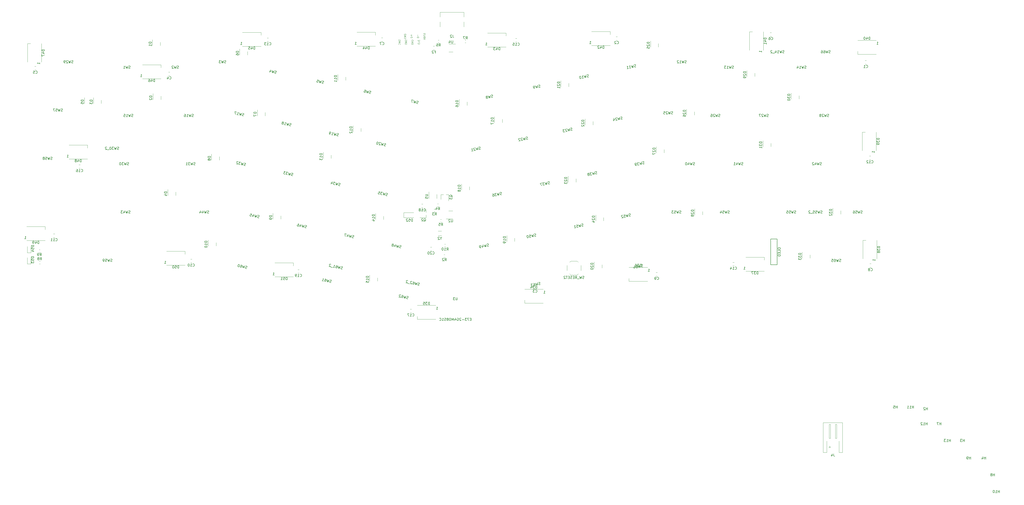
<source format=gbr>
%TF.GenerationSoftware,KiCad,Pcbnew,(5.1.10-1-10_14)*%
%TF.CreationDate,2021-05-29T20:47:56+07:00*%
%TF.ProjectId,geulis,6765756c-6973-42e6-9b69-6361645f7063,rev?*%
%TF.SameCoordinates,Original*%
%TF.FileFunction,Legend,Bot*%
%TF.FilePolarity,Positive*%
%FSLAX46Y46*%
G04 Gerber Fmt 4.6, Leading zero omitted, Abs format (unit mm)*
G04 Created by KiCad (PCBNEW (5.1.10-1-10_14)) date 2021-05-29 20:47:56*
%MOMM*%
%LPD*%
G01*
G04 APERTURE LIST*
%ADD10C,0.120000*%
%ADD11C,0.150000*%
%ADD12C,0.080000*%
G04 APERTURE END LIST*
D10*
%TO.C,Y2*%
X186256809Y51783558D02*
X187606809Y51783558D01*
X186256809Y53533558D02*
X187606809Y53533558D01*
%TO.C,U5*%
X182621809Y67221058D02*
X182621809Y69021058D01*
X182621809Y67221058D02*
X182621809Y66421058D01*
X185741809Y67221058D02*
X185741809Y68021058D01*
X185741809Y67221058D02*
X185741809Y66421058D01*
%TO.C,U4*%
X191331809Y127368558D02*
X193131809Y127368558D01*
X191331809Y127368558D02*
X190531809Y127368558D01*
X191331809Y124248558D02*
X192131809Y124248558D01*
X191331809Y124248558D02*
X190531809Y124248558D01*
%TO.C,U2*%
X191221809Y58418558D02*
X189421809Y58418558D01*
X191221809Y58418558D02*
X192021809Y58418558D01*
X191221809Y61538558D02*
X190421809Y61538558D01*
X191221809Y61538558D02*
X192021809Y61538558D01*
%TO.C,SW_RESET2*%
X238551809Y36238558D02*
X241051809Y36238558D01*
X237051809Y37988558D02*
X237051809Y39988558D01*
X238551809Y41738558D02*
X241051809Y41738558D01*
X242551809Y37988558D02*
X242551809Y39988558D01*
X238101809Y36688558D02*
X238551809Y36238558D01*
X241501809Y36688558D02*
X241051809Y36238558D01*
X241501809Y41288558D02*
X241051809Y41738558D01*
X238101809Y41288558D02*
X238551809Y41738558D01*
%TO.C,R10*%
X188835542Y48368558D02*
X189178076Y48368558D01*
X188835542Y47348558D02*
X189178076Y47348558D01*
%TO.C,R9*%
X29010542Y46218558D02*
X29353076Y46218558D01*
X29010542Y45198558D02*
X29353076Y45198558D01*
%TO.C,R8*%
X29428076Y40648558D02*
X29085542Y40648558D01*
X29428076Y41668558D02*
X29085542Y41668558D01*
%TO.C,R7*%
X197183076Y127868558D02*
X196840542Y127868558D01*
X197183076Y128888558D02*
X196840542Y128888558D01*
%TO.C,R6*%
X186245542Y128938558D02*
X186588076Y128938558D01*
X186245542Y127918558D02*
X186588076Y127918558D01*
%TO.C,R5*%
X187160542Y58108558D02*
X187503076Y58108558D01*
X187160542Y57088558D02*
X187503076Y57088558D01*
%TO.C,R4*%
X185980542Y64358558D02*
X186323076Y64358558D01*
X185980542Y63338558D02*
X186323076Y63338558D01*
%TO.C,R3*%
X184700542Y62218558D02*
X185043076Y62218558D01*
X184700542Y61198558D02*
X185043076Y61198558D01*
%TO.C,R2*%
X188535542Y44218558D02*
X188878076Y44218558D01*
X188535542Y43198558D02*
X188878076Y43198558D01*
%TO.C,Q3*%
X190391809Y67898558D02*
X190391809Y65468558D01*
X190381809Y67918558D02*
X189381809Y67918558D01*
X187331809Y67918558D02*
X187331809Y66068558D01*
X188381809Y67918558D02*
X187331809Y67918558D01*
%TO.C,Q2*%
X181491809Y58898558D02*
X179061809Y58898558D01*
X181511809Y58908558D02*
X181511809Y59908558D01*
X181511809Y61958558D02*
X179661809Y61958558D01*
X181511809Y60908558D02*
X181511809Y61958558D01*
D11*
%TO.C,OL1*%
X317361809Y40258558D02*
X319901809Y40258558D01*
X319901809Y50418558D02*
X317361809Y50418558D01*
X319901809Y40258558D02*
X319901809Y50418558D01*
X317361809Y40258558D02*
X317361809Y50418558D01*
D10*
%TO.C,J4*%
X340891809Y-31881442D02*
X340591809Y-31281442D01*
X340291809Y-31881442D02*
X340891809Y-31881442D01*
X340591809Y-31281442D02*
X340291809Y-31881442D01*
X343341809Y-28181442D02*
X342841809Y-28181442D01*
X343341809Y-22681442D02*
X343341809Y-28181442D01*
X342841809Y-22681442D02*
X343341809Y-22681442D01*
X342841809Y-28181442D02*
X342841809Y-22681442D01*
X340841809Y-28181442D02*
X340341809Y-28181442D01*
X340841809Y-22681442D02*
X340841809Y-28181442D01*
X340341809Y-22681442D02*
X340841809Y-22681442D01*
X340341809Y-28181442D02*
X340341809Y-22681442D01*
X344231809Y-33791442D02*
X344231809Y-29291442D01*
X345651809Y-33791442D02*
X344231809Y-33791442D01*
X345651809Y-22071442D02*
X345651809Y-33791442D01*
X341841809Y-22071442D02*
X345651809Y-22071442D01*
X339451809Y-33791442D02*
X339451809Y-29291442D01*
X338031809Y-33791442D02*
X339451809Y-33791442D01*
X338031809Y-22071442D02*
X338031809Y-33791442D01*
X341841809Y-22071442D02*
X338031809Y-22071442D01*
%TO.C,J2*%
X187051809Y139953558D02*
X196451809Y139953558D01*
X196451809Y134153558D02*
X196451809Y136153558D01*
X196451809Y138053558D02*
X196451809Y139953558D01*
X187051809Y134153558D02*
X187051809Y136153558D01*
X187051809Y138053558D02*
X187051809Y139953558D01*
%TO.C,F2*%
X184315557Y126528558D02*
X184838061Y126528558D01*
X184315557Y125108558D02*
X184838061Y125108558D01*
%TO.C,D54*%
X24396809Y45048558D02*
X24396809Y47508558D01*
X25866809Y45048558D02*
X24396809Y45048558D01*
X25866809Y47508558D02*
X25866809Y45048558D01*
%TO.C,D53*%
X24346809Y40573558D02*
X24346809Y43033558D01*
X25816809Y40573558D02*
X24346809Y40573558D01*
X25816809Y43033558D02*
X25816809Y40573558D01*
%TO.C,D52*%
X172741809Y58858558D02*
X176641809Y58858558D01*
X172741809Y60858558D02*
X176641809Y60858558D01*
X172741809Y58858558D02*
X172741809Y60858558D01*
%TO.C,D51*%
X129231809Y41008558D02*
X129231809Y39858558D01*
X121931809Y41008558D02*
X129231809Y41008558D01*
X121931809Y35508558D02*
X129231809Y35508558D01*
%TO.C,D50*%
X86521809Y45608558D02*
X86521809Y44458558D01*
X79221809Y45608558D02*
X86521809Y45608558D01*
X79221809Y40108558D02*
X86521809Y40108558D01*
%TO.C,D49*%
X31401809Y55308558D02*
X31401809Y54158558D01*
X24101809Y55308558D02*
X31401809Y55308558D01*
X24101809Y49808558D02*
X31401809Y49808558D01*
%TO.C,D48*%
X48101809Y87508558D02*
X48101809Y86358558D01*
X40801809Y87508558D02*
X48101809Y87508558D01*
X40801809Y82008558D02*
X48101809Y82008558D01*
%TO.C,D47*%
X24471809Y127568558D02*
X25621809Y127568558D01*
X24471809Y120268558D02*
X24471809Y127568558D01*
X29971809Y120268558D02*
X29971809Y127568558D01*
%TO.C,D46*%
X77051809Y119208558D02*
X77051809Y118058558D01*
X69751809Y119208558D02*
X77051809Y119208558D01*
X69751809Y113708558D02*
X77051809Y113708558D01*
%TO.C,D45*%
X116471809Y131978558D02*
X116471809Y130828558D01*
X109171809Y131978558D02*
X116471809Y131978558D01*
X109171809Y126478558D02*
X116471809Y126478558D01*
%TO.C,D44*%
X161581809Y132048558D02*
X161581809Y130898558D01*
X154281809Y132048558D02*
X161581809Y132048558D01*
X154281809Y126548558D02*
X161581809Y126548558D01*
%TO.C,D43*%
X213051809Y131738558D02*
X213051809Y130588558D01*
X205751809Y131738558D02*
X213051809Y131738558D01*
X205751809Y126238558D02*
X213051809Y126238558D01*
%TO.C,D42*%
X254051809Y132308558D02*
X254051809Y131158558D01*
X246751809Y132308558D02*
X254051809Y132308558D01*
X246751809Y126808558D02*
X254051809Y126808558D01*
%TO.C,D41*%
X308951809Y132238558D02*
X310101809Y132238558D01*
X308951809Y124938558D02*
X308951809Y132238558D01*
X314451809Y124938558D02*
X314451809Y132238558D01*
%TO.C,D40*%
X351621809Y123358558D02*
X351621809Y124508558D01*
X358921809Y123358558D02*
X351621809Y123358558D01*
X358921809Y128858558D02*
X351621809Y128858558D01*
%TO.C,D39*%
X353441809Y92608558D02*
X354591809Y92608558D01*
X353441809Y85308558D02*
X353441809Y92608558D01*
X358941809Y85308558D02*
X358941809Y92608558D01*
%TO.C,D38*%
X353671809Y49928558D02*
X354821809Y49928558D01*
X353671809Y42628558D02*
X353671809Y49928558D01*
X359171809Y42628558D02*
X359171809Y49928558D01*
%TO.C,D37*%
X314791809Y43268558D02*
X314791809Y42118558D01*
X307491809Y43268558D02*
X314791809Y43268558D01*
X307491809Y37768558D02*
X314791809Y37768558D01*
%TO.C,D36*%
X261491809Y33738558D02*
X261491809Y34888558D01*
X268791809Y33738558D02*
X261491809Y33738558D01*
X268791809Y39238558D02*
X261491809Y39238558D01*
%TO.C,D35*%
X178051809Y18748558D02*
X178051809Y19898558D01*
X185351809Y18748558D02*
X178051809Y18748558D01*
X185351809Y24248558D02*
X178051809Y24248558D01*
%TO.C,D34*%
X220361809Y25128558D02*
X220361809Y26278558D01*
X227661809Y25128558D02*
X220361809Y25128558D01*
X227661809Y30628558D02*
X220361809Y30628558D01*
%TO.C,C20*%
X183195557Y47218558D02*
X183718061Y47218558D01*
X183195557Y45798558D02*
X183718061Y45798558D01*
%TO.C,C19*%
X130985557Y38358558D02*
X131508061Y38358558D01*
X130985557Y36938558D02*
X131508061Y36938558D01*
%TO.C,C18*%
X179750557Y64228558D02*
X180273061Y64228558D01*
X179750557Y62808558D02*
X180273061Y62808558D01*
%TO.C,C17*%
X175255557Y22768558D02*
X175778061Y22768558D01*
X175255557Y21348558D02*
X175778061Y21348558D01*
%TO.C,C16*%
X44725557Y79758558D02*
X45248061Y79758558D01*
X44725557Y78338558D02*
X45248061Y78338558D01*
%TO.C,C15*%
X216750557Y129608558D02*
X217273061Y129608558D01*
X216750557Y128188558D02*
X217273061Y128188558D01*
%TO.C,C14*%
X302375557Y41228558D02*
X302898061Y41228558D01*
X302375557Y39808558D02*
X302898061Y39808558D01*
%TO.C,C13*%
X118885557Y129788558D02*
X119408061Y129788558D01*
X118885557Y128368558D02*
X119408061Y128368558D01*
%TO.C,C12*%
X356155557Y83208558D02*
X356678061Y83208558D01*
X356155557Y81788558D02*
X356678061Y81788558D01*
%TO.C,C11*%
X34665557Y52458558D02*
X35188061Y52458558D01*
X34665557Y51038558D02*
X35188061Y51038558D01*
%TO.C,C10*%
X88705557Y42458558D02*
X89228061Y42458558D01*
X88705557Y41038558D02*
X89228061Y41038558D01*
%TO.C,C9*%
X272145557Y37208558D02*
X272668061Y37208558D01*
X272145557Y35788558D02*
X272668061Y35788558D01*
%TO.C,C8*%
X356340557Y40668558D02*
X356863061Y40668558D01*
X356340557Y39248558D02*
X356863061Y39248558D01*
%TO.C,C7*%
X163895557Y129868558D02*
X164418061Y129868558D01*
X163895557Y128448558D02*
X164418061Y128448558D01*
%TO.C,C6*%
X317105557Y131858558D02*
X317628061Y131858558D01*
X317105557Y130438558D02*
X317628061Y130438558D01*
%TO.C,C5*%
X27240557Y118568558D02*
X27763061Y118568558D01*
X27240557Y117148558D02*
X27763061Y117148558D01*
%TO.C,C4*%
X80015557Y116308558D02*
X80538061Y116308558D01*
X80015557Y114888558D02*
X80538061Y114888558D01*
%TO.C,C3*%
X224215557Y32158558D02*
X224738061Y32158558D01*
X224215557Y30738558D02*
X224738061Y30738558D01*
%TO.C,C2*%
X256335557Y130248558D02*
X256858061Y130248558D01*
X256335557Y128828558D02*
X256858061Y128828558D01*
%TO.C,C1*%
X354525557Y120838558D02*
X355048061Y120838558D01*
X354525557Y119418558D02*
X355048061Y119418558D01*
%TO.C,D33*%
X332821809Y43558558D02*
X332821809Y42908558D01*
X332821809Y43558558D02*
X332821809Y44208558D01*
X329701809Y43558558D02*
X329701809Y42908558D01*
X329701809Y43558558D02*
X329701809Y45233558D01*
%TO.C,D32*%
X344941809Y60921058D02*
X344941809Y60271058D01*
X344941809Y60921058D02*
X344941809Y61571058D01*
X341821809Y60921058D02*
X341821809Y60271058D01*
X341821809Y60921058D02*
X341821809Y62596058D01*
%TO.C,D31*%
X317391809Y87558558D02*
X317391809Y86908558D01*
X317391809Y87558558D02*
X317391809Y88208558D01*
X314271809Y87558558D02*
X314271809Y86908558D01*
X314271809Y87558558D02*
X314271809Y89233558D01*
%TO.C,D30*%
X328491809Y106358558D02*
X328491809Y105708558D01*
X328491809Y106358558D02*
X328491809Y107008558D01*
X325371809Y106358558D02*
X325371809Y105708558D01*
X325371809Y106358558D02*
X325371809Y108033558D01*
%TO.C,D29*%
X311091809Y115258558D02*
X311091809Y114608558D01*
X311091809Y115258558D02*
X311091809Y115908558D01*
X307971809Y115258558D02*
X307971809Y114608558D01*
X307971809Y115258558D02*
X307971809Y116933558D01*
%TO.C,D28*%
X290491809Y60658558D02*
X290491809Y60008558D01*
X290491809Y60658558D02*
X290491809Y61308558D01*
X287371809Y60658558D02*
X287371809Y60008558D01*
X287371809Y60658558D02*
X287371809Y62333558D01*
%TO.C,D27*%
X275341809Y85121058D02*
X275341809Y84471058D01*
X275341809Y85121058D02*
X275341809Y85771058D01*
X272221809Y85121058D02*
X272221809Y84471058D01*
X272221809Y85121058D02*
X272221809Y86796058D01*
%TO.C,D26*%
X287291809Y99996058D02*
X287291809Y99346058D01*
X287291809Y99996058D02*
X287291809Y100646058D01*
X284171809Y99996058D02*
X284171809Y99346058D01*
X284171809Y99996058D02*
X284171809Y101671058D01*
%TO.C,D25*%
X273091809Y126896058D02*
X273091809Y126246058D01*
X273091809Y126896058D02*
X273091809Y127546058D01*
X269971809Y126896058D02*
X269971809Y126246058D01*
X269971809Y126896058D02*
X269971809Y128571058D01*
%TO.C,D24*%
X251491809Y58258558D02*
X251491809Y57608558D01*
X251491809Y58258558D02*
X251491809Y58908558D01*
X248371809Y58258558D02*
X248371809Y57608558D01*
X248371809Y58258558D02*
X248371809Y59933558D01*
%TO.C,D23*%
X240591809Y73558558D02*
X240591809Y72908558D01*
X240591809Y73558558D02*
X240591809Y74208558D01*
X237471809Y73558558D02*
X237471809Y72908558D01*
X237471809Y73558558D02*
X237471809Y75233558D01*
%TO.C,D22*%
X247291809Y96158558D02*
X247291809Y95508558D01*
X247291809Y96158558D02*
X247291809Y96808558D01*
X244171809Y96158558D02*
X244171809Y95508558D01*
X244171809Y96158558D02*
X244171809Y97833558D01*
%TO.C,D21*%
X237741809Y111221058D02*
X237741809Y110571058D01*
X237741809Y111221058D02*
X237741809Y111871058D01*
X234621809Y111221058D02*
X234621809Y110571058D01*
X234621809Y111221058D02*
X234621809Y112896058D01*
%TO.C,D20*%
X250891809Y39658558D02*
X250891809Y39008558D01*
X250891809Y39658558D02*
X250891809Y40308558D01*
X247771809Y39658558D02*
X247771809Y39008558D01*
X247771809Y39658558D02*
X247771809Y41333558D01*
%TO.C,D19*%
X216441809Y50121058D02*
X216441809Y49471058D01*
X216441809Y50121058D02*
X216441809Y50771058D01*
X213321809Y50121058D02*
X213321809Y49471058D01*
X213321809Y50121058D02*
X213321809Y51796058D01*
%TO.C,D18*%
X198591809Y70458558D02*
X198591809Y69808558D01*
X198591809Y70458558D02*
X198591809Y71108558D01*
X195471809Y70458558D02*
X195471809Y69808558D01*
X195471809Y70458558D02*
X195471809Y72133558D01*
%TO.C,D17*%
X211591809Y97058558D02*
X211591809Y96408558D01*
X211591809Y97058558D02*
X211591809Y97708558D01*
X208471809Y97058558D02*
X208471809Y96408558D01*
X208471809Y97058558D02*
X208471809Y98733558D01*
%TO.C,D16*%
X197691809Y103858558D02*
X197691809Y103208558D01*
X197691809Y103858558D02*
X197691809Y104508558D01*
X194571809Y103858558D02*
X194571809Y103208558D01*
X194571809Y103858558D02*
X194571809Y105533558D01*
%TO.C,D15*%
X162391809Y34496058D02*
X162391809Y33846058D01*
X162391809Y34496058D02*
X162391809Y35146058D01*
X159271809Y34496058D02*
X159271809Y33846058D01*
X159271809Y34496058D02*
X159271809Y36171058D01*
%TO.C,D14*%
X164791809Y58796058D02*
X164791809Y58146058D01*
X164791809Y58796058D02*
X164791809Y59446058D01*
X161671809Y58796058D02*
X161671809Y58146058D01*
X161671809Y58796058D02*
X161671809Y60471058D01*
%TO.C,D13*%
X144141809Y82921058D02*
X144141809Y82271058D01*
X144141809Y82921058D02*
X144141809Y83571058D01*
X141021809Y82921058D02*
X141021809Y82271058D01*
X141021809Y82921058D02*
X141021809Y84596058D01*
%TO.C,D12*%
X155891809Y93496058D02*
X155891809Y92846058D01*
X155891809Y93496058D02*
X155891809Y94146058D01*
X152771809Y93496058D02*
X152771809Y92846058D01*
X152771809Y93496058D02*
X152771809Y95171058D01*
%TO.C,D11*%
X149841809Y113721058D02*
X149841809Y113071058D01*
X149841809Y113721058D02*
X149841809Y114371058D01*
X146721809Y113721058D02*
X146721809Y113071058D01*
X146721809Y113721058D02*
X146721809Y115396058D01*
%TO.C,D10*%
X98791809Y48358558D02*
X98791809Y47708558D01*
X98791809Y48358558D02*
X98791809Y49008558D01*
X95671809Y48358558D02*
X95671809Y47708558D01*
X95671809Y48358558D02*
X95671809Y50033558D01*
%TO.C,D9*%
X124291809Y58958558D02*
X124291809Y58308558D01*
X124291809Y58958558D02*
X124291809Y59608558D01*
X121171809Y58958558D02*
X121171809Y58308558D01*
X121171809Y58958558D02*
X121171809Y60633558D01*
%TO.C,D8*%
X100091809Y82278558D02*
X100091809Y81628558D01*
X100091809Y82278558D02*
X100091809Y82928558D01*
X96971809Y82278558D02*
X96971809Y81628558D01*
X96971809Y82278558D02*
X96971809Y83953558D01*
%TO.C,D7*%
X118141809Y99721058D02*
X118141809Y99071058D01*
X118141809Y99721058D02*
X118141809Y100371058D01*
X115021809Y99721058D02*
X115021809Y99071058D01*
X115021809Y99721058D02*
X115021809Y101396058D01*
%TO.C,D6*%
X111173059Y123758558D02*
X111173059Y123108558D01*
X111173059Y123758558D02*
X111173059Y124408558D01*
X108053059Y123758558D02*
X108053059Y123108558D01*
X108053059Y123758558D02*
X108053059Y125433558D01*
%TO.C,D5*%
X50054309Y104564808D02*
X50054309Y103914808D01*
X50054309Y104564808D02*
X50054309Y105214808D01*
X46934309Y104564808D02*
X46934309Y103914808D01*
X46934309Y104564808D02*
X46934309Y106239808D01*
%TO.C,D4*%
X82891809Y68296058D02*
X82891809Y67646058D01*
X82891809Y68296058D02*
X82891809Y68946058D01*
X79771809Y68296058D02*
X79771809Y67646058D01*
X79771809Y68296058D02*
X79771809Y69971058D01*
%TO.C,D3*%
X53541809Y104564808D02*
X53541809Y103914808D01*
X53541809Y104564808D02*
X53541809Y105214808D01*
X50421809Y104564808D02*
X50421809Y103914808D01*
X50421809Y104564808D02*
X50421809Y106239808D01*
%TO.C,D2*%
X77041809Y106152308D02*
X77041809Y105502308D01*
X77041809Y106152308D02*
X77041809Y106802308D01*
X73921809Y106152308D02*
X73921809Y105502308D01*
X73921809Y106152308D02*
X73921809Y107827308D01*
%TO.C,D1*%
X76791809Y127421058D02*
X76791809Y126771058D01*
X76791809Y127421058D02*
X76791809Y128071058D01*
X73671809Y127421058D02*
X73671809Y126771058D01*
X73671809Y127421058D02*
X73671809Y129096058D01*
%TO.C,Y2*%
D11*
X187407999Y50682367D02*
X187407999Y50206177D01*
X187741332Y51206177D02*
X187407999Y50682367D01*
X187074666Y51206177D01*
X186788951Y51110938D02*
X186741332Y51158558D01*
X186646094Y51206177D01*
X186407999Y51206177D01*
X186312761Y51158558D01*
X186265142Y51110938D01*
X186217523Y51015700D01*
X186217523Y50920462D01*
X186265142Y50777605D01*
X186836570Y50206177D01*
X186217523Y50206177D01*
%TO.C,U5*%
X181234189Y67982962D02*
X182043713Y67982962D01*
X182138951Y67935343D01*
X182186570Y67887724D01*
X182234189Y67792486D01*
X182234189Y67602010D01*
X182186570Y67506772D01*
X182138951Y67459153D01*
X182043713Y67411534D01*
X181234189Y67411534D01*
X181234189Y66459153D02*
X181234189Y66935343D01*
X181710380Y66982962D01*
X181662761Y66935343D01*
X181615142Y66840105D01*
X181615142Y66602010D01*
X181662761Y66506772D01*
X181710380Y66459153D01*
X181805618Y66411534D01*
X182043713Y66411534D01*
X182138951Y66459153D01*
X182186570Y66506772D01*
X182234189Y66602010D01*
X182234189Y66840105D01*
X182186570Y66935343D01*
X182138951Y66982962D01*
%TO.C,U4*%
X192093713Y128756177D02*
X192093713Y127946653D01*
X192046094Y127851415D01*
X191998475Y127803796D01*
X191903237Y127756177D01*
X191712761Y127756177D01*
X191617523Y127803796D01*
X191569904Y127851415D01*
X191522285Y127946653D01*
X191522285Y128756177D01*
X190617523Y128422843D02*
X190617523Y127756177D01*
X190855618Y128803796D02*
X191093713Y128089510D01*
X190474666Y128089510D01*
%TO.C,U3*%
X193843246Y27359402D02*
X193843246Y26549878D01*
X193795627Y26454640D01*
X193748008Y26407021D01*
X193652770Y26359402D01*
X193462294Y26359402D01*
X193367056Y26407021D01*
X193319437Y26454640D01*
X193271818Y26549878D01*
X193271818Y27359402D01*
X192890865Y27359402D02*
X192271818Y27359402D01*
X192605151Y26978449D01*
X192462294Y26978449D01*
X192367056Y26930830D01*
X192319437Y26883211D01*
X192271818Y26787973D01*
X192271818Y26549878D01*
X192319437Y26454640D01*
X192367056Y26407021D01*
X192462294Y26359402D01*
X192748008Y26359402D01*
X192843246Y26407021D01*
X192890865Y26454640D01*
X199296094Y18754986D02*
X198962761Y18754986D01*
X198819904Y18231177D02*
X199296094Y18231177D01*
X199296094Y19231177D01*
X198819904Y19231177D01*
X198486570Y19231177D02*
X197819904Y19231177D01*
X198248475Y18231177D01*
X197534189Y19231177D02*
X196915142Y19231177D01*
X197248475Y18850224D01*
X197105618Y18850224D01*
X197010380Y18802605D01*
X196962761Y18754986D01*
X196915142Y18659748D01*
X196915142Y18421653D01*
X196962761Y18326415D01*
X197010380Y18278796D01*
X197105618Y18231177D01*
X197391332Y18231177D01*
X197486570Y18278796D01*
X197534189Y18326415D01*
X196486570Y18612129D02*
X195724666Y18612129D01*
X195296094Y19135938D02*
X195248475Y19183558D01*
X195153237Y19231177D01*
X194915142Y19231177D01*
X194819904Y19183558D01*
X194772285Y19135938D01*
X194724666Y19040700D01*
X194724666Y18945462D01*
X194772285Y18802605D01*
X195343713Y18231177D01*
X194724666Y18231177D01*
X193772285Y19183558D02*
X193867523Y19231177D01*
X194010380Y19231177D01*
X194153237Y19183558D01*
X194248475Y19088319D01*
X194296094Y18993081D01*
X194343713Y18802605D01*
X194343713Y18659748D01*
X194296094Y18469272D01*
X194248475Y18374034D01*
X194153237Y18278796D01*
X194010380Y18231177D01*
X193915142Y18231177D01*
X193772285Y18278796D01*
X193724666Y18326415D01*
X193724666Y18659748D01*
X193915142Y18659748D01*
X192867523Y18897843D02*
X192867523Y18231177D01*
X193105618Y19278796D02*
X193343713Y18564510D01*
X192724666Y18564510D01*
X192343713Y18231177D02*
X192343713Y19231177D01*
X192010380Y18516891D01*
X191677047Y19231177D01*
X191677047Y18231177D01*
X191010380Y19231177D02*
X190915142Y19231177D01*
X190819904Y19183558D01*
X190772285Y19135938D01*
X190724666Y19040700D01*
X190677047Y18850224D01*
X190677047Y18612129D01*
X190724666Y18421653D01*
X190772285Y18326415D01*
X190819904Y18278796D01*
X190915142Y18231177D01*
X191010380Y18231177D01*
X191105618Y18278796D01*
X191153237Y18326415D01*
X191200856Y18421653D01*
X191248475Y18612129D01*
X191248475Y18850224D01*
X191200856Y19040700D01*
X191153237Y19135938D01*
X191105618Y19183558D01*
X191010380Y19231177D01*
X190105618Y18802605D02*
X190200856Y18850224D01*
X190248475Y18897843D01*
X190296094Y18993081D01*
X190296094Y19040700D01*
X190248475Y19135938D01*
X190200856Y19183558D01*
X190105618Y19231177D01*
X189915142Y19231177D01*
X189819904Y19183558D01*
X189772285Y19135938D01*
X189724666Y19040700D01*
X189724666Y18993081D01*
X189772285Y18897843D01*
X189819904Y18850224D01*
X189915142Y18802605D01*
X190105618Y18802605D01*
X190200856Y18754986D01*
X190248475Y18707367D01*
X190296094Y18612129D01*
X190296094Y18421653D01*
X190248475Y18326415D01*
X190200856Y18278796D01*
X190105618Y18231177D01*
X189915142Y18231177D01*
X189819904Y18278796D01*
X189772285Y18326415D01*
X189724666Y18421653D01*
X189724666Y18612129D01*
X189772285Y18707367D01*
X189819904Y18754986D01*
X189915142Y18802605D01*
X189343713Y18278796D02*
X189200856Y18231177D01*
X188962761Y18231177D01*
X188867523Y18278796D01*
X188819904Y18326415D01*
X188772285Y18421653D01*
X188772285Y18516891D01*
X188819904Y18612129D01*
X188867523Y18659748D01*
X188962761Y18707367D01*
X189153237Y18754986D01*
X189248475Y18802605D01*
X189296094Y18850224D01*
X189343713Y18945462D01*
X189343713Y19040700D01*
X189296094Y19135938D01*
X189248475Y19183558D01*
X189153237Y19231177D01*
X188915142Y19231177D01*
X188772285Y19183558D01*
X187819904Y18231177D02*
X188391332Y18231177D01*
X188105618Y18231177D02*
X188105618Y19231177D01*
X188200856Y19088319D01*
X188296094Y18993081D01*
X188391332Y18945462D01*
X186819904Y18326415D02*
X186867523Y18278796D01*
X187010380Y18231177D01*
X187105618Y18231177D01*
X187248475Y18278796D01*
X187343713Y18374034D01*
X187391332Y18469272D01*
X187438951Y18659748D01*
X187438951Y18802605D01*
X187391332Y18993081D01*
X187343713Y19088319D01*
X187248475Y19183558D01*
X187105618Y19231177D01*
X187010380Y19231177D01*
X186867523Y19183558D01*
X186819904Y19135938D01*
%TO.C,U2*%
X191983713Y58126177D02*
X191983713Y57316653D01*
X191936094Y57221415D01*
X191888475Y57173796D01*
X191793237Y57126177D01*
X191602761Y57126177D01*
X191507523Y57173796D01*
X191459904Y57221415D01*
X191412285Y57316653D01*
X191412285Y58126177D01*
X190983713Y58030938D02*
X190936094Y58078558D01*
X190840856Y58126177D01*
X190602761Y58126177D01*
X190507523Y58078558D01*
X190459904Y58030938D01*
X190412285Y57935700D01*
X190412285Y57840462D01*
X190459904Y57697605D01*
X191031332Y57126177D01*
X190412285Y57126177D01*
%TO.C,SW_RESET2*%
X243777999Y34833796D02*
X243635142Y34786177D01*
X243397047Y34786177D01*
X243301809Y34833796D01*
X243254189Y34881415D01*
X243206570Y34976653D01*
X243206570Y35071891D01*
X243254189Y35167129D01*
X243301809Y35214748D01*
X243397047Y35262367D01*
X243587523Y35309986D01*
X243682761Y35357605D01*
X243730380Y35405224D01*
X243777999Y35500462D01*
X243777999Y35595700D01*
X243730380Y35690938D01*
X243682761Y35738558D01*
X243587523Y35786177D01*
X243349428Y35786177D01*
X243206570Y35738558D01*
X242873237Y35786177D02*
X242635142Y34786177D01*
X242444666Y35500462D01*
X242254189Y34786177D01*
X242016094Y35786177D01*
X241873237Y34690938D02*
X241111332Y34690938D01*
X240301809Y34786177D02*
X240635142Y35262367D01*
X240873237Y34786177D02*
X240873237Y35786177D01*
X240492285Y35786177D01*
X240397047Y35738558D01*
X240349428Y35690938D01*
X240301809Y35595700D01*
X240301809Y35452843D01*
X240349428Y35357605D01*
X240397047Y35309986D01*
X240492285Y35262367D01*
X240873237Y35262367D01*
X239873237Y35309986D02*
X239539904Y35309986D01*
X239397047Y34786177D02*
X239873237Y34786177D01*
X239873237Y35786177D01*
X239397047Y35786177D01*
X239016094Y34833796D02*
X238873237Y34786177D01*
X238635142Y34786177D01*
X238539904Y34833796D01*
X238492285Y34881415D01*
X238444666Y34976653D01*
X238444666Y35071891D01*
X238492285Y35167129D01*
X238539904Y35214748D01*
X238635142Y35262367D01*
X238825618Y35309986D01*
X238920856Y35357605D01*
X238968475Y35405224D01*
X239016094Y35500462D01*
X239016094Y35595700D01*
X238968475Y35690938D01*
X238920856Y35738558D01*
X238825618Y35786177D01*
X238587523Y35786177D01*
X238444666Y35738558D01*
X238016094Y35309986D02*
X237682761Y35309986D01*
X237539904Y34786177D02*
X238016094Y34786177D01*
X238016094Y35786177D01*
X237539904Y35786177D01*
X237254189Y35786177D02*
X236682761Y35786177D01*
X236968475Y34786177D02*
X236968475Y35786177D01*
X236397047Y35690938D02*
X236349428Y35738558D01*
X236254189Y35786177D01*
X236016094Y35786177D01*
X235920856Y35738558D01*
X235873237Y35690938D01*
X235825618Y35595700D01*
X235825618Y35500462D01*
X235873237Y35357605D01*
X236444666Y34786177D01*
X235825618Y34786177D01*
%TO.C,R10*%
X189649666Y45976177D02*
X189982999Y46452367D01*
X190221094Y45976177D02*
X190221094Y46976177D01*
X189840142Y46976177D01*
X189744904Y46928558D01*
X189697285Y46880938D01*
X189649666Y46785700D01*
X189649666Y46642843D01*
X189697285Y46547605D01*
X189744904Y46499986D01*
X189840142Y46452367D01*
X190221094Y46452367D01*
X188697285Y45976177D02*
X189268713Y45976177D01*
X188982999Y45976177D02*
X188982999Y46976177D01*
X189078237Y46833319D01*
X189173475Y46738081D01*
X189268713Y46690462D01*
X188078237Y46976177D02*
X187982999Y46976177D01*
X187887761Y46928558D01*
X187840142Y46880938D01*
X187792523Y46785700D01*
X187744904Y46595224D01*
X187744904Y46357129D01*
X187792523Y46166653D01*
X187840142Y46071415D01*
X187887761Y46023796D01*
X187982999Y45976177D01*
X188078237Y45976177D01*
X188173475Y46023796D01*
X188221094Y46071415D01*
X188268713Y46166653D01*
X188316332Y46357129D01*
X188316332Y46595224D01*
X188268713Y46785700D01*
X188221094Y46880938D01*
X188173475Y46928558D01*
X188078237Y46976177D01*
%TO.C,R9*%
X29348475Y43826177D02*
X29681809Y44302367D01*
X29919904Y43826177D02*
X29919904Y44826177D01*
X29538951Y44826177D01*
X29443713Y44778558D01*
X29396094Y44730938D01*
X29348475Y44635700D01*
X29348475Y44492843D01*
X29396094Y44397605D01*
X29443713Y44349986D01*
X29538951Y44302367D01*
X29919904Y44302367D01*
X28872285Y43826177D02*
X28681809Y43826177D01*
X28586570Y43873796D01*
X28538951Y43921415D01*
X28443713Y44064272D01*
X28396094Y44254748D01*
X28396094Y44635700D01*
X28443713Y44730938D01*
X28491332Y44778558D01*
X28586570Y44826177D01*
X28777047Y44826177D01*
X28872285Y44778558D01*
X28919904Y44730938D01*
X28967523Y44635700D01*
X28967523Y44397605D01*
X28919904Y44302367D01*
X28872285Y44254748D01*
X28777047Y44207129D01*
X28586570Y44207129D01*
X28491332Y44254748D01*
X28443713Y44302367D01*
X28396094Y44397605D01*
%TO.C,R8*%
X29423475Y42136177D02*
X29756809Y42612367D01*
X29994904Y42136177D02*
X29994904Y43136177D01*
X29613951Y43136177D01*
X29518713Y43088558D01*
X29471094Y43040938D01*
X29423475Y42945700D01*
X29423475Y42802843D01*
X29471094Y42707605D01*
X29518713Y42659986D01*
X29613951Y42612367D01*
X29994904Y42612367D01*
X28852047Y42707605D02*
X28947285Y42755224D01*
X28994904Y42802843D01*
X29042523Y42898081D01*
X29042523Y42945700D01*
X28994904Y43040938D01*
X28947285Y43088558D01*
X28852047Y43136177D01*
X28661570Y43136177D01*
X28566332Y43088558D01*
X28518713Y43040938D01*
X28471094Y42945700D01*
X28471094Y42898081D01*
X28518713Y42802843D01*
X28566332Y42755224D01*
X28661570Y42707605D01*
X28852047Y42707605D01*
X28947285Y42659986D01*
X28994904Y42612367D01*
X29042523Y42517129D01*
X29042523Y42326653D01*
X28994904Y42231415D01*
X28947285Y42183796D01*
X28852047Y42136177D01*
X28661570Y42136177D01*
X28566332Y42183796D01*
X28518713Y42231415D01*
X28471094Y42326653D01*
X28471094Y42517129D01*
X28518713Y42612367D01*
X28566332Y42659986D01*
X28661570Y42707605D01*
%TO.C,R7*%
X197178475Y129356177D02*
X197511809Y129832367D01*
X197749904Y129356177D02*
X197749904Y130356177D01*
X197368951Y130356177D01*
X197273713Y130308558D01*
X197226094Y130260938D01*
X197178475Y130165700D01*
X197178475Y130022843D01*
X197226094Y129927605D01*
X197273713Y129879986D01*
X197368951Y129832367D01*
X197749904Y129832367D01*
X196845142Y130356177D02*
X196178475Y130356177D01*
X196607047Y129356177D01*
%TO.C,R6*%
X186583475Y126546177D02*
X186916809Y127022367D01*
X187154904Y126546177D02*
X187154904Y127546177D01*
X186773951Y127546177D01*
X186678713Y127498558D01*
X186631094Y127450938D01*
X186583475Y127355700D01*
X186583475Y127212843D01*
X186631094Y127117605D01*
X186678713Y127069986D01*
X186773951Y127022367D01*
X187154904Y127022367D01*
X185726332Y127546177D02*
X185916809Y127546177D01*
X186012047Y127498558D01*
X186059666Y127450938D01*
X186154904Y127308081D01*
X186202523Y127117605D01*
X186202523Y126736653D01*
X186154904Y126641415D01*
X186107285Y126593796D01*
X186012047Y126546177D01*
X185821570Y126546177D01*
X185726332Y126593796D01*
X185678713Y126641415D01*
X185631094Y126736653D01*
X185631094Y126974748D01*
X185678713Y127069986D01*
X185726332Y127117605D01*
X185821570Y127165224D01*
X186012047Y127165224D01*
X186107285Y127117605D01*
X186154904Y127069986D01*
X186202523Y126974748D01*
%TO.C,R5*%
X187498475Y55716177D02*
X187831809Y56192367D01*
X188069904Y55716177D02*
X188069904Y56716177D01*
X187688951Y56716177D01*
X187593713Y56668558D01*
X187546094Y56620938D01*
X187498475Y56525700D01*
X187498475Y56382843D01*
X187546094Y56287605D01*
X187593713Y56239986D01*
X187688951Y56192367D01*
X188069904Y56192367D01*
X186593713Y56716177D02*
X187069904Y56716177D01*
X187117523Y56239986D01*
X187069904Y56287605D01*
X186974666Y56335224D01*
X186736570Y56335224D01*
X186641332Y56287605D01*
X186593713Y56239986D01*
X186546094Y56144748D01*
X186546094Y55906653D01*
X186593713Y55811415D01*
X186641332Y55763796D01*
X186736570Y55716177D01*
X186974666Y55716177D01*
X187069904Y55763796D01*
X187117523Y55811415D01*
%TO.C,R4*%
X186318475Y61966177D02*
X186651809Y62442367D01*
X186889904Y61966177D02*
X186889904Y62966177D01*
X186508951Y62966177D01*
X186413713Y62918558D01*
X186366094Y62870938D01*
X186318475Y62775700D01*
X186318475Y62632843D01*
X186366094Y62537605D01*
X186413713Y62489986D01*
X186508951Y62442367D01*
X186889904Y62442367D01*
X185461332Y62632843D02*
X185461332Y61966177D01*
X185699428Y63013796D02*
X185937523Y62299510D01*
X185318475Y62299510D01*
%TO.C,R3*%
X185038475Y59826177D02*
X185371809Y60302367D01*
X185609904Y59826177D02*
X185609904Y60826177D01*
X185228951Y60826177D01*
X185133713Y60778558D01*
X185086094Y60730938D01*
X185038475Y60635700D01*
X185038475Y60492843D01*
X185086094Y60397605D01*
X185133713Y60349986D01*
X185228951Y60302367D01*
X185609904Y60302367D01*
X184705142Y60826177D02*
X184086094Y60826177D01*
X184419428Y60445224D01*
X184276570Y60445224D01*
X184181332Y60397605D01*
X184133713Y60349986D01*
X184086094Y60254748D01*
X184086094Y60016653D01*
X184133713Y59921415D01*
X184181332Y59873796D01*
X184276570Y59826177D01*
X184562285Y59826177D01*
X184657523Y59873796D01*
X184705142Y59921415D01*
%TO.C,R2*%
X188873475Y41826177D02*
X189206809Y42302367D01*
X189444904Y41826177D02*
X189444904Y42826177D01*
X189063951Y42826177D01*
X188968713Y42778558D01*
X188921094Y42730938D01*
X188873475Y42635700D01*
X188873475Y42492843D01*
X188921094Y42397605D01*
X188968713Y42349986D01*
X189063951Y42302367D01*
X189444904Y42302367D01*
X188492523Y42730938D02*
X188444904Y42778558D01*
X188349666Y42826177D01*
X188111570Y42826177D01*
X188016332Y42778558D01*
X187968713Y42730938D01*
X187921094Y42635700D01*
X187921094Y42540462D01*
X187968713Y42397605D01*
X188540142Y41826177D01*
X187921094Y41826177D01*
%TO.C,Q3*%
X191879428Y67063796D02*
X191831809Y67159034D01*
X191736570Y67254272D01*
X191593713Y67397129D01*
X191546094Y67492367D01*
X191546094Y67587605D01*
X191784189Y67539986D02*
X191736570Y67635224D01*
X191641332Y67730462D01*
X191450856Y67778081D01*
X191117523Y67778081D01*
X190927047Y67730462D01*
X190831809Y67635224D01*
X190784189Y67539986D01*
X190784189Y67349510D01*
X190831809Y67254272D01*
X190927047Y67159034D01*
X191117523Y67111415D01*
X191450856Y67111415D01*
X191641332Y67159034D01*
X191736570Y67254272D01*
X191784189Y67349510D01*
X191784189Y67539986D01*
X190784189Y66778081D02*
X190784189Y66159034D01*
X191165142Y66492367D01*
X191165142Y66349510D01*
X191212761Y66254272D01*
X191260380Y66206653D01*
X191355618Y66159034D01*
X191593713Y66159034D01*
X191688951Y66206653D01*
X191736570Y66254272D01*
X191784189Y66349510D01*
X191784189Y66635224D01*
X191736570Y66730462D01*
X191688951Y66778081D01*
%TO.C,Q2*%
X180657047Y57410938D02*
X180752285Y57458558D01*
X180847523Y57553796D01*
X180990380Y57696653D01*
X181085618Y57744272D01*
X181180856Y57744272D01*
X181133237Y57506177D02*
X181228475Y57553796D01*
X181323713Y57649034D01*
X181371332Y57839510D01*
X181371332Y58172843D01*
X181323713Y58363319D01*
X181228475Y58458558D01*
X181133237Y58506177D01*
X180942761Y58506177D01*
X180847523Y58458558D01*
X180752285Y58363319D01*
X180704666Y58172843D01*
X180704666Y57839510D01*
X180752285Y57649034D01*
X180847523Y57553796D01*
X180942761Y57506177D01*
X181133237Y57506177D01*
X180323713Y58410938D02*
X180276094Y58458558D01*
X180180856Y58506177D01*
X179942761Y58506177D01*
X179847523Y58458558D01*
X179799904Y58410938D01*
X179752285Y58315700D01*
X179752285Y58220462D01*
X179799904Y58077605D01*
X180371332Y57506177D01*
X179752285Y57506177D01*
%TO.C,OL1*%
X320184189Y46780938D02*
X320184189Y46590462D01*
X320231809Y46495224D01*
X320327047Y46399986D01*
X320517523Y46352367D01*
X320850856Y46352367D01*
X321041332Y46399986D01*
X321136570Y46495224D01*
X321184189Y46590462D01*
X321184189Y46780938D01*
X321136570Y46876177D01*
X321041332Y46971415D01*
X320850856Y47019034D01*
X320517523Y47019034D01*
X320327047Y46971415D01*
X320231809Y46876177D01*
X320184189Y46780938D01*
X321184189Y45447605D02*
X321184189Y45923796D01*
X320184189Y45923796D01*
X320660380Y45114272D02*
X320660380Y44780938D01*
X321184189Y44638081D02*
X321184189Y45114272D01*
X320184189Y45114272D01*
X320184189Y44638081D01*
X321184189Y44209510D02*
X320184189Y44209510D01*
X320184189Y43971415D01*
X320231809Y43828558D01*
X320327047Y43733319D01*
X320422285Y43685700D01*
X320612761Y43638081D01*
X320755618Y43638081D01*
X320946094Y43685700D01*
X321041332Y43733319D01*
X321136570Y43828558D01*
X321184189Y43971415D01*
X321184189Y44209510D01*
%TO.C,J5*%
D12*
X181229142Y129165224D02*
X180529142Y129398558D01*
X181229142Y129631891D01*
X180895809Y130098558D02*
X180862475Y130198558D01*
X180829142Y130231891D01*
X180762475Y130265224D01*
X180662475Y130265224D01*
X180595809Y130231891D01*
X180562475Y130198558D01*
X180529142Y130131891D01*
X180529142Y129865224D01*
X181229142Y129865224D01*
X181229142Y130098558D01*
X181195809Y130165224D01*
X181162475Y130198558D01*
X181095809Y130231891D01*
X181029142Y130231891D01*
X180962475Y130198558D01*
X180929142Y130165224D01*
X180895809Y130098558D01*
X180895809Y129865224D01*
X181229142Y130565224D02*
X180662475Y130565224D01*
X180595809Y130598558D01*
X180562475Y130631891D01*
X180529142Y130698558D01*
X180529142Y130831891D01*
X180562475Y130898558D01*
X180595809Y130931891D01*
X180662475Y130965224D01*
X181229142Y130965224D01*
X180562475Y131265224D02*
X180529142Y131365224D01*
X180529142Y131531891D01*
X180562475Y131598558D01*
X180595809Y131631891D01*
X180662475Y131665224D01*
X180729142Y131665224D01*
X180795809Y131631891D01*
X180829142Y131598558D01*
X180862475Y131531891D01*
X180895809Y131398558D01*
X180929142Y131331891D01*
X180962475Y131298558D01*
X181029142Y131265224D01*
X181095809Y131265224D01*
X181162475Y131298558D01*
X181195809Y131331891D01*
X181229142Y131398558D01*
X181229142Y131565224D01*
X181195809Y131665224D01*
X177989142Y129831891D02*
X178689142Y129831891D01*
X178689142Y129998558D01*
X178655809Y130098558D01*
X178589142Y130165224D01*
X178522475Y130198558D01*
X178389142Y130231891D01*
X178289142Y130231891D01*
X178155809Y130198558D01*
X178089142Y130165224D01*
X178022475Y130098558D01*
X177989142Y129998558D01*
X177989142Y129831891D01*
X178255809Y130531891D02*
X178255809Y131065224D01*
X175449142Y129865891D02*
X176149142Y129865891D01*
X176149142Y130032558D01*
X176115809Y130132558D01*
X176049142Y130199224D01*
X175982475Y130232558D01*
X175849142Y130265891D01*
X175749142Y130265891D01*
X175615809Y130232558D01*
X175549142Y130199224D01*
X175482475Y130132558D01*
X175449142Y130032558D01*
X175449142Y129865891D01*
X175715809Y130565891D02*
X175715809Y131099224D01*
X175449142Y130832558D02*
X175982475Y130832558D01*
X173575809Y129915224D02*
X173609142Y129848558D01*
X173609142Y129748558D01*
X173575809Y129648558D01*
X173509142Y129581891D01*
X173442475Y129548558D01*
X173309142Y129515224D01*
X173209142Y129515224D01*
X173075809Y129548558D01*
X173009142Y129581891D01*
X172942475Y129648558D01*
X172909142Y129748558D01*
X172909142Y129815224D01*
X172942475Y129915224D01*
X172975809Y129948558D01*
X173209142Y129948558D01*
X173209142Y129815224D01*
X172909142Y130248558D02*
X173609142Y130248558D01*
X172909142Y130648558D01*
X173609142Y130648558D01*
X172909142Y130981891D02*
X173609142Y130981891D01*
X173609142Y131148558D01*
X173575809Y131248558D01*
X173509142Y131315224D01*
X173442475Y131348558D01*
X173309142Y131381891D01*
X173209142Y131381891D01*
X173075809Y131348558D01*
X173009142Y131315224D01*
X172942475Y131248558D01*
X172909142Y131148558D01*
X172909142Y130981891D01*
%TO.C,J4*%
D11*
X342175142Y-34333822D02*
X342175142Y-35048108D01*
X342222761Y-35190965D01*
X342317999Y-35286203D01*
X342460856Y-35333822D01*
X342556094Y-35333822D01*
X341270380Y-34667156D02*
X341270380Y-35333822D01*
X341508475Y-34286203D02*
X341746570Y-35000489D01*
X341127523Y-35000489D01*
%TO.C,J3*%
D12*
X178304475Y129001891D02*
X178304475Y128568558D01*
X178571142Y128801891D01*
X178571142Y128701891D01*
X178604475Y128635224D01*
X178637809Y128601891D01*
X178704475Y128568558D01*
X178871142Y128568558D01*
X178937809Y128601891D01*
X178971142Y128635224D01*
X179004475Y128701891D01*
X179004475Y128901891D01*
X178971142Y128968558D01*
X178937809Y129001891D01*
X178537809Y128335224D02*
X179004475Y128168558D01*
X178537809Y128001891D01*
X178304475Y127801891D02*
X178304475Y127368558D01*
X178571142Y127601891D01*
X178571142Y127501891D01*
X178604475Y127435224D01*
X178637809Y127401891D01*
X178704475Y127368558D01*
X178871142Y127368558D01*
X178937809Y127401891D01*
X178971142Y127435224D01*
X179004475Y127501891D01*
X179004475Y127701891D01*
X178971142Y127768558D01*
X178937809Y127801891D01*
X175797809Y128667891D02*
X175764475Y128734558D01*
X175764475Y128834558D01*
X175797809Y128934558D01*
X175864475Y129001224D01*
X175931142Y129034558D01*
X176064475Y129067891D01*
X176164475Y129067891D01*
X176297809Y129034558D01*
X176364475Y129001224D01*
X176431142Y128934558D01*
X176464475Y128834558D01*
X176464475Y128767891D01*
X176431142Y128667891D01*
X176397809Y128634558D01*
X176164475Y128634558D01*
X176164475Y128767891D01*
X176464475Y128334558D02*
X175764475Y128334558D01*
X176464475Y127934558D01*
X175764475Y127934558D01*
X176464475Y127601224D02*
X175764475Y127601224D01*
X175764475Y127434558D01*
X175797809Y127334558D01*
X175864475Y127267891D01*
X175931142Y127234558D01*
X176064475Y127201224D01*
X176164475Y127201224D01*
X176297809Y127234558D01*
X176364475Y127267891D01*
X176431142Y127334558D01*
X176464475Y127434558D01*
X176464475Y127601224D01*
X173891142Y129118558D02*
X173924475Y129018558D01*
X173924475Y128851891D01*
X173891142Y128785224D01*
X173857809Y128751891D01*
X173791142Y128718558D01*
X173724475Y128718558D01*
X173657809Y128751891D01*
X173624475Y128785224D01*
X173591142Y128851891D01*
X173557809Y128985224D01*
X173524475Y129051891D01*
X173491142Y129085224D01*
X173424475Y129118558D01*
X173357809Y129118558D01*
X173291142Y129085224D01*
X173257809Y129051891D01*
X173224475Y128985224D01*
X173224475Y128818558D01*
X173257809Y128718558D01*
X173224475Y128485224D02*
X173924475Y128318558D01*
X173424475Y128185224D01*
X173924475Y128051891D01*
X173224475Y127885224D01*
X173924475Y127618558D02*
X173224475Y127618558D01*
X173224475Y127451891D01*
X173257809Y127351891D01*
X173324475Y127285224D01*
X173391142Y127251891D01*
X173524475Y127218558D01*
X173624475Y127218558D01*
X173757809Y127251891D01*
X173824475Y127285224D01*
X173891142Y127351891D01*
X173924475Y127451891D01*
X173924475Y127618558D01*
X171351142Y129118558D02*
X171384475Y129018558D01*
X171384475Y128851891D01*
X171351142Y128785224D01*
X171317809Y128751891D01*
X171251142Y128718558D01*
X171184475Y128718558D01*
X171117809Y128751891D01*
X171084475Y128785224D01*
X171051142Y128851891D01*
X171017809Y128985224D01*
X170984475Y129051891D01*
X170951142Y129085224D01*
X170884475Y129118558D01*
X170817809Y129118558D01*
X170751142Y129085224D01*
X170717809Y129051891D01*
X170684475Y128985224D01*
X170684475Y128818558D01*
X170717809Y128718558D01*
X170684475Y128485224D02*
X171384475Y128318558D01*
X170884475Y128185224D01*
X171384475Y128051891D01*
X170684475Y127885224D01*
X171317809Y127218558D02*
X171351142Y127251891D01*
X171384475Y127351891D01*
X171384475Y127418558D01*
X171351142Y127518558D01*
X171284475Y127585224D01*
X171217809Y127618558D01*
X171084475Y127651891D01*
X170984475Y127651891D01*
X170851142Y127618558D01*
X170784475Y127585224D01*
X170717809Y127518558D01*
X170684475Y127418558D01*
X170684475Y127351891D01*
X170717809Y127251891D01*
X170751142Y127218558D01*
%TO.C,J2*%
D11*
X192085142Y130956177D02*
X192085142Y130241891D01*
X192132761Y130099034D01*
X192227999Y130003796D01*
X192370856Y129956177D01*
X192466094Y129956177D01*
X191656570Y130860938D02*
X191608951Y130908558D01*
X191513713Y130956177D01*
X191275618Y130956177D01*
X191180380Y130908558D01*
X191132761Y130860938D01*
X191085142Y130765700D01*
X191085142Y130670462D01*
X191132761Y130527605D01*
X191704189Y129956177D01*
X191085142Y129956177D01*
%TO.C,H13*%
X388209904Y-29593822D02*
X388209904Y-28593822D01*
X388209904Y-29070013D02*
X387638475Y-29070013D01*
X387638475Y-29593822D02*
X387638475Y-28593822D01*
X386638475Y-29593822D02*
X387209904Y-29593822D01*
X386924189Y-29593822D02*
X386924189Y-28593822D01*
X387019428Y-28736680D01*
X387114666Y-28831918D01*
X387209904Y-28879537D01*
X386305142Y-28593822D02*
X385686094Y-28593822D01*
X386019428Y-28974775D01*
X385876570Y-28974775D01*
X385781332Y-29022394D01*
X385733713Y-29070013D01*
X385686094Y-29165251D01*
X385686094Y-29403346D01*
X385733713Y-29498584D01*
X385781332Y-29546203D01*
X385876570Y-29593822D01*
X386162285Y-29593822D01*
X386257523Y-29546203D01*
X386305142Y-29498584D01*
%TO.C,H12*%
X379029904Y-22973822D02*
X379029904Y-21973822D01*
X379029904Y-22450013D02*
X378458475Y-22450013D01*
X378458475Y-22973822D02*
X378458475Y-21973822D01*
X377458475Y-22973822D02*
X378029904Y-22973822D01*
X377744189Y-22973822D02*
X377744189Y-21973822D01*
X377839428Y-22116680D01*
X377934666Y-22211918D01*
X378029904Y-22259537D01*
X377077523Y-22069061D02*
X377029904Y-22021442D01*
X376934666Y-21973822D01*
X376696570Y-21973822D01*
X376601332Y-22021442D01*
X376553713Y-22069061D01*
X376506094Y-22164299D01*
X376506094Y-22259537D01*
X376553713Y-22402394D01*
X377125142Y-22973822D01*
X376506094Y-22973822D01*
%TO.C,H11*%
X373669904Y-16353822D02*
X373669904Y-15353822D01*
X373669904Y-15830013D02*
X373098475Y-15830013D01*
X373098475Y-16353822D02*
X373098475Y-15353822D01*
X372098475Y-16353822D02*
X372669904Y-16353822D01*
X372384189Y-16353822D02*
X372384189Y-15353822D01*
X372479428Y-15496680D01*
X372574666Y-15591918D01*
X372669904Y-15639537D01*
X371146094Y-16353822D02*
X371717523Y-16353822D01*
X371431809Y-16353822D02*
X371431809Y-15353822D01*
X371527047Y-15496680D01*
X371622285Y-15591918D01*
X371717523Y-15639537D01*
%TO.C,H10*%
X407479904Y-49733822D02*
X407479904Y-48733822D01*
X407479904Y-49210013D02*
X406908475Y-49210013D01*
X406908475Y-49733822D02*
X406908475Y-48733822D01*
X405908475Y-49733822D02*
X406479904Y-49733822D01*
X406194189Y-49733822D02*
X406194189Y-48733822D01*
X406289428Y-48876680D01*
X406384666Y-48971918D01*
X406479904Y-49019537D01*
X405289428Y-48733822D02*
X405194189Y-48733822D01*
X405098951Y-48781442D01*
X405051332Y-48829061D01*
X405003713Y-48924299D01*
X404956094Y-49114775D01*
X404956094Y-49352870D01*
X405003713Y-49543346D01*
X405051332Y-49638584D01*
X405098951Y-49686203D01*
X405194189Y-49733822D01*
X405289428Y-49733822D01*
X405384666Y-49686203D01*
X405432285Y-49638584D01*
X405479904Y-49543346D01*
X405527523Y-49352870D01*
X405527523Y-49114775D01*
X405479904Y-48924299D01*
X405432285Y-48829061D01*
X405384666Y-48781442D01*
X405289428Y-48733822D01*
%TO.C,H9*%
X396153713Y-36493822D02*
X396153713Y-35493822D01*
X396153713Y-35970013D02*
X395582285Y-35970013D01*
X395582285Y-36493822D02*
X395582285Y-35493822D01*
X395058475Y-36493822D02*
X394867999Y-36493822D01*
X394772761Y-36446203D01*
X394725142Y-36398584D01*
X394629904Y-36255727D01*
X394582285Y-36065251D01*
X394582285Y-35684299D01*
X394629904Y-35589061D01*
X394677523Y-35541442D01*
X394772761Y-35493822D01*
X394963237Y-35493822D01*
X395058475Y-35541442D01*
X395106094Y-35589061D01*
X395153713Y-35684299D01*
X395153713Y-35922394D01*
X395106094Y-36017632D01*
X395058475Y-36065251D01*
X394963237Y-36112870D01*
X394772761Y-36112870D01*
X394677523Y-36065251D01*
X394629904Y-36017632D01*
X394582285Y-35922394D01*
%TO.C,H8*%
X405573713Y-43113822D02*
X405573713Y-42113822D01*
X405573713Y-42590013D02*
X405002285Y-42590013D01*
X405002285Y-43113822D02*
X405002285Y-42113822D01*
X404383237Y-42542394D02*
X404478475Y-42494775D01*
X404526094Y-42447156D01*
X404573713Y-42351918D01*
X404573713Y-42304299D01*
X404526094Y-42209061D01*
X404478475Y-42161442D01*
X404383237Y-42113822D01*
X404192761Y-42113822D01*
X404097523Y-42161442D01*
X404049904Y-42209061D01*
X404002285Y-42304299D01*
X404002285Y-42351918D01*
X404049904Y-42447156D01*
X404097523Y-42494775D01*
X404192761Y-42542394D01*
X404383237Y-42542394D01*
X404478475Y-42590013D01*
X404526094Y-42637632D01*
X404573713Y-42732870D01*
X404573713Y-42923346D01*
X404526094Y-43018584D01*
X404478475Y-43066203D01*
X404383237Y-43113822D01*
X404192761Y-43113822D01*
X404097523Y-43066203D01*
X404049904Y-43018584D01*
X404002285Y-42923346D01*
X404002285Y-42732870D01*
X404049904Y-42637632D01*
X404097523Y-42590013D01*
X404192761Y-42542394D01*
%TO.C,H7*%
X384503713Y-22973822D02*
X384503713Y-21973822D01*
X384503713Y-22450013D02*
X383932285Y-22450013D01*
X383932285Y-22973822D02*
X383932285Y-21973822D01*
X383551332Y-21973822D02*
X382884666Y-21973822D01*
X383313237Y-22973822D01*
%TO.C,H5*%
X367243713Y-16353822D02*
X367243713Y-15353822D01*
X367243713Y-15830013D02*
X366672285Y-15830013D01*
X366672285Y-16353822D02*
X366672285Y-15353822D01*
X365719904Y-15353822D02*
X366196094Y-15353822D01*
X366243713Y-15830013D01*
X366196094Y-15782394D01*
X366100856Y-15734775D01*
X365862761Y-15734775D01*
X365767523Y-15782394D01*
X365719904Y-15830013D01*
X365672285Y-15925251D01*
X365672285Y-16163346D01*
X365719904Y-16258584D01*
X365767523Y-16306203D01*
X365862761Y-16353822D01*
X366100856Y-16353822D01*
X366196094Y-16306203D01*
X366243713Y-16258584D01*
%TO.C,H4*%
X402103713Y-36493822D02*
X402103713Y-35493822D01*
X402103713Y-35970013D02*
X401532285Y-35970013D01*
X401532285Y-36493822D02*
X401532285Y-35493822D01*
X400627523Y-35827156D02*
X400627523Y-36493822D01*
X400865618Y-35446203D02*
X401103713Y-36160489D01*
X400484666Y-36160489D01*
%TO.C,H3*%
X393683713Y-29593822D02*
X393683713Y-28593822D01*
X393683713Y-29070013D02*
X393112285Y-29070013D01*
X393112285Y-29593822D02*
X393112285Y-28593822D01*
X392731332Y-28593822D02*
X392112285Y-28593822D01*
X392445618Y-28974775D01*
X392302761Y-28974775D01*
X392207523Y-29022394D01*
X392159904Y-29070013D01*
X392112285Y-29165251D01*
X392112285Y-29403346D01*
X392159904Y-29498584D01*
X392207523Y-29546203D01*
X392302761Y-29593822D01*
X392588475Y-29593822D01*
X392683713Y-29546203D01*
X392731332Y-29498584D01*
%TO.C,H2*%
X379143713Y-17023822D02*
X379143713Y-16023822D01*
X379143713Y-16500013D02*
X378572285Y-16500013D01*
X378572285Y-17023822D02*
X378572285Y-16023822D01*
X378143713Y-16119061D02*
X378096094Y-16071442D01*
X378000856Y-16023822D01*
X377762761Y-16023822D01*
X377667523Y-16071442D01*
X377619904Y-16119061D01*
X377572285Y-16214299D01*
X377572285Y-16309537D01*
X377619904Y-16452394D01*
X378191332Y-17023822D01*
X377572285Y-17023822D01*
%TO.C,F2*%
X184910142Y124239986D02*
X185243475Y124239986D01*
X185243475Y123716177D02*
X185243475Y124716177D01*
X184767285Y124716177D01*
X184433951Y124620938D02*
X184386332Y124668558D01*
X184291094Y124716177D01*
X184052999Y124716177D01*
X183957761Y124668558D01*
X183910142Y124620938D01*
X183862523Y124525700D01*
X183862523Y124430462D01*
X183910142Y124287605D01*
X184481570Y123716177D01*
X183862523Y123716177D01*
%TO.C,D54*%
X27014189Y47922843D02*
X26014189Y47922843D01*
X26014189Y47684748D01*
X26061809Y47541891D01*
X26157047Y47446653D01*
X26252285Y47399034D01*
X26442761Y47351415D01*
X26585618Y47351415D01*
X26776094Y47399034D01*
X26871332Y47446653D01*
X26966570Y47541891D01*
X27014189Y47684748D01*
X27014189Y47922843D01*
X26014189Y46446653D02*
X26014189Y46922843D01*
X26490380Y46970462D01*
X26442761Y46922843D01*
X26395142Y46827605D01*
X26395142Y46589510D01*
X26442761Y46494272D01*
X26490380Y46446653D01*
X26585618Y46399034D01*
X26823713Y46399034D01*
X26918951Y46446653D01*
X26966570Y46494272D01*
X27014189Y46589510D01*
X27014189Y46827605D01*
X26966570Y46922843D01*
X26918951Y46970462D01*
X26347523Y45541891D02*
X27014189Y45541891D01*
X25966570Y45779986D02*
X26680856Y46018081D01*
X26680856Y45399034D01*
%TO.C,D53*%
X26964189Y43447843D02*
X25964189Y43447843D01*
X25964189Y43209748D01*
X26011809Y43066891D01*
X26107047Y42971653D01*
X26202285Y42924034D01*
X26392761Y42876415D01*
X26535618Y42876415D01*
X26726094Y42924034D01*
X26821332Y42971653D01*
X26916570Y43066891D01*
X26964189Y43209748D01*
X26964189Y43447843D01*
X25964189Y41971653D02*
X25964189Y42447843D01*
X26440380Y42495462D01*
X26392761Y42447843D01*
X26345142Y42352605D01*
X26345142Y42114510D01*
X26392761Y42019272D01*
X26440380Y41971653D01*
X26535618Y41924034D01*
X26773713Y41924034D01*
X26868951Y41971653D01*
X26916570Y42019272D01*
X26964189Y42114510D01*
X26964189Y42352605D01*
X26916570Y42447843D01*
X26868951Y42495462D01*
X25964189Y41590700D02*
X25964189Y40971653D01*
X26345142Y41304986D01*
X26345142Y41162129D01*
X26392761Y41066891D01*
X26440380Y41019272D01*
X26535618Y40971653D01*
X26773713Y40971653D01*
X26868951Y41019272D01*
X26916570Y41066891D01*
X26964189Y41162129D01*
X26964189Y41447843D01*
X26916570Y41543081D01*
X26868951Y41590700D01*
%TO.C,D52*%
X176206094Y57406177D02*
X176206094Y58406177D01*
X175967999Y58406177D01*
X175825142Y58358558D01*
X175729904Y58263319D01*
X175682285Y58168081D01*
X175634666Y57977605D01*
X175634666Y57834748D01*
X175682285Y57644272D01*
X175729904Y57549034D01*
X175825142Y57453796D01*
X175967999Y57406177D01*
X176206094Y57406177D01*
X174729904Y58406177D02*
X175206094Y58406177D01*
X175253713Y57929986D01*
X175206094Y57977605D01*
X175110856Y58025224D01*
X174872761Y58025224D01*
X174777523Y57977605D01*
X174729904Y57929986D01*
X174682285Y57834748D01*
X174682285Y57596653D01*
X174729904Y57501415D01*
X174777523Y57453796D01*
X174872761Y57406177D01*
X175110856Y57406177D01*
X175206094Y57453796D01*
X175253713Y57501415D01*
X174301332Y58310938D02*
X174253713Y58358558D01*
X174158475Y58406177D01*
X173920380Y58406177D01*
X173825142Y58358558D01*
X173777523Y58310938D01*
X173729904Y58215700D01*
X173729904Y58120462D01*
X173777523Y57977605D01*
X174348951Y57406177D01*
X173729904Y57406177D01*
%TO.C,D51*%
X126796094Y34306177D02*
X126796094Y35306177D01*
X126557999Y35306177D01*
X126415142Y35258558D01*
X126319904Y35163319D01*
X126272285Y35068081D01*
X126224666Y34877605D01*
X126224666Y34734748D01*
X126272285Y34544272D01*
X126319904Y34449034D01*
X126415142Y34353796D01*
X126557999Y34306177D01*
X126796094Y34306177D01*
X125319904Y35306177D02*
X125796094Y35306177D01*
X125843713Y34829986D01*
X125796094Y34877605D01*
X125700856Y34925224D01*
X125462761Y34925224D01*
X125367523Y34877605D01*
X125319904Y34829986D01*
X125272285Y34734748D01*
X125272285Y34496653D01*
X125319904Y34401415D01*
X125367523Y34353796D01*
X125462761Y34306177D01*
X125700856Y34306177D01*
X125796094Y34353796D01*
X125843713Y34401415D01*
X124319904Y34306177D02*
X124891332Y34306177D01*
X124605618Y34306177D02*
X124605618Y35306177D01*
X124700856Y35163319D01*
X124796094Y35068081D01*
X124891332Y35020462D01*
X121146094Y36206177D02*
X121717523Y36206177D01*
X121431809Y36206177D02*
X121431809Y37206177D01*
X121527047Y37063319D01*
X121622285Y36968081D01*
X121717523Y36920462D01*
%TO.C,D50*%
X84086094Y38906177D02*
X84086094Y39906177D01*
X83847999Y39906177D01*
X83705142Y39858558D01*
X83609904Y39763319D01*
X83562285Y39668081D01*
X83514666Y39477605D01*
X83514666Y39334748D01*
X83562285Y39144272D01*
X83609904Y39049034D01*
X83705142Y38953796D01*
X83847999Y38906177D01*
X84086094Y38906177D01*
X82609904Y39906177D02*
X83086094Y39906177D01*
X83133713Y39429986D01*
X83086094Y39477605D01*
X82990856Y39525224D01*
X82752761Y39525224D01*
X82657523Y39477605D01*
X82609904Y39429986D01*
X82562285Y39334748D01*
X82562285Y39096653D01*
X82609904Y39001415D01*
X82657523Y38953796D01*
X82752761Y38906177D01*
X82990856Y38906177D01*
X83086094Y38953796D01*
X83133713Y39001415D01*
X81943237Y39906177D02*
X81847999Y39906177D01*
X81752761Y39858558D01*
X81705142Y39810938D01*
X81657523Y39715700D01*
X81609904Y39525224D01*
X81609904Y39287129D01*
X81657523Y39096653D01*
X81705142Y39001415D01*
X81752761Y38953796D01*
X81847999Y38906177D01*
X81943237Y38906177D01*
X82038475Y38953796D01*
X82086094Y39001415D01*
X82133713Y39096653D01*
X82181332Y39287129D01*
X82181332Y39525224D01*
X82133713Y39715700D01*
X82086094Y39810938D01*
X82038475Y39858558D01*
X81943237Y39906177D01*
X78436094Y40806177D02*
X79007523Y40806177D01*
X78721809Y40806177D02*
X78721809Y41806177D01*
X78817047Y41663319D01*
X78912285Y41568081D01*
X79007523Y41520462D01*
%TO.C,D49*%
X28966094Y48606177D02*
X28966094Y49606177D01*
X28727999Y49606177D01*
X28585142Y49558558D01*
X28489904Y49463319D01*
X28442285Y49368081D01*
X28394666Y49177605D01*
X28394666Y49034748D01*
X28442285Y48844272D01*
X28489904Y48749034D01*
X28585142Y48653796D01*
X28727999Y48606177D01*
X28966094Y48606177D01*
X27537523Y49272843D02*
X27537523Y48606177D01*
X27775618Y49653796D02*
X28013713Y48939510D01*
X27394666Y48939510D01*
X26966094Y48606177D02*
X26775618Y48606177D01*
X26680380Y48653796D01*
X26632761Y48701415D01*
X26537523Y48844272D01*
X26489904Y49034748D01*
X26489904Y49415700D01*
X26537523Y49510938D01*
X26585142Y49558558D01*
X26680380Y49606177D01*
X26870856Y49606177D01*
X26966094Y49558558D01*
X27013713Y49510938D01*
X27061332Y49415700D01*
X27061332Y49177605D01*
X27013713Y49082367D01*
X26966094Y49034748D01*
X26870856Y48987129D01*
X26680380Y48987129D01*
X26585142Y49034748D01*
X26537523Y49082367D01*
X26489904Y49177605D01*
X23316094Y50506177D02*
X23887523Y50506177D01*
X23601809Y50506177D02*
X23601809Y51506177D01*
X23697047Y51363319D01*
X23792285Y51268081D01*
X23887523Y51220462D01*
%TO.C,D48*%
X45666094Y80806177D02*
X45666094Y81806177D01*
X45427999Y81806177D01*
X45285142Y81758558D01*
X45189904Y81663319D01*
X45142285Y81568081D01*
X45094666Y81377605D01*
X45094666Y81234748D01*
X45142285Y81044272D01*
X45189904Y80949034D01*
X45285142Y80853796D01*
X45427999Y80806177D01*
X45666094Y80806177D01*
X44237523Y81472843D02*
X44237523Y80806177D01*
X44475618Y81853796D02*
X44713713Y81139510D01*
X44094666Y81139510D01*
X43570856Y81377605D02*
X43666094Y81425224D01*
X43713713Y81472843D01*
X43761332Y81568081D01*
X43761332Y81615700D01*
X43713713Y81710938D01*
X43666094Y81758558D01*
X43570856Y81806177D01*
X43380380Y81806177D01*
X43285142Y81758558D01*
X43237523Y81710938D01*
X43189904Y81615700D01*
X43189904Y81568081D01*
X43237523Y81472843D01*
X43285142Y81425224D01*
X43380380Y81377605D01*
X43570856Y81377605D01*
X43666094Y81329986D01*
X43713713Y81282367D01*
X43761332Y81187129D01*
X43761332Y80996653D01*
X43713713Y80901415D01*
X43666094Y80853796D01*
X43570856Y80806177D01*
X43380380Y80806177D01*
X43285142Y80853796D01*
X43237523Y80901415D01*
X43189904Y80996653D01*
X43189904Y81187129D01*
X43237523Y81282367D01*
X43285142Y81329986D01*
X43380380Y81377605D01*
X40016094Y82706177D02*
X40587523Y82706177D01*
X40301809Y82706177D02*
X40301809Y83706177D01*
X40397047Y83563319D01*
X40492285Y83468081D01*
X40587523Y83420462D01*
%TO.C,D47*%
X31174189Y125132843D02*
X30174189Y125132843D01*
X30174189Y124894748D01*
X30221809Y124751891D01*
X30317047Y124656653D01*
X30412285Y124609034D01*
X30602761Y124561415D01*
X30745618Y124561415D01*
X30936094Y124609034D01*
X31031332Y124656653D01*
X31126570Y124751891D01*
X31174189Y124894748D01*
X31174189Y125132843D01*
X30507523Y123704272D02*
X31174189Y123704272D01*
X30126570Y123942367D02*
X30840856Y124180462D01*
X30840856Y123561415D01*
X30174189Y123275700D02*
X30174189Y122609034D01*
X31174189Y123037605D01*
X29274189Y119482843D02*
X29274189Y120054272D01*
X29274189Y119768558D02*
X28274189Y119768558D01*
X28417047Y119863796D01*
X28512285Y119959034D01*
X28559904Y120054272D01*
%TO.C,D46*%
X74616094Y112506177D02*
X74616094Y113506177D01*
X74377999Y113506177D01*
X74235142Y113458558D01*
X74139904Y113363319D01*
X74092285Y113268081D01*
X74044666Y113077605D01*
X74044666Y112934748D01*
X74092285Y112744272D01*
X74139904Y112649034D01*
X74235142Y112553796D01*
X74377999Y112506177D01*
X74616094Y112506177D01*
X73187523Y113172843D02*
X73187523Y112506177D01*
X73425618Y113553796D02*
X73663713Y112839510D01*
X73044666Y112839510D01*
X72235142Y113506177D02*
X72425618Y113506177D01*
X72520856Y113458558D01*
X72568475Y113410938D01*
X72663713Y113268081D01*
X72711332Y113077605D01*
X72711332Y112696653D01*
X72663713Y112601415D01*
X72616094Y112553796D01*
X72520856Y112506177D01*
X72330380Y112506177D01*
X72235142Y112553796D01*
X72187523Y112601415D01*
X72139904Y112696653D01*
X72139904Y112934748D01*
X72187523Y113029986D01*
X72235142Y113077605D01*
X72330380Y113125224D01*
X72520856Y113125224D01*
X72616094Y113077605D01*
X72663713Y113029986D01*
X72711332Y112934748D01*
X68966094Y114406177D02*
X69537523Y114406177D01*
X69251809Y114406177D02*
X69251809Y115406177D01*
X69347047Y115263319D01*
X69442285Y115168081D01*
X69537523Y115120462D01*
%TO.C,D45*%
X114036094Y125276177D02*
X114036094Y126276177D01*
X113797999Y126276177D01*
X113655142Y126228558D01*
X113559904Y126133319D01*
X113512285Y126038081D01*
X113464666Y125847605D01*
X113464666Y125704748D01*
X113512285Y125514272D01*
X113559904Y125419034D01*
X113655142Y125323796D01*
X113797999Y125276177D01*
X114036094Y125276177D01*
X112607523Y125942843D02*
X112607523Y125276177D01*
X112845618Y126323796D02*
X113083713Y125609510D01*
X112464666Y125609510D01*
X111607523Y126276177D02*
X112083713Y126276177D01*
X112131332Y125799986D01*
X112083713Y125847605D01*
X111988475Y125895224D01*
X111750380Y125895224D01*
X111655142Y125847605D01*
X111607523Y125799986D01*
X111559904Y125704748D01*
X111559904Y125466653D01*
X111607523Y125371415D01*
X111655142Y125323796D01*
X111750380Y125276177D01*
X111988475Y125276177D01*
X112083713Y125323796D01*
X112131332Y125371415D01*
X108386094Y127176177D02*
X108957523Y127176177D01*
X108671809Y127176177D02*
X108671809Y128176177D01*
X108767047Y128033319D01*
X108862285Y127938081D01*
X108957523Y127890462D01*
%TO.C,D44*%
X159146094Y125346177D02*
X159146094Y126346177D01*
X158907999Y126346177D01*
X158765142Y126298558D01*
X158669904Y126203319D01*
X158622285Y126108081D01*
X158574666Y125917605D01*
X158574666Y125774748D01*
X158622285Y125584272D01*
X158669904Y125489034D01*
X158765142Y125393796D01*
X158907999Y125346177D01*
X159146094Y125346177D01*
X157717523Y126012843D02*
X157717523Y125346177D01*
X157955618Y126393796D02*
X158193713Y125679510D01*
X157574666Y125679510D01*
X156765142Y126012843D02*
X156765142Y125346177D01*
X157003237Y126393796D02*
X157241332Y125679510D01*
X156622285Y125679510D01*
X153496094Y127246177D02*
X154067523Y127246177D01*
X153781809Y127246177D02*
X153781809Y128246177D01*
X153877047Y128103319D01*
X153972285Y128008081D01*
X154067523Y127960462D01*
%TO.C,D43*%
X210616094Y125036177D02*
X210616094Y126036177D01*
X210377999Y126036177D01*
X210235142Y125988558D01*
X210139904Y125893319D01*
X210092285Y125798081D01*
X210044666Y125607605D01*
X210044666Y125464748D01*
X210092285Y125274272D01*
X210139904Y125179034D01*
X210235142Y125083796D01*
X210377999Y125036177D01*
X210616094Y125036177D01*
X209187523Y125702843D02*
X209187523Y125036177D01*
X209425618Y126083796D02*
X209663713Y125369510D01*
X209044666Y125369510D01*
X208758951Y126036177D02*
X208139904Y126036177D01*
X208473237Y125655224D01*
X208330380Y125655224D01*
X208235142Y125607605D01*
X208187523Y125559986D01*
X208139904Y125464748D01*
X208139904Y125226653D01*
X208187523Y125131415D01*
X208235142Y125083796D01*
X208330380Y125036177D01*
X208616094Y125036177D01*
X208711332Y125083796D01*
X208758951Y125131415D01*
X204966094Y126936177D02*
X205537523Y126936177D01*
X205251809Y126936177D02*
X205251809Y127936177D01*
X205347047Y127793319D01*
X205442285Y127698081D01*
X205537523Y127650462D01*
%TO.C,D42*%
X251616094Y125606177D02*
X251616094Y126606177D01*
X251377999Y126606177D01*
X251235142Y126558558D01*
X251139904Y126463319D01*
X251092285Y126368081D01*
X251044666Y126177605D01*
X251044666Y126034748D01*
X251092285Y125844272D01*
X251139904Y125749034D01*
X251235142Y125653796D01*
X251377999Y125606177D01*
X251616094Y125606177D01*
X250187523Y126272843D02*
X250187523Y125606177D01*
X250425618Y126653796D02*
X250663713Y125939510D01*
X250044666Y125939510D01*
X249711332Y126510938D02*
X249663713Y126558558D01*
X249568475Y126606177D01*
X249330380Y126606177D01*
X249235142Y126558558D01*
X249187523Y126510938D01*
X249139904Y126415700D01*
X249139904Y126320462D01*
X249187523Y126177605D01*
X249758951Y125606177D01*
X249139904Y125606177D01*
X245966094Y127506177D02*
X246537523Y127506177D01*
X246251809Y127506177D02*
X246251809Y128506177D01*
X246347047Y128363319D01*
X246442285Y128268081D01*
X246537523Y128220462D01*
%TO.C,D41*%
X315654189Y129802843D02*
X314654189Y129802843D01*
X314654189Y129564748D01*
X314701809Y129421891D01*
X314797047Y129326653D01*
X314892285Y129279034D01*
X315082761Y129231415D01*
X315225618Y129231415D01*
X315416094Y129279034D01*
X315511332Y129326653D01*
X315606570Y129421891D01*
X315654189Y129564748D01*
X315654189Y129802843D01*
X314987523Y128374272D02*
X315654189Y128374272D01*
X314606570Y128612367D02*
X315320856Y128850462D01*
X315320856Y128231415D01*
X315654189Y127326653D02*
X315654189Y127898081D01*
X315654189Y127612367D02*
X314654189Y127612367D01*
X314797047Y127707605D01*
X314892285Y127802843D01*
X314939904Y127898081D01*
X313754189Y124152843D02*
X313754189Y124724272D01*
X313754189Y124438558D02*
X312754189Y124438558D01*
X312897047Y124533796D01*
X312992285Y124629034D01*
X313039904Y124724272D01*
%TO.C,D40*%
X356486094Y129156177D02*
X356486094Y130156177D01*
X356247999Y130156177D01*
X356105142Y130108558D01*
X356009904Y130013319D01*
X355962285Y129918081D01*
X355914666Y129727605D01*
X355914666Y129584748D01*
X355962285Y129394272D01*
X356009904Y129299034D01*
X356105142Y129203796D01*
X356247999Y129156177D01*
X356486094Y129156177D01*
X355057523Y129822843D02*
X355057523Y129156177D01*
X355295618Y130203796D02*
X355533713Y129489510D01*
X354914666Y129489510D01*
X354343237Y130156177D02*
X354247999Y130156177D01*
X354152761Y130108558D01*
X354105142Y130060938D01*
X354057523Y129965700D01*
X354009904Y129775224D01*
X354009904Y129537129D01*
X354057523Y129346653D01*
X354105142Y129251415D01*
X354152761Y129203796D01*
X354247999Y129156177D01*
X354343237Y129156177D01*
X354438475Y129203796D01*
X354486094Y129251415D01*
X354533713Y129346653D01*
X354581332Y129537129D01*
X354581332Y129775224D01*
X354533713Y129965700D01*
X354486094Y130060938D01*
X354438475Y130108558D01*
X354343237Y130156177D01*
X359136094Y127256177D02*
X359707523Y127256177D01*
X359421809Y127256177D02*
X359421809Y128256177D01*
X359517047Y128113319D01*
X359612285Y128018081D01*
X359707523Y127970462D01*
%TO.C,D39*%
X360144189Y90172843D02*
X359144189Y90172843D01*
X359144189Y89934748D01*
X359191809Y89791891D01*
X359287047Y89696653D01*
X359382285Y89649034D01*
X359572761Y89601415D01*
X359715618Y89601415D01*
X359906094Y89649034D01*
X360001332Y89696653D01*
X360096570Y89791891D01*
X360144189Y89934748D01*
X360144189Y90172843D01*
X359144189Y89268081D02*
X359144189Y88649034D01*
X359525142Y88982367D01*
X359525142Y88839510D01*
X359572761Y88744272D01*
X359620380Y88696653D01*
X359715618Y88649034D01*
X359953713Y88649034D01*
X360048951Y88696653D01*
X360096570Y88744272D01*
X360144189Y88839510D01*
X360144189Y89125224D01*
X360096570Y89220462D01*
X360048951Y89268081D01*
X360144189Y88172843D02*
X360144189Y87982367D01*
X360096570Y87887129D01*
X360048951Y87839510D01*
X359906094Y87744272D01*
X359715618Y87696653D01*
X359334666Y87696653D01*
X359239428Y87744272D01*
X359191809Y87791891D01*
X359144189Y87887129D01*
X359144189Y88077605D01*
X359191809Y88172843D01*
X359239428Y88220462D01*
X359334666Y88268081D01*
X359572761Y88268081D01*
X359667999Y88220462D01*
X359715618Y88172843D01*
X359763237Y88077605D01*
X359763237Y87887129D01*
X359715618Y87791891D01*
X359667999Y87744272D01*
X359572761Y87696653D01*
X358244189Y84522843D02*
X358244189Y85094272D01*
X358244189Y84808558D02*
X357244189Y84808558D01*
X357387047Y84903796D01*
X357482285Y84999034D01*
X357529904Y85094272D01*
%TO.C,D38*%
X360374189Y47492843D02*
X359374189Y47492843D01*
X359374189Y47254748D01*
X359421809Y47111891D01*
X359517047Y47016653D01*
X359612285Y46969034D01*
X359802761Y46921415D01*
X359945618Y46921415D01*
X360136094Y46969034D01*
X360231332Y47016653D01*
X360326570Y47111891D01*
X360374189Y47254748D01*
X360374189Y47492843D01*
X359374189Y46588081D02*
X359374189Y45969034D01*
X359755142Y46302367D01*
X359755142Y46159510D01*
X359802761Y46064272D01*
X359850380Y46016653D01*
X359945618Y45969034D01*
X360183713Y45969034D01*
X360278951Y46016653D01*
X360326570Y46064272D01*
X360374189Y46159510D01*
X360374189Y46445224D01*
X360326570Y46540462D01*
X360278951Y46588081D01*
X359802761Y45397605D02*
X359755142Y45492843D01*
X359707523Y45540462D01*
X359612285Y45588081D01*
X359564666Y45588081D01*
X359469428Y45540462D01*
X359421809Y45492843D01*
X359374189Y45397605D01*
X359374189Y45207129D01*
X359421809Y45111891D01*
X359469428Y45064272D01*
X359564666Y45016653D01*
X359612285Y45016653D01*
X359707523Y45064272D01*
X359755142Y45111891D01*
X359802761Y45207129D01*
X359802761Y45397605D01*
X359850380Y45492843D01*
X359897999Y45540462D01*
X359993237Y45588081D01*
X360183713Y45588081D01*
X360278951Y45540462D01*
X360326570Y45492843D01*
X360374189Y45397605D01*
X360374189Y45207129D01*
X360326570Y45111891D01*
X360278951Y45064272D01*
X360183713Y45016653D01*
X359993237Y45016653D01*
X359897999Y45064272D01*
X359850380Y45111891D01*
X359802761Y45207129D01*
X358474189Y41842843D02*
X358474189Y42414272D01*
X358474189Y42128558D02*
X357474189Y42128558D01*
X357617047Y42223796D01*
X357712285Y42319034D01*
X357759904Y42414272D01*
%TO.C,D37*%
X312356094Y36566177D02*
X312356094Y37566177D01*
X312117999Y37566177D01*
X311975142Y37518558D01*
X311879904Y37423319D01*
X311832285Y37328081D01*
X311784666Y37137605D01*
X311784666Y36994748D01*
X311832285Y36804272D01*
X311879904Y36709034D01*
X311975142Y36613796D01*
X312117999Y36566177D01*
X312356094Y36566177D01*
X311451332Y37566177D02*
X310832285Y37566177D01*
X311165618Y37185224D01*
X311022761Y37185224D01*
X310927523Y37137605D01*
X310879904Y37089986D01*
X310832285Y36994748D01*
X310832285Y36756653D01*
X310879904Y36661415D01*
X310927523Y36613796D01*
X311022761Y36566177D01*
X311308475Y36566177D01*
X311403713Y36613796D01*
X311451332Y36661415D01*
X310498951Y37566177D02*
X309832285Y37566177D01*
X310260856Y36566177D01*
X306706094Y38466177D02*
X307277523Y38466177D01*
X306991809Y38466177D02*
X306991809Y39466177D01*
X307087047Y39323319D01*
X307182285Y39228081D01*
X307277523Y39180462D01*
%TO.C,D36*%
X266356094Y39536177D02*
X266356094Y40536177D01*
X266117999Y40536177D01*
X265975142Y40488558D01*
X265879904Y40393319D01*
X265832285Y40298081D01*
X265784666Y40107605D01*
X265784666Y39964748D01*
X265832285Y39774272D01*
X265879904Y39679034D01*
X265975142Y39583796D01*
X266117999Y39536177D01*
X266356094Y39536177D01*
X265451332Y40536177D02*
X264832285Y40536177D01*
X265165618Y40155224D01*
X265022761Y40155224D01*
X264927523Y40107605D01*
X264879904Y40059986D01*
X264832285Y39964748D01*
X264832285Y39726653D01*
X264879904Y39631415D01*
X264927523Y39583796D01*
X265022761Y39536177D01*
X265308475Y39536177D01*
X265403713Y39583796D01*
X265451332Y39631415D01*
X263975142Y40536177D02*
X264165618Y40536177D01*
X264260856Y40488558D01*
X264308475Y40440938D01*
X264403713Y40298081D01*
X264451332Y40107605D01*
X264451332Y39726653D01*
X264403713Y39631415D01*
X264356094Y39583796D01*
X264260856Y39536177D01*
X264070380Y39536177D01*
X263975142Y39583796D01*
X263927523Y39631415D01*
X263879904Y39726653D01*
X263879904Y39964748D01*
X263927523Y40059986D01*
X263975142Y40107605D01*
X264070380Y40155224D01*
X264260856Y40155224D01*
X264356094Y40107605D01*
X264403713Y40059986D01*
X264451332Y39964748D01*
X269006094Y37636177D02*
X269577523Y37636177D01*
X269291809Y37636177D02*
X269291809Y38636177D01*
X269387047Y38493319D01*
X269482285Y38398081D01*
X269577523Y38350462D01*
%TO.C,D35*%
X182916094Y24546177D02*
X182916094Y25546177D01*
X182677999Y25546177D01*
X182535142Y25498558D01*
X182439904Y25403319D01*
X182392285Y25308081D01*
X182344666Y25117605D01*
X182344666Y24974748D01*
X182392285Y24784272D01*
X182439904Y24689034D01*
X182535142Y24593796D01*
X182677999Y24546177D01*
X182916094Y24546177D01*
X182011332Y25546177D02*
X181392285Y25546177D01*
X181725618Y25165224D01*
X181582761Y25165224D01*
X181487523Y25117605D01*
X181439904Y25069986D01*
X181392285Y24974748D01*
X181392285Y24736653D01*
X181439904Y24641415D01*
X181487523Y24593796D01*
X181582761Y24546177D01*
X181868475Y24546177D01*
X181963713Y24593796D01*
X182011332Y24641415D01*
X180487523Y25546177D02*
X180963713Y25546177D01*
X181011332Y25069986D01*
X180963713Y25117605D01*
X180868475Y25165224D01*
X180630380Y25165224D01*
X180535142Y25117605D01*
X180487523Y25069986D01*
X180439904Y24974748D01*
X180439904Y24736653D01*
X180487523Y24641415D01*
X180535142Y24593796D01*
X180630380Y24546177D01*
X180868475Y24546177D01*
X180963713Y24593796D01*
X181011332Y24641415D01*
X185566094Y22646177D02*
X186137523Y22646177D01*
X185851809Y22646177D02*
X185851809Y23646177D01*
X185947047Y23503319D01*
X186042285Y23408081D01*
X186137523Y23360462D01*
%TO.C,D34*%
X225226094Y30926177D02*
X225226094Y31926177D01*
X224987999Y31926177D01*
X224845142Y31878558D01*
X224749904Y31783319D01*
X224702285Y31688081D01*
X224654666Y31497605D01*
X224654666Y31354748D01*
X224702285Y31164272D01*
X224749904Y31069034D01*
X224845142Y30973796D01*
X224987999Y30926177D01*
X225226094Y30926177D01*
X224321332Y31926177D02*
X223702285Y31926177D01*
X224035618Y31545224D01*
X223892761Y31545224D01*
X223797523Y31497605D01*
X223749904Y31449986D01*
X223702285Y31354748D01*
X223702285Y31116653D01*
X223749904Y31021415D01*
X223797523Y30973796D01*
X223892761Y30926177D01*
X224178475Y30926177D01*
X224273713Y30973796D01*
X224321332Y31021415D01*
X222845142Y31592843D02*
X222845142Y30926177D01*
X223083237Y31973796D02*
X223321332Y31259510D01*
X222702285Y31259510D01*
X227876094Y29026177D02*
X228447523Y29026177D01*
X228161809Y29026177D02*
X228161809Y30026177D01*
X228257047Y29883319D01*
X228352285Y29788081D01*
X228447523Y29740462D01*
%TO.C,C20*%
X184099666Y44501415D02*
X184147285Y44453796D01*
X184290142Y44406177D01*
X184385380Y44406177D01*
X184528237Y44453796D01*
X184623475Y44549034D01*
X184671094Y44644272D01*
X184718713Y44834748D01*
X184718713Y44977605D01*
X184671094Y45168081D01*
X184623475Y45263319D01*
X184528237Y45358558D01*
X184385380Y45406177D01*
X184290142Y45406177D01*
X184147285Y45358558D01*
X184099666Y45310938D01*
X183718713Y45310938D02*
X183671094Y45358558D01*
X183575856Y45406177D01*
X183337761Y45406177D01*
X183242523Y45358558D01*
X183194904Y45310938D01*
X183147285Y45215700D01*
X183147285Y45120462D01*
X183194904Y44977605D01*
X183766332Y44406177D01*
X183147285Y44406177D01*
X182528237Y45406177D02*
X182432999Y45406177D01*
X182337761Y45358558D01*
X182290142Y45310938D01*
X182242523Y45215700D01*
X182194904Y45025224D01*
X182194904Y44787129D01*
X182242523Y44596653D01*
X182290142Y44501415D01*
X182337761Y44453796D01*
X182432999Y44406177D01*
X182528237Y44406177D01*
X182623475Y44453796D01*
X182671094Y44501415D01*
X182718713Y44596653D01*
X182766332Y44787129D01*
X182766332Y45025224D01*
X182718713Y45215700D01*
X182671094Y45310938D01*
X182623475Y45358558D01*
X182528237Y45406177D01*
%TO.C,C19*%
X131889666Y35641415D02*
X131937285Y35593796D01*
X132080142Y35546177D01*
X132175380Y35546177D01*
X132318237Y35593796D01*
X132413475Y35689034D01*
X132461094Y35784272D01*
X132508713Y35974748D01*
X132508713Y36117605D01*
X132461094Y36308081D01*
X132413475Y36403319D01*
X132318237Y36498558D01*
X132175380Y36546177D01*
X132080142Y36546177D01*
X131937285Y36498558D01*
X131889666Y36450938D01*
X130937285Y35546177D02*
X131508713Y35546177D01*
X131222999Y35546177D02*
X131222999Y36546177D01*
X131318237Y36403319D01*
X131413475Y36308081D01*
X131508713Y36260462D01*
X130461094Y35546177D02*
X130270618Y35546177D01*
X130175380Y35593796D01*
X130127761Y35641415D01*
X130032523Y35784272D01*
X129984904Y35974748D01*
X129984904Y36355700D01*
X130032523Y36450938D01*
X130080142Y36498558D01*
X130175380Y36546177D01*
X130365856Y36546177D01*
X130461094Y36498558D01*
X130508713Y36450938D01*
X130556332Y36355700D01*
X130556332Y36117605D01*
X130508713Y36022367D01*
X130461094Y35974748D01*
X130365856Y35927129D01*
X130175380Y35927129D01*
X130080142Y35974748D01*
X130032523Y36022367D01*
X129984904Y36117605D01*
%TO.C,C18*%
X180654666Y61511415D02*
X180702285Y61463796D01*
X180845142Y61416177D01*
X180940380Y61416177D01*
X181083237Y61463796D01*
X181178475Y61559034D01*
X181226094Y61654272D01*
X181273713Y61844748D01*
X181273713Y61987605D01*
X181226094Y62178081D01*
X181178475Y62273319D01*
X181083237Y62368558D01*
X180940380Y62416177D01*
X180845142Y62416177D01*
X180702285Y62368558D01*
X180654666Y62320938D01*
X179702285Y61416177D02*
X180273713Y61416177D01*
X179987999Y61416177D02*
X179987999Y62416177D01*
X180083237Y62273319D01*
X180178475Y62178081D01*
X180273713Y62130462D01*
X179130856Y61987605D02*
X179226094Y62035224D01*
X179273713Y62082843D01*
X179321332Y62178081D01*
X179321332Y62225700D01*
X179273713Y62320938D01*
X179226094Y62368558D01*
X179130856Y62416177D01*
X178940380Y62416177D01*
X178845142Y62368558D01*
X178797523Y62320938D01*
X178749904Y62225700D01*
X178749904Y62178081D01*
X178797523Y62082843D01*
X178845142Y62035224D01*
X178940380Y61987605D01*
X179130856Y61987605D01*
X179226094Y61939986D01*
X179273713Y61892367D01*
X179321332Y61797129D01*
X179321332Y61606653D01*
X179273713Y61511415D01*
X179226094Y61463796D01*
X179130856Y61416177D01*
X178940380Y61416177D01*
X178845142Y61463796D01*
X178797523Y61511415D01*
X178749904Y61606653D01*
X178749904Y61797129D01*
X178797523Y61892367D01*
X178845142Y61939986D01*
X178940380Y61987605D01*
%TO.C,C17*%
X176159666Y20051415D02*
X176207285Y20003796D01*
X176350142Y19956177D01*
X176445380Y19956177D01*
X176588237Y20003796D01*
X176683475Y20099034D01*
X176731094Y20194272D01*
X176778713Y20384748D01*
X176778713Y20527605D01*
X176731094Y20718081D01*
X176683475Y20813319D01*
X176588237Y20908558D01*
X176445380Y20956177D01*
X176350142Y20956177D01*
X176207285Y20908558D01*
X176159666Y20860938D01*
X175207285Y19956177D02*
X175778713Y19956177D01*
X175492999Y19956177D02*
X175492999Y20956177D01*
X175588237Y20813319D01*
X175683475Y20718081D01*
X175778713Y20670462D01*
X174873951Y20956177D02*
X174207285Y20956177D01*
X174635856Y19956177D01*
%TO.C,C16*%
X45629666Y77041415D02*
X45677285Y76993796D01*
X45820142Y76946177D01*
X45915380Y76946177D01*
X46058237Y76993796D01*
X46153475Y77089034D01*
X46201094Y77184272D01*
X46248713Y77374748D01*
X46248713Y77517605D01*
X46201094Y77708081D01*
X46153475Y77803319D01*
X46058237Y77898558D01*
X45915380Y77946177D01*
X45820142Y77946177D01*
X45677285Y77898558D01*
X45629666Y77850938D01*
X44677285Y76946177D02*
X45248713Y76946177D01*
X44962999Y76946177D02*
X44962999Y77946177D01*
X45058237Y77803319D01*
X45153475Y77708081D01*
X45248713Y77660462D01*
X43820142Y77946177D02*
X44010618Y77946177D01*
X44105856Y77898558D01*
X44153475Y77850938D01*
X44248713Y77708081D01*
X44296332Y77517605D01*
X44296332Y77136653D01*
X44248713Y77041415D01*
X44201094Y76993796D01*
X44105856Y76946177D01*
X43915380Y76946177D01*
X43820142Y76993796D01*
X43772523Y77041415D01*
X43724904Y77136653D01*
X43724904Y77374748D01*
X43772523Y77469986D01*
X43820142Y77517605D01*
X43915380Y77565224D01*
X44105856Y77565224D01*
X44201094Y77517605D01*
X44248713Y77469986D01*
X44296332Y77374748D01*
%TO.C,C15*%
X217654666Y126891415D02*
X217702285Y126843796D01*
X217845142Y126796177D01*
X217940380Y126796177D01*
X218083237Y126843796D01*
X218178475Y126939034D01*
X218226094Y127034272D01*
X218273713Y127224748D01*
X218273713Y127367605D01*
X218226094Y127558081D01*
X218178475Y127653319D01*
X218083237Y127748558D01*
X217940380Y127796177D01*
X217845142Y127796177D01*
X217702285Y127748558D01*
X217654666Y127700938D01*
X216702285Y126796177D02*
X217273713Y126796177D01*
X216987999Y126796177D02*
X216987999Y127796177D01*
X217083237Y127653319D01*
X217178475Y127558081D01*
X217273713Y127510462D01*
X215797523Y127796177D02*
X216273713Y127796177D01*
X216321332Y127319986D01*
X216273713Y127367605D01*
X216178475Y127415224D01*
X215940380Y127415224D01*
X215845142Y127367605D01*
X215797523Y127319986D01*
X215749904Y127224748D01*
X215749904Y126986653D01*
X215797523Y126891415D01*
X215845142Y126843796D01*
X215940380Y126796177D01*
X216178475Y126796177D01*
X216273713Y126843796D01*
X216321332Y126891415D01*
%TO.C,C14*%
X303279666Y38511415D02*
X303327285Y38463796D01*
X303470142Y38416177D01*
X303565380Y38416177D01*
X303708237Y38463796D01*
X303803475Y38559034D01*
X303851094Y38654272D01*
X303898713Y38844748D01*
X303898713Y38987605D01*
X303851094Y39178081D01*
X303803475Y39273319D01*
X303708237Y39368558D01*
X303565380Y39416177D01*
X303470142Y39416177D01*
X303327285Y39368558D01*
X303279666Y39320938D01*
X302327285Y38416177D02*
X302898713Y38416177D01*
X302612999Y38416177D02*
X302612999Y39416177D01*
X302708237Y39273319D01*
X302803475Y39178081D01*
X302898713Y39130462D01*
X301470142Y39082843D02*
X301470142Y38416177D01*
X301708237Y39463796D02*
X301946332Y38749510D01*
X301327285Y38749510D01*
%TO.C,C13*%
X119789666Y127071415D02*
X119837285Y127023796D01*
X119980142Y126976177D01*
X120075380Y126976177D01*
X120218237Y127023796D01*
X120313475Y127119034D01*
X120361094Y127214272D01*
X120408713Y127404748D01*
X120408713Y127547605D01*
X120361094Y127738081D01*
X120313475Y127833319D01*
X120218237Y127928558D01*
X120075380Y127976177D01*
X119980142Y127976177D01*
X119837285Y127928558D01*
X119789666Y127880938D01*
X118837285Y126976177D02*
X119408713Y126976177D01*
X119122999Y126976177D02*
X119122999Y127976177D01*
X119218237Y127833319D01*
X119313475Y127738081D01*
X119408713Y127690462D01*
X118503951Y127976177D02*
X117884904Y127976177D01*
X118218237Y127595224D01*
X118075380Y127595224D01*
X117980142Y127547605D01*
X117932523Y127499986D01*
X117884904Y127404748D01*
X117884904Y127166653D01*
X117932523Y127071415D01*
X117980142Y127023796D01*
X118075380Y126976177D01*
X118361094Y126976177D01*
X118456332Y127023796D01*
X118503951Y127071415D01*
%TO.C,C12*%
X357059666Y80491415D02*
X357107285Y80443796D01*
X357250142Y80396177D01*
X357345380Y80396177D01*
X357488237Y80443796D01*
X357583475Y80539034D01*
X357631094Y80634272D01*
X357678713Y80824748D01*
X357678713Y80967605D01*
X357631094Y81158081D01*
X357583475Y81253319D01*
X357488237Y81348558D01*
X357345380Y81396177D01*
X357250142Y81396177D01*
X357107285Y81348558D01*
X357059666Y81300938D01*
X356107285Y80396177D02*
X356678713Y80396177D01*
X356392999Y80396177D02*
X356392999Y81396177D01*
X356488237Y81253319D01*
X356583475Y81158081D01*
X356678713Y81110462D01*
X355726332Y81300938D02*
X355678713Y81348558D01*
X355583475Y81396177D01*
X355345380Y81396177D01*
X355250142Y81348558D01*
X355202523Y81300938D01*
X355154904Y81205700D01*
X355154904Y81110462D01*
X355202523Y80967605D01*
X355773951Y80396177D01*
X355154904Y80396177D01*
%TO.C,C11*%
X35569666Y49741415D02*
X35617285Y49693796D01*
X35760142Y49646177D01*
X35855380Y49646177D01*
X35998237Y49693796D01*
X36093475Y49789034D01*
X36141094Y49884272D01*
X36188713Y50074748D01*
X36188713Y50217605D01*
X36141094Y50408081D01*
X36093475Y50503319D01*
X35998237Y50598558D01*
X35855380Y50646177D01*
X35760142Y50646177D01*
X35617285Y50598558D01*
X35569666Y50550938D01*
X34617285Y49646177D02*
X35188713Y49646177D01*
X34902999Y49646177D02*
X34902999Y50646177D01*
X34998237Y50503319D01*
X35093475Y50408081D01*
X35188713Y50360462D01*
X33664904Y49646177D02*
X34236332Y49646177D01*
X33950618Y49646177D02*
X33950618Y50646177D01*
X34045856Y50503319D01*
X34141094Y50408081D01*
X34236332Y50360462D01*
%TO.C,C10*%
X89609666Y39741415D02*
X89657285Y39693796D01*
X89800142Y39646177D01*
X89895380Y39646177D01*
X90038237Y39693796D01*
X90133475Y39789034D01*
X90181094Y39884272D01*
X90228713Y40074748D01*
X90228713Y40217605D01*
X90181094Y40408081D01*
X90133475Y40503319D01*
X90038237Y40598558D01*
X89895380Y40646177D01*
X89800142Y40646177D01*
X89657285Y40598558D01*
X89609666Y40550938D01*
X88657285Y39646177D02*
X89228713Y39646177D01*
X88942999Y39646177D02*
X88942999Y40646177D01*
X89038237Y40503319D01*
X89133475Y40408081D01*
X89228713Y40360462D01*
X88038237Y40646177D02*
X87942999Y40646177D01*
X87847761Y40598558D01*
X87800142Y40550938D01*
X87752523Y40455700D01*
X87704904Y40265224D01*
X87704904Y40027129D01*
X87752523Y39836653D01*
X87800142Y39741415D01*
X87847761Y39693796D01*
X87942999Y39646177D01*
X88038237Y39646177D01*
X88133475Y39693796D01*
X88181094Y39741415D01*
X88228713Y39836653D01*
X88276332Y40027129D01*
X88276332Y40265224D01*
X88228713Y40455700D01*
X88181094Y40550938D01*
X88133475Y40598558D01*
X88038237Y40646177D01*
%TO.C,C9*%
X272573475Y34491415D02*
X272621094Y34443796D01*
X272763951Y34396177D01*
X272859189Y34396177D01*
X273002047Y34443796D01*
X273097285Y34539034D01*
X273144904Y34634272D01*
X273192523Y34824748D01*
X273192523Y34967605D01*
X273144904Y35158081D01*
X273097285Y35253319D01*
X273002047Y35348558D01*
X272859189Y35396177D01*
X272763951Y35396177D01*
X272621094Y35348558D01*
X272573475Y35300938D01*
X272097285Y34396177D02*
X271906809Y34396177D01*
X271811570Y34443796D01*
X271763951Y34491415D01*
X271668713Y34634272D01*
X271621094Y34824748D01*
X271621094Y35205700D01*
X271668713Y35300938D01*
X271716332Y35348558D01*
X271811570Y35396177D01*
X272002047Y35396177D01*
X272097285Y35348558D01*
X272144904Y35300938D01*
X272192523Y35205700D01*
X272192523Y34967605D01*
X272144904Y34872367D01*
X272097285Y34824748D01*
X272002047Y34777129D01*
X271811570Y34777129D01*
X271716332Y34824748D01*
X271668713Y34872367D01*
X271621094Y34967605D01*
%TO.C,C8*%
X356768475Y37951415D02*
X356816094Y37903796D01*
X356958951Y37856177D01*
X357054189Y37856177D01*
X357197047Y37903796D01*
X357292285Y37999034D01*
X357339904Y38094272D01*
X357387523Y38284748D01*
X357387523Y38427605D01*
X357339904Y38618081D01*
X357292285Y38713319D01*
X357197047Y38808558D01*
X357054189Y38856177D01*
X356958951Y38856177D01*
X356816094Y38808558D01*
X356768475Y38760938D01*
X356197047Y38427605D02*
X356292285Y38475224D01*
X356339904Y38522843D01*
X356387523Y38618081D01*
X356387523Y38665700D01*
X356339904Y38760938D01*
X356292285Y38808558D01*
X356197047Y38856177D01*
X356006570Y38856177D01*
X355911332Y38808558D01*
X355863713Y38760938D01*
X355816094Y38665700D01*
X355816094Y38618081D01*
X355863713Y38522843D01*
X355911332Y38475224D01*
X356006570Y38427605D01*
X356197047Y38427605D01*
X356292285Y38379986D01*
X356339904Y38332367D01*
X356387523Y38237129D01*
X356387523Y38046653D01*
X356339904Y37951415D01*
X356292285Y37903796D01*
X356197047Y37856177D01*
X356006570Y37856177D01*
X355911332Y37903796D01*
X355863713Y37951415D01*
X355816094Y38046653D01*
X355816094Y38237129D01*
X355863713Y38332367D01*
X355911332Y38379986D01*
X356006570Y38427605D01*
%TO.C,C7*%
X164323475Y127151415D02*
X164371094Y127103796D01*
X164513951Y127056177D01*
X164609189Y127056177D01*
X164752047Y127103796D01*
X164847285Y127199034D01*
X164894904Y127294272D01*
X164942523Y127484748D01*
X164942523Y127627605D01*
X164894904Y127818081D01*
X164847285Y127913319D01*
X164752047Y128008558D01*
X164609189Y128056177D01*
X164513951Y128056177D01*
X164371094Y128008558D01*
X164323475Y127960938D01*
X163990142Y128056177D02*
X163323475Y128056177D01*
X163752047Y127056177D01*
%TO.C,C6*%
X317533475Y129141415D02*
X317581094Y129093796D01*
X317723951Y129046177D01*
X317819189Y129046177D01*
X317962047Y129093796D01*
X318057285Y129189034D01*
X318104904Y129284272D01*
X318152523Y129474748D01*
X318152523Y129617605D01*
X318104904Y129808081D01*
X318057285Y129903319D01*
X317962047Y129998558D01*
X317819189Y130046177D01*
X317723951Y130046177D01*
X317581094Y129998558D01*
X317533475Y129950938D01*
X316676332Y130046177D02*
X316866809Y130046177D01*
X316962047Y129998558D01*
X317009666Y129950938D01*
X317104904Y129808081D01*
X317152523Y129617605D01*
X317152523Y129236653D01*
X317104904Y129141415D01*
X317057285Y129093796D01*
X316962047Y129046177D01*
X316771570Y129046177D01*
X316676332Y129093796D01*
X316628713Y129141415D01*
X316581094Y129236653D01*
X316581094Y129474748D01*
X316628713Y129569986D01*
X316676332Y129617605D01*
X316771570Y129665224D01*
X316962047Y129665224D01*
X317057285Y129617605D01*
X317104904Y129569986D01*
X317152523Y129474748D01*
%TO.C,C5*%
X27668475Y115851415D02*
X27716094Y115803796D01*
X27858951Y115756177D01*
X27954189Y115756177D01*
X28097047Y115803796D01*
X28192285Y115899034D01*
X28239904Y115994272D01*
X28287523Y116184748D01*
X28287523Y116327605D01*
X28239904Y116518081D01*
X28192285Y116613319D01*
X28097047Y116708558D01*
X27954189Y116756177D01*
X27858951Y116756177D01*
X27716094Y116708558D01*
X27668475Y116660938D01*
X26763713Y116756177D02*
X27239904Y116756177D01*
X27287523Y116279986D01*
X27239904Y116327605D01*
X27144666Y116375224D01*
X26906570Y116375224D01*
X26811332Y116327605D01*
X26763713Y116279986D01*
X26716094Y116184748D01*
X26716094Y115946653D01*
X26763713Y115851415D01*
X26811332Y115803796D01*
X26906570Y115756177D01*
X27144666Y115756177D01*
X27239904Y115803796D01*
X27287523Y115851415D01*
%TO.C,C4*%
X80443475Y113591415D02*
X80491094Y113543796D01*
X80633951Y113496177D01*
X80729189Y113496177D01*
X80872047Y113543796D01*
X80967285Y113639034D01*
X81014904Y113734272D01*
X81062523Y113924748D01*
X81062523Y114067605D01*
X81014904Y114258081D01*
X80967285Y114353319D01*
X80872047Y114448558D01*
X80729189Y114496177D01*
X80633951Y114496177D01*
X80491094Y114448558D01*
X80443475Y114400938D01*
X79586332Y114162843D02*
X79586332Y113496177D01*
X79824428Y114543796D02*
X80062523Y113829510D01*
X79443475Y113829510D01*
%TO.C,C3*%
X224643475Y29441415D02*
X224691094Y29393796D01*
X224833951Y29346177D01*
X224929189Y29346177D01*
X225072047Y29393796D01*
X225167285Y29489034D01*
X225214904Y29584272D01*
X225262523Y29774748D01*
X225262523Y29917605D01*
X225214904Y30108081D01*
X225167285Y30203319D01*
X225072047Y30298558D01*
X224929189Y30346177D01*
X224833951Y30346177D01*
X224691094Y30298558D01*
X224643475Y30250938D01*
X224310142Y30346177D02*
X223691094Y30346177D01*
X224024428Y29965224D01*
X223881570Y29965224D01*
X223786332Y29917605D01*
X223738713Y29869986D01*
X223691094Y29774748D01*
X223691094Y29536653D01*
X223738713Y29441415D01*
X223786332Y29393796D01*
X223881570Y29346177D01*
X224167285Y29346177D01*
X224262523Y29393796D01*
X224310142Y29441415D01*
%TO.C,C2*%
X256763475Y127531415D02*
X256811094Y127483796D01*
X256953951Y127436177D01*
X257049189Y127436177D01*
X257192047Y127483796D01*
X257287285Y127579034D01*
X257334904Y127674272D01*
X257382523Y127864748D01*
X257382523Y128007605D01*
X257334904Y128198081D01*
X257287285Y128293319D01*
X257192047Y128388558D01*
X257049189Y128436177D01*
X256953951Y128436177D01*
X256811094Y128388558D01*
X256763475Y128340938D01*
X256382523Y128340938D02*
X256334904Y128388558D01*
X256239666Y128436177D01*
X256001570Y128436177D01*
X255906332Y128388558D01*
X255858713Y128340938D01*
X255811094Y128245700D01*
X255811094Y128150462D01*
X255858713Y128007605D01*
X256430142Y127436177D01*
X255811094Y127436177D01*
%TO.C,C1*%
X354953475Y118121415D02*
X355001094Y118073796D01*
X355143951Y118026177D01*
X355239189Y118026177D01*
X355382047Y118073796D01*
X355477285Y118169034D01*
X355524904Y118264272D01*
X355572523Y118454748D01*
X355572523Y118597605D01*
X355524904Y118788081D01*
X355477285Y118883319D01*
X355382047Y118978558D01*
X355239189Y119026177D01*
X355143951Y119026177D01*
X355001094Y118978558D01*
X354953475Y118930938D01*
X354001094Y118026177D02*
X354572523Y118026177D01*
X354286809Y118026177D02*
X354286809Y119026177D01*
X354382047Y118883319D01*
X354477285Y118788081D01*
X354572523Y118740462D01*
%TO.C,SW10*%
X245630948Y114431751D02*
X245501113Y114355471D01*
X245268221Y114305968D01*
X245165163Y114332745D01*
X245108684Y114369423D01*
X245042304Y114452679D01*
X245022503Y114545836D01*
X245049281Y114648894D01*
X245085959Y114705373D01*
X245169215Y114771752D01*
X245345628Y114857933D01*
X245428885Y114924313D01*
X245465562Y114980792D01*
X245492340Y115083849D01*
X245472539Y115177006D01*
X245406159Y115260262D01*
X245349680Y115296940D01*
X245246623Y115323718D01*
X245013730Y115274215D01*
X244883896Y115197935D01*
X244547946Y115175209D02*
X244522965Y114147559D01*
X244188143Y114806634D01*
X244150338Y114068354D01*
X243709534Y114996999D01*
X243032455Y113830741D02*
X243591396Y113949548D01*
X243311925Y113890144D02*
X243104014Y114868292D01*
X243226872Y114748358D01*
X243339830Y114675002D01*
X243442888Y114648225D01*
X242219023Y114680181D02*
X242125866Y114660380D01*
X242042610Y114594001D01*
X242005932Y114537522D01*
X241979154Y114434464D01*
X241972178Y114238250D01*
X242021681Y114005358D01*
X242107862Y113828944D01*
X242174241Y113745688D01*
X242230720Y113709010D01*
X242333778Y113682233D01*
X242426935Y113702034D01*
X242510191Y113768413D01*
X242546869Y113824892D01*
X242573646Y113927950D01*
X242580622Y114124164D01*
X242531120Y114357057D01*
X242444939Y114533470D01*
X242378559Y114616726D01*
X242322080Y114653404D01*
X242219023Y114680181D01*
%TO.C,SW9*%
X226531451Y110372027D02*
X226401616Y110295747D01*
X226168724Y110246244D01*
X226065666Y110273022D01*
X226009187Y110309700D01*
X225942808Y110392956D01*
X225923007Y110486113D01*
X225949784Y110589170D01*
X225986462Y110645649D01*
X226069718Y110712029D01*
X226246132Y110798210D01*
X226329388Y110864589D01*
X226366066Y110921068D01*
X226392843Y111024126D01*
X226373042Y111117283D01*
X226306663Y111200539D01*
X226250184Y111237217D01*
X226147126Y111263994D01*
X225914234Y111214491D01*
X225784399Y111138211D01*
X225448449Y111115486D02*
X225423469Y110087835D01*
X225088646Y110746910D01*
X225050841Y110008631D01*
X224610037Y110937276D01*
X224398743Y109870023D02*
X224212429Y109830421D01*
X224109371Y109857198D01*
X224052892Y109893876D01*
X223930034Y110013810D01*
X223843853Y110190224D01*
X223764649Y110562851D01*
X223791426Y110665909D01*
X223828104Y110722388D01*
X223911360Y110788767D01*
X224097674Y110828370D01*
X224200731Y110801592D01*
X224257210Y110764914D01*
X224323590Y110681658D01*
X224373093Y110448766D01*
X224346315Y110345708D01*
X224309638Y110289229D01*
X224226381Y110222850D01*
X224040067Y110183247D01*
X223937010Y110210025D01*
X223880531Y110246703D01*
X223814151Y110329959D01*
%TO.C,SW65*%
X344981932Y41532796D02*
X344839075Y41485177D01*
X344600980Y41485177D01*
X344505742Y41532796D01*
X344458123Y41580415D01*
X344410504Y41675653D01*
X344410504Y41770891D01*
X344458123Y41866129D01*
X344505742Y41913748D01*
X344600980Y41961367D01*
X344791456Y42008986D01*
X344886694Y42056605D01*
X344934313Y42104224D01*
X344981932Y42199462D01*
X344981932Y42294700D01*
X344934313Y42389938D01*
X344886694Y42437558D01*
X344791456Y42485177D01*
X344553361Y42485177D01*
X344410504Y42437558D01*
X344077170Y42485177D02*
X343839075Y41485177D01*
X343648599Y42199462D01*
X343458123Y41485177D01*
X343220028Y42485177D01*
X342410504Y42485177D02*
X342600980Y42485177D01*
X342696218Y42437558D01*
X342743837Y42389938D01*
X342839075Y42247081D01*
X342886694Y42056605D01*
X342886694Y41675653D01*
X342839075Y41580415D01*
X342791456Y41532796D01*
X342696218Y41485177D01*
X342505742Y41485177D01*
X342410504Y41532796D01*
X342362885Y41580415D01*
X342315266Y41675653D01*
X342315266Y41913748D01*
X342362885Y42008986D01*
X342410504Y42056605D01*
X342505742Y42104224D01*
X342696218Y42104224D01*
X342791456Y42056605D01*
X342839075Y42008986D01*
X342886694Y41913748D01*
X341410504Y42485177D02*
X341886694Y42485177D01*
X341934313Y42008986D01*
X341886694Y42056605D01*
X341791456Y42104224D01*
X341553361Y42104224D01*
X341458123Y42056605D01*
X341410504Y42008986D01*
X341362885Y41913748D01*
X341362885Y41675653D01*
X341410504Y41580415D01*
X341458123Y41532796D01*
X341553361Y41485177D01*
X341791456Y41485177D01*
X341886694Y41532796D01*
X341934313Y41580415D01*
%TO.C,SW62_2*%
X178784762Y32104603D02*
X178635126Y32087727D01*
X178402234Y32137229D01*
X178318978Y32203609D01*
X178282300Y32260088D01*
X178255523Y32363145D01*
X178275324Y32456302D01*
X178341703Y32539559D01*
X178398182Y32576237D01*
X178501240Y32603014D01*
X178697454Y32609990D01*
X178800512Y32636768D01*
X178856991Y32673445D01*
X178923370Y32756702D01*
X178943171Y32849859D01*
X178916394Y32952916D01*
X178879716Y33009395D01*
X178796460Y33075775D01*
X178563567Y33125278D01*
X178413931Y33108401D01*
X178097783Y33224283D02*
X177656979Y32295638D01*
X177619173Y33033917D01*
X177284351Y32374843D01*
X177259371Y33402493D01*
X176467537Y33570803D02*
X176653851Y33531200D01*
X176737107Y33464821D01*
X176773785Y33408342D01*
X176837240Y33248805D01*
X176844216Y33052591D01*
X176765012Y32679963D01*
X176698632Y32596707D01*
X176642153Y32560029D01*
X176539096Y32533252D01*
X176352782Y32572854D01*
X176269526Y32639234D01*
X176232848Y32695713D01*
X176206070Y32798770D01*
X176255573Y33031662D01*
X176321953Y33114919D01*
X176378432Y33151597D01*
X176481489Y33178374D01*
X176667803Y33138772D01*
X176751059Y33072392D01*
X176787737Y33015913D01*
X176814515Y32912856D01*
X175981951Y33576651D02*
X175945273Y33633130D01*
X175862017Y33699510D01*
X175629125Y33749013D01*
X175526067Y33722235D01*
X175469588Y33685557D01*
X175403209Y33602301D01*
X175383407Y33509144D01*
X175400284Y33359508D01*
X175840419Y32681760D01*
X175234899Y32810467D01*
X175028784Y32756913D02*
X174283529Y32915322D01*
X174305127Y33933071D02*
X174268449Y33989550D01*
X174185192Y34055930D01*
X173952300Y34105433D01*
X173849243Y34078655D01*
X173792764Y34041977D01*
X173726384Y33958721D01*
X173706583Y33865564D01*
X173723460Y33715928D01*
X174163595Y33038180D01*
X173558075Y33166887D01*
%TO.C,SW55_2*%
X337613475Y60630796D02*
X337470618Y60583177D01*
X337232523Y60583177D01*
X337137285Y60630796D01*
X337089666Y60678415D01*
X337042047Y60773653D01*
X337042047Y60868891D01*
X337089666Y60964129D01*
X337137285Y61011748D01*
X337232523Y61059367D01*
X337422999Y61106986D01*
X337518237Y61154605D01*
X337565856Y61202224D01*
X337613475Y61297462D01*
X337613475Y61392700D01*
X337565856Y61487938D01*
X337518237Y61535558D01*
X337422999Y61583177D01*
X337184904Y61583177D01*
X337042047Y61535558D01*
X336708713Y61583177D02*
X336470618Y60583177D01*
X336280142Y61297462D01*
X336089666Y60583177D01*
X335851570Y61583177D01*
X334994428Y61583177D02*
X335470618Y61583177D01*
X335518237Y61106986D01*
X335470618Y61154605D01*
X335375380Y61202224D01*
X335137285Y61202224D01*
X335042047Y61154605D01*
X334994428Y61106986D01*
X334946809Y61011748D01*
X334946809Y60773653D01*
X334994428Y60678415D01*
X335042047Y60630796D01*
X335137285Y60583177D01*
X335375380Y60583177D01*
X335470618Y60630796D01*
X335518237Y60678415D01*
X334042047Y61583177D02*
X334518237Y61583177D01*
X334565856Y61106986D01*
X334518237Y61154605D01*
X334422999Y61202224D01*
X334184904Y61202224D01*
X334089666Y61154605D01*
X334042047Y61106986D01*
X333994428Y61011748D01*
X333994428Y60773653D01*
X334042047Y60678415D01*
X334089666Y60630796D01*
X334184904Y60583177D01*
X334422999Y60583177D01*
X334518237Y60630796D01*
X334565856Y60678415D01*
X333803951Y60487938D02*
X333042047Y60487938D01*
X332851570Y61487938D02*
X332803951Y61535558D01*
X332708713Y61583177D01*
X332470618Y61583177D01*
X332375380Y61535558D01*
X332327761Y61487938D01*
X332280142Y61392700D01*
X332280142Y61297462D01*
X332327761Y61154605D01*
X332899189Y60583177D01*
X332280142Y60583177D01*
%TO.C,SW61_2*%
X148464762Y38544603D02*
X148315126Y38527727D01*
X148082234Y38577229D01*
X147998978Y38643609D01*
X147962300Y38700088D01*
X147935523Y38803145D01*
X147955324Y38896302D01*
X148021703Y38979559D01*
X148078182Y39016237D01*
X148181240Y39043014D01*
X148377454Y39049990D01*
X148480512Y39076768D01*
X148536991Y39113445D01*
X148603370Y39196702D01*
X148623171Y39289859D01*
X148596394Y39392916D01*
X148559716Y39449395D01*
X148476460Y39515775D01*
X148243567Y39565278D01*
X148093931Y39548401D01*
X147777783Y39664283D02*
X147336979Y38735638D01*
X147299173Y39473917D01*
X146964351Y38814843D01*
X146939371Y39842493D01*
X146147537Y40010803D02*
X146333851Y39971200D01*
X146417107Y39904821D01*
X146453785Y39848342D01*
X146517240Y39688805D01*
X146524216Y39492591D01*
X146445012Y39119963D01*
X146378632Y39036707D01*
X146322153Y39000029D01*
X146219096Y38973252D01*
X146032782Y39012854D01*
X145949526Y39079234D01*
X145912848Y39135713D01*
X145886070Y39238770D01*
X145935573Y39471662D01*
X146001953Y39554919D01*
X146058432Y39591597D01*
X146161489Y39618374D01*
X146347803Y39578772D01*
X146431059Y39512392D01*
X146467737Y39455913D01*
X146494515Y39352856D01*
X144914899Y39250467D02*
X145473841Y39131661D01*
X145194370Y39191064D02*
X145402282Y40169212D01*
X145465737Y40009675D01*
X145539093Y39896717D01*
X145622349Y39830337D01*
X144708784Y39196913D02*
X143963529Y39355322D01*
X143985127Y40373071D02*
X143948449Y40429550D01*
X143865192Y40495930D01*
X143632300Y40545433D01*
X143529243Y40518655D01*
X143472764Y40481977D01*
X143406384Y40398721D01*
X143386583Y40305564D01*
X143403460Y40155928D01*
X143843595Y39478180D01*
X143238075Y39606887D01*
%TO.C,SW30_2*%
X60447225Y85776796D02*
X60304368Y85729177D01*
X60066273Y85729177D01*
X59971035Y85776796D01*
X59923416Y85824415D01*
X59875797Y85919653D01*
X59875797Y86014891D01*
X59923416Y86110129D01*
X59971035Y86157748D01*
X60066273Y86205367D01*
X60256749Y86252986D01*
X60351987Y86300605D01*
X60399606Y86348224D01*
X60447225Y86443462D01*
X60447225Y86538700D01*
X60399606Y86633938D01*
X60351987Y86681558D01*
X60256749Y86729177D01*
X60018654Y86729177D01*
X59875797Y86681558D01*
X59542463Y86729177D02*
X59304368Y85729177D01*
X59113892Y86443462D01*
X58923416Y85729177D01*
X58685320Y86729177D01*
X58399606Y86729177D02*
X57780559Y86729177D01*
X58113892Y86348224D01*
X57971035Y86348224D01*
X57875797Y86300605D01*
X57828178Y86252986D01*
X57780559Y86157748D01*
X57780559Y85919653D01*
X57828178Y85824415D01*
X57875797Y85776796D01*
X57971035Y85729177D01*
X58256749Y85729177D01*
X58351987Y85776796D01*
X58399606Y85824415D01*
X57161511Y86729177D02*
X57066273Y86729177D01*
X56971035Y86681558D01*
X56923416Y86633938D01*
X56875797Y86538700D01*
X56828178Y86348224D01*
X56828178Y86110129D01*
X56875797Y85919653D01*
X56923416Y85824415D01*
X56971035Y85776796D01*
X57066273Y85729177D01*
X57161511Y85729177D01*
X57256749Y85776796D01*
X57304368Y85824415D01*
X57351987Y85919653D01*
X57399606Y86110129D01*
X57399606Y86348224D01*
X57351987Y86538700D01*
X57304368Y86633938D01*
X57256749Y86681558D01*
X57161511Y86729177D01*
X56637701Y85633938D02*
X55875797Y85633938D01*
X55685320Y86633938D02*
X55637701Y86681558D01*
X55542463Y86729177D01*
X55304368Y86729177D01*
X55209130Y86681558D01*
X55161511Y86633938D01*
X55113892Y86538700D01*
X55113892Y86443462D01*
X55161511Y86300605D01*
X55732939Y85729177D01*
X55113892Y85729177D01*
%TO.C,SW14_2*%
X322623475Y123876796D02*
X322480618Y123829177D01*
X322242523Y123829177D01*
X322147285Y123876796D01*
X322099666Y123924415D01*
X322052047Y124019653D01*
X322052047Y124114891D01*
X322099666Y124210129D01*
X322147285Y124257748D01*
X322242523Y124305367D01*
X322432999Y124352986D01*
X322528237Y124400605D01*
X322575856Y124448224D01*
X322623475Y124543462D01*
X322623475Y124638700D01*
X322575856Y124733938D01*
X322528237Y124781558D01*
X322432999Y124829177D01*
X322194904Y124829177D01*
X322052047Y124781558D01*
X321718713Y124829177D02*
X321480618Y123829177D01*
X321290142Y124543462D01*
X321099666Y123829177D01*
X320861570Y124829177D01*
X319956809Y123829177D02*
X320528237Y123829177D01*
X320242523Y123829177D02*
X320242523Y124829177D01*
X320337761Y124686319D01*
X320432999Y124591081D01*
X320528237Y124543462D01*
X319099666Y124495843D02*
X319099666Y123829177D01*
X319337761Y124876796D02*
X319575856Y124162510D01*
X318956809Y124162510D01*
X318813951Y123733938D02*
X318052047Y123733938D01*
X317861570Y124733938D02*
X317813951Y124781558D01*
X317718713Y124829177D01*
X317480618Y124829177D01*
X317385380Y124781558D01*
X317337761Y124733938D01*
X317290142Y124638700D01*
X317290142Y124543462D01*
X317337761Y124400605D01*
X317909189Y123829177D01*
X317290142Y123829177D01*
%TO.C,SW66*%
X340816332Y123876796D02*
X340673475Y123829177D01*
X340435380Y123829177D01*
X340340142Y123876796D01*
X340292523Y123924415D01*
X340244904Y124019653D01*
X340244904Y124114891D01*
X340292523Y124210129D01*
X340340142Y124257748D01*
X340435380Y124305367D01*
X340625856Y124352986D01*
X340721094Y124400605D01*
X340768713Y124448224D01*
X340816332Y124543462D01*
X340816332Y124638700D01*
X340768713Y124733938D01*
X340721094Y124781558D01*
X340625856Y124829177D01*
X340387761Y124829177D01*
X340244904Y124781558D01*
X339911570Y124829177D02*
X339673475Y123829177D01*
X339482999Y124543462D01*
X339292523Y123829177D01*
X339054428Y124829177D01*
X338244904Y124829177D02*
X338435380Y124829177D01*
X338530618Y124781558D01*
X338578237Y124733938D01*
X338673475Y124591081D01*
X338721094Y124400605D01*
X338721094Y124019653D01*
X338673475Y123924415D01*
X338625856Y123876796D01*
X338530618Y123829177D01*
X338340142Y123829177D01*
X338244904Y123876796D01*
X338197285Y123924415D01*
X338149666Y124019653D01*
X338149666Y124257748D01*
X338197285Y124352986D01*
X338244904Y124400605D01*
X338340142Y124448224D01*
X338530618Y124448224D01*
X338625856Y124400605D01*
X338673475Y124352986D01*
X338721094Y124257748D01*
X337292523Y124829177D02*
X337482999Y124829177D01*
X337578237Y124781558D01*
X337625856Y124733938D01*
X337721094Y124591081D01*
X337768713Y124400605D01*
X337768713Y124019653D01*
X337721094Y123924415D01*
X337673475Y123876796D01*
X337578237Y123829177D01*
X337387761Y123829177D01*
X337292523Y123876796D01*
X337244904Y123924415D01*
X337197285Y124019653D01*
X337197285Y124257748D01*
X337244904Y124352986D01*
X337292523Y124400605D01*
X337387761Y124448224D01*
X337578237Y124448224D01*
X337673475Y124400605D01*
X337721094Y124352986D01*
X337768713Y124257748D01*
%TO.C,SW42*%
X337352582Y79680796D02*
X337209725Y79633177D01*
X336971630Y79633177D01*
X336876392Y79680796D01*
X336828773Y79728415D01*
X336781154Y79823653D01*
X336781154Y79918891D01*
X336828773Y80014129D01*
X336876392Y80061748D01*
X336971630Y80109367D01*
X337162106Y80156986D01*
X337257344Y80204605D01*
X337304963Y80252224D01*
X337352582Y80347462D01*
X337352582Y80442700D01*
X337304963Y80537938D01*
X337257344Y80585558D01*
X337162106Y80633177D01*
X336924011Y80633177D01*
X336781154Y80585558D01*
X336447820Y80633177D02*
X336209725Y79633177D01*
X336019249Y80347462D01*
X335828773Y79633177D01*
X335590678Y80633177D01*
X334781154Y80299843D02*
X334781154Y79633177D01*
X335019249Y80680796D02*
X335257344Y79966510D01*
X334638297Y79966510D01*
X334304963Y80537938D02*
X334257344Y80585558D01*
X334162106Y80633177D01*
X333924011Y80633177D01*
X333828773Y80585558D01*
X333781154Y80537938D01*
X333733535Y80442700D01*
X333733535Y80347462D01*
X333781154Y80204605D01*
X334352582Y79633177D01*
X333733535Y79633177D01*
%TO.C,SW15*%
X66033832Y98730796D02*
X65890975Y98683177D01*
X65652880Y98683177D01*
X65557642Y98730796D01*
X65510023Y98778415D01*
X65462404Y98873653D01*
X65462404Y98968891D01*
X65510023Y99064129D01*
X65557642Y99111748D01*
X65652880Y99159367D01*
X65843356Y99206986D01*
X65938594Y99254605D01*
X65986213Y99302224D01*
X66033832Y99397462D01*
X66033832Y99492700D01*
X65986213Y99587938D01*
X65938594Y99635558D01*
X65843356Y99683177D01*
X65605261Y99683177D01*
X65462404Y99635558D01*
X65129070Y99683177D02*
X64890975Y98683177D01*
X64700499Y99397462D01*
X64510023Y98683177D01*
X64271928Y99683177D01*
X63367166Y98683177D02*
X63938594Y98683177D01*
X63652880Y98683177D02*
X63652880Y99683177D01*
X63748118Y99540319D01*
X63843356Y99445081D01*
X63938594Y99397462D01*
X62462404Y99683177D02*
X62938594Y99683177D01*
X62986213Y99206986D01*
X62938594Y99254605D01*
X62843356Y99302224D01*
X62605261Y99302224D01*
X62510023Y99254605D01*
X62462404Y99206986D01*
X62414785Y99111748D01*
X62414785Y98873653D01*
X62462404Y98778415D01*
X62510023Y98730796D01*
X62605261Y98683177D01*
X62843356Y98683177D01*
X62938594Y98730796D01*
X62986213Y98778415D01*
%TO.C,SW64*%
X266974660Y39532468D02*
X266844825Y39456188D01*
X266611933Y39406685D01*
X266508875Y39433462D01*
X266452396Y39470140D01*
X266386016Y39553396D01*
X266366215Y39646553D01*
X266392993Y39749611D01*
X266429671Y39806090D01*
X266512927Y39872469D01*
X266689340Y39958650D01*
X266772597Y40025030D01*
X266809274Y40081509D01*
X266836052Y40184566D01*
X266816251Y40277723D01*
X266749871Y40360979D01*
X266693392Y40397657D01*
X266590335Y40424435D01*
X266357442Y40374932D01*
X266227608Y40298652D01*
X265891658Y40275926D02*
X265866677Y39248276D01*
X265531855Y39907351D01*
X265494050Y39169071D01*
X265053246Y40097716D01*
X264261412Y39929407D02*
X264447726Y39969009D01*
X264550783Y39942232D01*
X264607262Y39905554D01*
X264730121Y39785620D01*
X264816301Y39609206D01*
X264895506Y39236579D01*
X264868728Y39133521D01*
X264832051Y39077042D01*
X264748794Y39010663D01*
X264562480Y38971060D01*
X264459423Y38997838D01*
X264402944Y39034516D01*
X264336564Y39117772D01*
X264287062Y39350664D01*
X264313839Y39453722D01*
X264350517Y39510201D01*
X264433773Y39576580D01*
X264620087Y39616183D01*
X264723144Y39589405D01*
X264779623Y39552727D01*
X264846003Y39469471D01*
X263399147Y39405347D02*
X263537754Y38753248D01*
X263552834Y39827477D02*
X263934235Y39178303D01*
X263328715Y39049596D01*
%TO.C,SW63*%
X226564660Y32472468D02*
X226434825Y32396188D01*
X226201933Y32346685D01*
X226098875Y32373462D01*
X226042396Y32410140D01*
X225976016Y32493396D01*
X225956215Y32586553D01*
X225982993Y32689611D01*
X226019671Y32746090D01*
X226102927Y32812469D01*
X226279340Y32898650D01*
X226362597Y32965030D01*
X226399274Y33021509D01*
X226426052Y33124566D01*
X226406251Y33217723D01*
X226339871Y33300979D01*
X226283392Y33337657D01*
X226180335Y33364435D01*
X225947442Y33314932D01*
X225817608Y33238652D01*
X225481658Y33215926D02*
X225456677Y32188276D01*
X225121855Y32847351D01*
X225084050Y32109071D01*
X224643246Y33037716D01*
X223851412Y32869407D02*
X224037726Y32909009D01*
X224140783Y32882232D01*
X224197262Y32845554D01*
X224320121Y32725620D01*
X224406301Y32549206D01*
X224485506Y32176579D01*
X224458728Y32073521D01*
X224422051Y32017042D01*
X224338794Y31950663D01*
X224152480Y31911060D01*
X224049423Y31937838D01*
X223992944Y31974516D01*
X223926564Y32057772D01*
X223877062Y32290664D01*
X223903839Y32393722D01*
X223940517Y32450201D01*
X224023773Y32516580D01*
X224210087Y32556183D01*
X224313144Y32529405D01*
X224369623Y32492727D01*
X224436003Y32409471D01*
X223432206Y32780302D02*
X222826686Y32651595D01*
X223231939Y32348271D01*
X223092204Y32318569D01*
X223008948Y32252190D01*
X222972270Y32195711D01*
X222945492Y32092653D01*
X222994995Y31859761D01*
X223061375Y31776504D01*
X223117854Y31739827D01*
X223220911Y31713049D01*
X223500382Y31772453D01*
X223583638Y31838832D01*
X223620316Y31895311D01*
%TO.C,SW62*%
X174363940Y26812090D02*
X174214304Y26795214D01*
X173981412Y26844716D01*
X173898156Y26911096D01*
X173861478Y26967575D01*
X173834700Y27070633D01*
X173854501Y27163789D01*
X173920881Y27247046D01*
X173977360Y27283724D01*
X174080417Y27310501D01*
X174276632Y27317477D01*
X174379689Y27344255D01*
X174436168Y27380933D01*
X174502548Y27464189D01*
X174522349Y27557346D01*
X174495572Y27660403D01*
X174458894Y27716882D01*
X174375637Y27783262D01*
X174142745Y27832765D01*
X173993109Y27815888D01*
X173676961Y27931770D02*
X173236157Y27003125D01*
X173198351Y27741404D01*
X172863529Y27082330D01*
X172838548Y28109980D01*
X172046715Y28278290D02*
X172233028Y28238687D01*
X172316285Y28172308D01*
X172352963Y28115829D01*
X172416418Y27956292D01*
X172423394Y27760078D01*
X172344190Y27387450D01*
X172277810Y27304194D01*
X172221331Y27267516D01*
X172118274Y27240739D01*
X171931960Y27280341D01*
X171848703Y27346721D01*
X171812026Y27403200D01*
X171785248Y27506257D01*
X171834751Y27739149D01*
X171901131Y27822406D01*
X171957610Y27859084D01*
X172060667Y27885861D01*
X172246981Y27846259D01*
X172330237Y27779879D01*
X172366915Y27723400D01*
X172393692Y27620343D01*
X171561129Y28284138D02*
X171524451Y28340617D01*
X171441195Y28406997D01*
X171208302Y28456500D01*
X171105245Y28429722D01*
X171048766Y28393044D01*
X170982386Y28309788D01*
X170962585Y28216631D01*
X170979462Y28066995D01*
X171419597Y27389247D01*
X170814077Y27517954D01*
%TO.C,SW61*%
X144067479Y33251801D02*
X143917843Y33234925D01*
X143684951Y33284427D01*
X143601695Y33350807D01*
X143565017Y33407286D01*
X143538239Y33510344D01*
X143558040Y33603500D01*
X143624420Y33686757D01*
X143680899Y33723435D01*
X143783956Y33750212D01*
X143980171Y33757188D01*
X144083228Y33783966D01*
X144139707Y33820644D01*
X144206087Y33903900D01*
X144225888Y33997057D01*
X144199111Y34100114D01*
X144162433Y34156593D01*
X144079176Y34222973D01*
X143846284Y34272476D01*
X143696648Y34255599D01*
X143380500Y34371481D02*
X142939696Y33442836D01*
X142901890Y34181115D01*
X142567068Y33522041D01*
X142542087Y34549691D01*
X141750254Y34718001D02*
X141936567Y34678398D01*
X142019824Y34612019D01*
X142056502Y34555540D01*
X142119957Y34396003D01*
X142126933Y34199789D01*
X142047729Y33827161D01*
X141981349Y33743905D01*
X141924870Y33707227D01*
X141821813Y33680450D01*
X141635499Y33720052D01*
X141552242Y33786432D01*
X141515565Y33842911D01*
X141488787Y33945968D01*
X141538290Y34178860D01*
X141604670Y34262117D01*
X141661149Y34298795D01*
X141764206Y34325572D01*
X141950520Y34285970D01*
X142033776Y34219590D01*
X142070454Y34163111D01*
X142097231Y34060054D01*
X140517616Y33957665D02*
X141076557Y33838859D01*
X140797087Y33898262D02*
X141004998Y34876410D01*
X141068454Y34716873D01*
X141141809Y34603915D01*
X141225066Y34537535D01*
%TO.C,SW60*%
X110828920Y38780025D02*
X110679284Y38763149D01*
X110446392Y38812651D01*
X110363136Y38879031D01*
X110326458Y38935510D01*
X110299680Y39038568D01*
X110319481Y39131724D01*
X110385861Y39214981D01*
X110442340Y39251659D01*
X110545397Y39278436D01*
X110741612Y39285412D01*
X110844669Y39312190D01*
X110901148Y39348868D01*
X110967528Y39432124D01*
X110987329Y39525281D01*
X110960552Y39628338D01*
X110923874Y39684817D01*
X110840617Y39751197D01*
X110607725Y39800700D01*
X110458089Y39783823D01*
X110141941Y39899705D02*
X109701137Y38971060D01*
X109663331Y39709339D01*
X109328509Y39050265D01*
X109303528Y40077915D01*
X108511695Y40246225D02*
X108698008Y40206622D01*
X108781265Y40140243D01*
X108817943Y40083764D01*
X108881398Y39924227D01*
X108888374Y39728013D01*
X108809170Y39355385D01*
X108742790Y39272129D01*
X108686311Y39235451D01*
X108583254Y39208674D01*
X108396940Y39248276D01*
X108313683Y39314656D01*
X108277006Y39371135D01*
X108250228Y39474192D01*
X108299731Y39707084D01*
X108366111Y39790341D01*
X108422590Y39827019D01*
X108525647Y39853796D01*
X108711961Y39814194D01*
X108795217Y39747814D01*
X108831895Y39691335D01*
X108858672Y39588278D01*
X107813018Y40394733D02*
X107719861Y40414534D01*
X107616803Y40387757D01*
X107560324Y40351079D01*
X107493945Y40267823D01*
X107407764Y40091409D01*
X107358261Y39858517D01*
X107365238Y39662303D01*
X107392015Y39559245D01*
X107428693Y39502766D01*
X107511949Y39436387D01*
X107605106Y39416585D01*
X107708164Y39443363D01*
X107764643Y39480041D01*
X107831022Y39563297D01*
X107917203Y39739710D01*
X107966706Y39972603D01*
X107959729Y40168817D01*
X107932952Y40271874D01*
X107896274Y40328353D01*
X107813018Y40394733D01*
%TO.C,SW59*%
X57806332Y41580796D02*
X57663475Y41533177D01*
X57425380Y41533177D01*
X57330142Y41580796D01*
X57282523Y41628415D01*
X57234904Y41723653D01*
X57234904Y41818891D01*
X57282523Y41914129D01*
X57330142Y41961748D01*
X57425380Y42009367D01*
X57615856Y42056986D01*
X57711094Y42104605D01*
X57758713Y42152224D01*
X57806332Y42247462D01*
X57806332Y42342700D01*
X57758713Y42437938D01*
X57711094Y42485558D01*
X57615856Y42533177D01*
X57377761Y42533177D01*
X57234904Y42485558D01*
X56901570Y42533177D02*
X56663475Y41533177D01*
X56472999Y42247462D01*
X56282523Y41533177D01*
X56044428Y42533177D01*
X55187285Y42533177D02*
X55663475Y42533177D01*
X55711094Y42056986D01*
X55663475Y42104605D01*
X55568237Y42152224D01*
X55330142Y42152224D01*
X55234904Y42104605D01*
X55187285Y42056986D01*
X55139666Y41961748D01*
X55139666Y41723653D01*
X55187285Y41628415D01*
X55234904Y41580796D01*
X55330142Y41533177D01*
X55568237Y41533177D01*
X55663475Y41580796D01*
X55711094Y41628415D01*
X54663475Y41533177D02*
X54472999Y41533177D01*
X54377761Y41580796D01*
X54330142Y41628415D01*
X54234904Y41771272D01*
X54187285Y41961748D01*
X54187285Y42342700D01*
X54234904Y42437938D01*
X54282523Y42485558D01*
X54377761Y42533177D01*
X54568237Y42533177D01*
X54663475Y42485558D01*
X54711094Y42437938D01*
X54758713Y42342700D01*
X54758713Y42104605D01*
X54711094Y42009367D01*
X54663475Y41961748D01*
X54568237Y41914129D01*
X54377761Y41914129D01*
X54282523Y41961748D01*
X54234904Y42009367D01*
X54187285Y42104605D01*
%TO.C,SW58*%
X34186332Y81820796D02*
X34043475Y81773177D01*
X33805380Y81773177D01*
X33710142Y81820796D01*
X33662523Y81868415D01*
X33614904Y81963653D01*
X33614904Y82058891D01*
X33662523Y82154129D01*
X33710142Y82201748D01*
X33805380Y82249367D01*
X33995856Y82296986D01*
X34091094Y82344605D01*
X34138713Y82392224D01*
X34186332Y82487462D01*
X34186332Y82582700D01*
X34138713Y82677938D01*
X34091094Y82725558D01*
X33995856Y82773177D01*
X33757761Y82773177D01*
X33614904Y82725558D01*
X33281570Y82773177D02*
X33043475Y81773177D01*
X32852999Y82487462D01*
X32662523Y81773177D01*
X32424428Y82773177D01*
X31567285Y82773177D02*
X32043475Y82773177D01*
X32091094Y82296986D01*
X32043475Y82344605D01*
X31948237Y82392224D01*
X31710142Y82392224D01*
X31614904Y82344605D01*
X31567285Y82296986D01*
X31519666Y82201748D01*
X31519666Y81963653D01*
X31567285Y81868415D01*
X31614904Y81820796D01*
X31710142Y81773177D01*
X31948237Y81773177D01*
X32043475Y81820796D01*
X32091094Y81868415D01*
X30948237Y82344605D02*
X31043475Y82392224D01*
X31091094Y82439843D01*
X31138713Y82535081D01*
X31138713Y82582700D01*
X31091094Y82677938D01*
X31043475Y82725558D01*
X30948237Y82773177D01*
X30757761Y82773177D01*
X30662523Y82725558D01*
X30614904Y82677938D01*
X30567285Y82582700D01*
X30567285Y82535081D01*
X30614904Y82439843D01*
X30662523Y82392224D01*
X30757761Y82344605D01*
X30948237Y82344605D01*
X31043475Y82296986D01*
X31091094Y82249367D01*
X31138713Y82154129D01*
X31138713Y81963653D01*
X31091094Y81868415D01*
X31043475Y81820796D01*
X30948237Y81773177D01*
X30757761Y81773177D01*
X30662523Y81820796D01*
X30614904Y81868415D01*
X30567285Y81963653D01*
X30567285Y82154129D01*
X30614904Y82249367D01*
X30662523Y82296986D01*
X30757761Y82344605D01*
%TO.C,SW57*%
X38256332Y100870796D02*
X38113475Y100823177D01*
X37875380Y100823177D01*
X37780142Y100870796D01*
X37732523Y100918415D01*
X37684904Y101013653D01*
X37684904Y101108891D01*
X37732523Y101204129D01*
X37780142Y101251748D01*
X37875380Y101299367D01*
X38065856Y101346986D01*
X38161094Y101394605D01*
X38208713Y101442224D01*
X38256332Y101537462D01*
X38256332Y101632700D01*
X38208713Y101727938D01*
X38161094Y101775558D01*
X38065856Y101823177D01*
X37827761Y101823177D01*
X37684904Y101775558D01*
X37351570Y101823177D02*
X37113475Y100823177D01*
X36922999Y101537462D01*
X36732523Y100823177D01*
X36494428Y101823177D01*
X35637285Y101823177D02*
X36113475Y101823177D01*
X36161094Y101346986D01*
X36113475Y101394605D01*
X36018237Y101442224D01*
X35780142Y101442224D01*
X35684904Y101394605D01*
X35637285Y101346986D01*
X35589666Y101251748D01*
X35589666Y101013653D01*
X35637285Y100918415D01*
X35684904Y100870796D01*
X35780142Y100823177D01*
X36018237Y100823177D01*
X36113475Y100870796D01*
X36161094Y100918415D01*
X35256332Y101823177D02*
X34589666Y101823177D01*
X35018237Y100823177D01*
%TO.C,SW56*%
X353423832Y60630796D02*
X353280975Y60583177D01*
X353042880Y60583177D01*
X352947642Y60630796D01*
X352900023Y60678415D01*
X352852404Y60773653D01*
X352852404Y60868891D01*
X352900023Y60964129D01*
X352947642Y61011748D01*
X353042880Y61059367D01*
X353233356Y61106986D01*
X353328594Y61154605D01*
X353376213Y61202224D01*
X353423832Y61297462D01*
X353423832Y61392700D01*
X353376213Y61487938D01*
X353328594Y61535558D01*
X353233356Y61583177D01*
X352995261Y61583177D01*
X352852404Y61535558D01*
X352519070Y61583177D02*
X352280975Y60583177D01*
X352090499Y61297462D01*
X351900023Y60583177D01*
X351661928Y61583177D01*
X350804785Y61583177D02*
X351280975Y61583177D01*
X351328594Y61106986D01*
X351280975Y61154605D01*
X351185737Y61202224D01*
X350947642Y61202224D01*
X350852404Y61154605D01*
X350804785Y61106986D01*
X350757166Y61011748D01*
X350757166Y60773653D01*
X350804785Y60678415D01*
X350852404Y60630796D01*
X350947642Y60583177D01*
X351185737Y60583177D01*
X351280975Y60630796D01*
X351328594Y60678415D01*
X349900023Y61583177D02*
X350090499Y61583177D01*
X350185737Y61535558D01*
X350233356Y61487938D01*
X350328594Y61345081D01*
X350376213Y61154605D01*
X350376213Y60773653D01*
X350328594Y60678415D01*
X350280975Y60630796D01*
X350185737Y60583177D01*
X349995261Y60583177D01*
X349900023Y60630796D01*
X349852404Y60678415D01*
X349804785Y60773653D01*
X349804785Y61011748D01*
X349852404Y61106986D01*
X349900023Y61154605D01*
X349995261Y61202224D01*
X350185737Y61202224D01*
X350280975Y61154605D01*
X350328594Y61106986D01*
X350376213Y61011748D01*
%TO.C,SW55*%
X327230082Y60630796D02*
X327087225Y60583177D01*
X326849130Y60583177D01*
X326753892Y60630796D01*
X326706273Y60678415D01*
X326658654Y60773653D01*
X326658654Y60868891D01*
X326706273Y60964129D01*
X326753892Y61011748D01*
X326849130Y61059367D01*
X327039606Y61106986D01*
X327134844Y61154605D01*
X327182463Y61202224D01*
X327230082Y61297462D01*
X327230082Y61392700D01*
X327182463Y61487938D01*
X327134844Y61535558D01*
X327039606Y61583177D01*
X326801511Y61583177D01*
X326658654Y61535558D01*
X326325320Y61583177D02*
X326087225Y60583177D01*
X325896749Y61297462D01*
X325706273Y60583177D01*
X325468178Y61583177D01*
X324611035Y61583177D02*
X325087225Y61583177D01*
X325134844Y61106986D01*
X325087225Y61154605D01*
X324991987Y61202224D01*
X324753892Y61202224D01*
X324658654Y61154605D01*
X324611035Y61106986D01*
X324563416Y61011748D01*
X324563416Y60773653D01*
X324611035Y60678415D01*
X324658654Y60630796D01*
X324753892Y60583177D01*
X324991987Y60583177D01*
X325087225Y60630796D01*
X325134844Y60678415D01*
X323658654Y61583177D02*
X324134844Y61583177D01*
X324182463Y61106986D01*
X324134844Y61154605D01*
X324039606Y61202224D01*
X323801511Y61202224D01*
X323706273Y61154605D01*
X323658654Y61106986D01*
X323611035Y61011748D01*
X323611035Y60773653D01*
X323658654Y60678415D01*
X323706273Y60630796D01*
X323801511Y60583177D01*
X324039606Y60583177D01*
X324134844Y60630796D01*
X324182463Y60678415D01*
%TO.C,SW54*%
X301036332Y60630796D02*
X300893475Y60583177D01*
X300655380Y60583177D01*
X300560142Y60630796D01*
X300512523Y60678415D01*
X300464904Y60773653D01*
X300464904Y60868891D01*
X300512523Y60964129D01*
X300560142Y61011748D01*
X300655380Y61059367D01*
X300845856Y61106986D01*
X300941094Y61154605D01*
X300988713Y61202224D01*
X301036332Y61297462D01*
X301036332Y61392700D01*
X300988713Y61487938D01*
X300941094Y61535558D01*
X300845856Y61583177D01*
X300607761Y61583177D01*
X300464904Y61535558D01*
X300131570Y61583177D02*
X299893475Y60583177D01*
X299702999Y61297462D01*
X299512523Y60583177D01*
X299274428Y61583177D01*
X298417285Y61583177D02*
X298893475Y61583177D01*
X298941094Y61106986D01*
X298893475Y61154605D01*
X298798237Y61202224D01*
X298560142Y61202224D01*
X298464904Y61154605D01*
X298417285Y61106986D01*
X298369666Y61011748D01*
X298369666Y60773653D01*
X298417285Y60678415D01*
X298464904Y60630796D01*
X298560142Y60583177D01*
X298798237Y60583177D01*
X298893475Y60630796D01*
X298941094Y60678415D01*
X297512523Y61249843D02*
X297512523Y60583177D01*
X297750618Y61630796D02*
X297988713Y60916510D01*
X297369666Y60916510D01*
%TO.C,SW53*%
X281986332Y60630796D02*
X281843475Y60583177D01*
X281605380Y60583177D01*
X281510142Y60630796D01*
X281462523Y60678415D01*
X281414904Y60773653D01*
X281414904Y60868891D01*
X281462523Y60964129D01*
X281510142Y61011748D01*
X281605380Y61059367D01*
X281795856Y61106986D01*
X281891094Y61154605D01*
X281938713Y61202224D01*
X281986332Y61297462D01*
X281986332Y61392700D01*
X281938713Y61487938D01*
X281891094Y61535558D01*
X281795856Y61583177D01*
X281557761Y61583177D01*
X281414904Y61535558D01*
X281081570Y61583177D02*
X280843475Y60583177D01*
X280652999Y61297462D01*
X280462523Y60583177D01*
X280224428Y61583177D01*
X279367285Y61583177D02*
X279843475Y61583177D01*
X279891094Y61106986D01*
X279843475Y61154605D01*
X279748237Y61202224D01*
X279510142Y61202224D01*
X279414904Y61154605D01*
X279367285Y61106986D01*
X279319666Y61011748D01*
X279319666Y60773653D01*
X279367285Y60678415D01*
X279414904Y60630796D01*
X279510142Y60583177D01*
X279748237Y60583177D01*
X279843475Y60630796D01*
X279891094Y60678415D01*
X278986332Y61583177D02*
X278367285Y61583177D01*
X278700618Y61202224D01*
X278557761Y61202224D01*
X278462523Y61154605D01*
X278414904Y61106986D01*
X278367285Y61011748D01*
X278367285Y60773653D01*
X278414904Y60678415D01*
X278462523Y60630796D01*
X278557761Y60583177D01*
X278843475Y60583177D01*
X278938713Y60630796D01*
X278986332Y60678415D01*
%TO.C,SW52*%
X262164660Y59522468D02*
X262034825Y59446188D01*
X261801933Y59396685D01*
X261698875Y59423462D01*
X261642396Y59460140D01*
X261576016Y59543396D01*
X261556215Y59636553D01*
X261582993Y59739611D01*
X261619671Y59796090D01*
X261702927Y59862469D01*
X261879340Y59948650D01*
X261962597Y60015030D01*
X261999274Y60071509D01*
X262026052Y60174566D01*
X262006251Y60267723D01*
X261939871Y60350979D01*
X261883392Y60387657D01*
X261780335Y60414435D01*
X261547442Y60364932D01*
X261417608Y60288652D01*
X261081658Y60265926D02*
X261056677Y59238276D01*
X260721855Y59897351D01*
X260684050Y59159071D01*
X260243246Y60087716D01*
X259404833Y59909506D02*
X259870618Y60008512D01*
X260016202Y59552628D01*
X259959723Y59589306D01*
X259856665Y59616083D01*
X259623773Y59566580D01*
X259540517Y59500201D01*
X259503839Y59443722D01*
X259477062Y59340664D01*
X259526564Y59107772D01*
X259592944Y59024516D01*
X259649423Y58987838D01*
X259752480Y58961060D01*
X259985373Y59010563D01*
X260068629Y59076943D01*
X260105307Y59133422D01*
X259005428Y59727244D02*
X258948949Y59763922D01*
X258845892Y59790700D01*
X258613000Y59741197D01*
X258529743Y59674817D01*
X258493065Y59618338D01*
X258466288Y59515281D01*
X258486089Y59422124D01*
X258562369Y59292289D01*
X259240117Y58852154D01*
X258634597Y58723447D01*
%TO.C,SW51*%
X243530948Y55561751D02*
X243401113Y55485471D01*
X243168221Y55435968D01*
X243065163Y55462745D01*
X243008684Y55499423D01*
X242942304Y55582679D01*
X242922503Y55675836D01*
X242949281Y55778894D01*
X242985959Y55835373D01*
X243069215Y55901752D01*
X243245628Y55987933D01*
X243328885Y56054313D01*
X243365562Y56110792D01*
X243392340Y56213849D01*
X243372539Y56307006D01*
X243306159Y56390262D01*
X243249680Y56426940D01*
X243146623Y56453718D01*
X242913730Y56404215D01*
X242783896Y56327935D01*
X242447946Y56305209D02*
X242422965Y55277559D01*
X242088143Y55936634D01*
X242050338Y55198354D01*
X241609534Y56126999D01*
X240771121Y55948789D02*
X241236906Y56047795D01*
X241382490Y55591911D01*
X241326011Y55628589D01*
X241222953Y55655366D01*
X240990061Y55605863D01*
X240906805Y55539484D01*
X240870127Y55483005D01*
X240843350Y55379947D01*
X240892852Y55147055D01*
X240959232Y55063799D01*
X241015711Y55027121D01*
X241118768Y55000343D01*
X241351661Y55049846D01*
X241434917Y55116226D01*
X241471595Y55172705D01*
X240000885Y54762730D02*
X240559827Y54881537D01*
X240280356Y54822133D02*
X240072444Y55800281D01*
X240195303Y55680347D01*
X240308261Y55606991D01*
X240411319Y55580214D01*
%TO.C,SW50*%
X224897236Y51601033D02*
X224767401Y51524753D01*
X224534509Y51475250D01*
X224431451Y51502027D01*
X224374972Y51538705D01*
X224308592Y51621961D01*
X224288791Y51715118D01*
X224315569Y51818176D01*
X224352247Y51874655D01*
X224435503Y51941034D01*
X224611916Y52027215D01*
X224695173Y52093595D01*
X224731850Y52150074D01*
X224758628Y52253131D01*
X224738827Y52346288D01*
X224672447Y52429544D01*
X224615968Y52466222D01*
X224512911Y52493000D01*
X224280018Y52443497D01*
X224150184Y52367217D01*
X223814234Y52344491D02*
X223789253Y51316841D01*
X223454431Y51975916D01*
X223416626Y51237636D01*
X222975822Y52166281D01*
X222137409Y51988071D02*
X222603194Y52087077D01*
X222748778Y51631193D01*
X222692299Y51667871D01*
X222589241Y51694648D01*
X222356349Y51645145D01*
X222273093Y51578766D01*
X222236415Y51522287D01*
X222209638Y51419229D01*
X222259140Y51186337D01*
X222325520Y51103081D01*
X222381999Y51066403D01*
X222485056Y51039625D01*
X222717949Y51089128D01*
X222801205Y51155508D01*
X222837883Y51211987D01*
X221485311Y51849463D02*
X221392154Y51829662D01*
X221308898Y51763283D01*
X221272220Y51706804D01*
X221245442Y51603746D01*
X221238466Y51407532D01*
X221287969Y51174640D01*
X221374150Y50998226D01*
X221440529Y50914970D01*
X221497008Y50878292D01*
X221600066Y50851515D01*
X221693223Y50871316D01*
X221776479Y50937695D01*
X221813157Y50994174D01*
X221839934Y51097232D01*
X221846910Y51293446D01*
X221797408Y51526339D01*
X221711227Y51702752D01*
X221644847Y51786008D01*
X221588368Y51822686D01*
X221485311Y51849463D01*
%TO.C,SW49*%
X206263524Y47640315D02*
X206133689Y47564035D01*
X205900797Y47514532D01*
X205797739Y47541309D01*
X205741260Y47577987D01*
X205674880Y47661243D01*
X205655079Y47754400D01*
X205681857Y47857458D01*
X205718535Y47913937D01*
X205801791Y47980316D01*
X205978204Y48066497D01*
X206061461Y48132877D01*
X206098138Y48189356D01*
X206124916Y48292413D01*
X206105115Y48385570D01*
X206038735Y48468826D01*
X205982256Y48505504D01*
X205879199Y48532282D01*
X205646306Y48482779D01*
X205516472Y48406499D01*
X205180522Y48383773D02*
X205155541Y47356123D01*
X204820719Y48015198D01*
X204782914Y47276918D01*
X204342110Y48205563D01*
X203619580Y47711205D02*
X203758187Y47059106D01*
X203773268Y48133335D02*
X204154668Y47484161D01*
X203549148Y47355454D01*
X203199246Y46940300D02*
X203012932Y46900697D01*
X202909875Y46927475D01*
X202853396Y46964153D01*
X202730537Y47084087D01*
X202644356Y47260500D01*
X202565152Y47633128D01*
X202591929Y47736185D01*
X202628607Y47792664D01*
X202711864Y47859044D01*
X202898177Y47898646D01*
X203001235Y47871869D01*
X203057714Y47835191D01*
X203124093Y47751934D01*
X203173596Y47519042D01*
X203146819Y47415985D01*
X203110141Y47359506D01*
X203026885Y47293126D01*
X202840571Y47253524D01*
X202737513Y47280301D01*
X202681034Y47316979D01*
X202614655Y47400235D01*
%TO.C,SW48*%
X171540055Y46887872D02*
X171390419Y46870996D01*
X171157527Y46920498D01*
X171074271Y46986878D01*
X171037593Y47043357D01*
X171010815Y47146415D01*
X171030616Y47239571D01*
X171096996Y47322828D01*
X171153475Y47359506D01*
X171256532Y47386283D01*
X171452747Y47393259D01*
X171555804Y47420037D01*
X171612283Y47456715D01*
X171678663Y47539971D01*
X171698464Y47633128D01*
X171671687Y47736185D01*
X171635009Y47792664D01*
X171551752Y47859044D01*
X171318860Y47908547D01*
X171169224Y47891670D01*
X170853076Y48007552D02*
X170412272Y47078907D01*
X170374466Y47817186D01*
X170039644Y47158112D01*
X170014663Y48185762D01*
X169153526Y48028022D02*
X169014918Y47375924D01*
X169465622Y48351147D02*
X169550006Y47602968D01*
X168944486Y47731675D01*
X168481626Y48073473D02*
X168584684Y48100251D01*
X168641163Y48136929D01*
X168707542Y48220185D01*
X168717443Y48266763D01*
X168690665Y48369821D01*
X168653988Y48426300D01*
X168570731Y48492679D01*
X168384417Y48532282D01*
X168281360Y48505504D01*
X168224881Y48468826D01*
X168158501Y48385570D01*
X168148601Y48338992D01*
X168175378Y48235934D01*
X168212056Y48179455D01*
X168295312Y48113076D01*
X168481626Y48073473D01*
X168564883Y48007094D01*
X168601560Y47950615D01*
X168628338Y47847557D01*
X168588736Y47661243D01*
X168522356Y47577987D01*
X168465877Y47541309D01*
X168362819Y47514532D01*
X168176506Y47554134D01*
X168093249Y47620514D01*
X168056571Y47676993D01*
X168029794Y47780050D01*
X168069396Y47966364D01*
X168135776Y48049620D01*
X168192255Y48086298D01*
X168295312Y48113076D01*
%TO.C,SW47*%
X152906343Y50848590D02*
X152756707Y50831714D01*
X152523815Y50881216D01*
X152440559Y50947596D01*
X152403881Y51004075D01*
X152377103Y51107133D01*
X152396904Y51200289D01*
X152463284Y51283546D01*
X152519763Y51320224D01*
X152622820Y51347001D01*
X152819035Y51353977D01*
X152922092Y51380755D01*
X152978571Y51417433D01*
X153044951Y51500689D01*
X153064752Y51593846D01*
X153037975Y51696903D01*
X153001297Y51753382D01*
X152918040Y51819762D01*
X152685148Y51869265D01*
X152535512Y51852388D01*
X152219364Y51968270D02*
X151778560Y51039625D01*
X151740754Y51777904D01*
X151405932Y51118830D01*
X151380951Y52146480D01*
X150519814Y51988740D02*
X150381206Y51336642D01*
X150831910Y52311865D02*
X150916294Y51563686D01*
X150310774Y51692393D01*
X150169911Y52403895D02*
X149517813Y52542502D01*
X149729107Y51475250D01*
%TO.C,SW46*%
X134272632Y54809308D02*
X134122996Y54792432D01*
X133890104Y54841934D01*
X133806848Y54908314D01*
X133770170Y54964793D01*
X133743392Y55067851D01*
X133763193Y55161007D01*
X133829573Y55244264D01*
X133886052Y55280942D01*
X133989109Y55307719D01*
X134185324Y55314695D01*
X134288381Y55341473D01*
X134344860Y55378151D01*
X134411240Y55461407D01*
X134431041Y55554564D01*
X134404264Y55657621D01*
X134367586Y55714100D01*
X134284329Y55780480D01*
X134051437Y55829983D01*
X133901801Y55813106D01*
X133585653Y55928988D02*
X133144849Y55000343D01*
X133107043Y55738622D01*
X132772221Y55079548D01*
X132747240Y56107198D01*
X131886103Y55949458D02*
X131747495Y55297360D01*
X132198199Y56272583D02*
X132282583Y55524404D01*
X131677063Y55653111D01*
X131023837Y56473519D02*
X131210151Y56433917D01*
X131293408Y56367537D01*
X131330086Y56311058D01*
X131393541Y56151522D01*
X131400517Y55955307D01*
X131321313Y55582679D01*
X131254933Y55499423D01*
X131198454Y55462745D01*
X131095396Y55435968D01*
X130909083Y55475570D01*
X130825826Y55541950D01*
X130789148Y55598429D01*
X130762371Y55701486D01*
X130811874Y55934378D01*
X130878253Y56017635D01*
X130934732Y56054313D01*
X131037790Y56081090D01*
X131224104Y56041488D01*
X131307360Y55975108D01*
X131344038Y55918629D01*
X131370815Y55815572D01*
%TO.C,SW45*%
X115638920Y58770025D02*
X115489284Y58753149D01*
X115256392Y58802651D01*
X115173136Y58869031D01*
X115136458Y58925510D01*
X115109680Y59028568D01*
X115129481Y59121724D01*
X115195861Y59204981D01*
X115252340Y59241659D01*
X115355397Y59268436D01*
X115551612Y59275412D01*
X115654669Y59302190D01*
X115711148Y59338868D01*
X115777528Y59422124D01*
X115797329Y59515281D01*
X115770552Y59618338D01*
X115733874Y59674817D01*
X115650617Y59741197D01*
X115417725Y59790700D01*
X115268089Y59773823D01*
X114951941Y59889705D02*
X114511137Y58961060D01*
X114473331Y59699339D01*
X114138509Y59040265D01*
X114113528Y60067915D01*
X113252391Y59910175D02*
X113113783Y59258077D01*
X113564487Y60233300D02*
X113648871Y59485121D01*
X113043351Y59613828D01*
X112343547Y60444136D02*
X112809332Y60345131D01*
X112756904Y59869446D01*
X112720227Y59925925D01*
X112636970Y59992304D01*
X112404078Y60041807D01*
X112301020Y60015030D01*
X112244541Y59978352D01*
X112178162Y59895095D01*
X112128659Y59662203D01*
X112155436Y59559146D01*
X112192114Y59502667D01*
X112275371Y59436287D01*
X112508263Y59386784D01*
X112611320Y59413562D01*
X112667799Y59450240D01*
%TO.C,SW44*%
X95896332Y60630796D02*
X95753475Y60583177D01*
X95515380Y60583177D01*
X95420142Y60630796D01*
X95372523Y60678415D01*
X95324904Y60773653D01*
X95324904Y60868891D01*
X95372523Y60964129D01*
X95420142Y61011748D01*
X95515380Y61059367D01*
X95705856Y61106986D01*
X95801094Y61154605D01*
X95848713Y61202224D01*
X95896332Y61297462D01*
X95896332Y61392700D01*
X95848713Y61487938D01*
X95801094Y61535558D01*
X95705856Y61583177D01*
X95467761Y61583177D01*
X95324904Y61535558D01*
X94991570Y61583177D02*
X94753475Y60583177D01*
X94562999Y61297462D01*
X94372523Y60583177D01*
X94134428Y61583177D01*
X93324904Y61249843D02*
X93324904Y60583177D01*
X93562999Y61630796D02*
X93801094Y60916510D01*
X93182047Y60916510D01*
X92372523Y61249843D02*
X92372523Y60583177D01*
X92610618Y61630796D02*
X92848713Y60916510D01*
X92229666Y60916510D01*
%TO.C,SW43*%
X64940082Y60630796D02*
X64797225Y60583177D01*
X64559130Y60583177D01*
X64463892Y60630796D01*
X64416273Y60678415D01*
X64368654Y60773653D01*
X64368654Y60868891D01*
X64416273Y60964129D01*
X64463892Y61011748D01*
X64559130Y61059367D01*
X64749606Y61106986D01*
X64844844Y61154605D01*
X64892463Y61202224D01*
X64940082Y61297462D01*
X64940082Y61392700D01*
X64892463Y61487938D01*
X64844844Y61535558D01*
X64749606Y61583177D01*
X64511511Y61583177D01*
X64368654Y61535558D01*
X64035320Y61583177D02*
X63797225Y60583177D01*
X63606749Y61297462D01*
X63416273Y60583177D01*
X63178178Y61583177D01*
X62368654Y61249843D02*
X62368654Y60583177D01*
X62606749Y61630796D02*
X62844844Y60916510D01*
X62225797Y60916510D01*
X61940082Y61583177D02*
X61321035Y61583177D01*
X61654368Y61202224D01*
X61511511Y61202224D01*
X61416273Y61154605D01*
X61368654Y61106986D01*
X61321035Y61011748D01*
X61321035Y60773653D01*
X61368654Y60678415D01*
X61416273Y60630796D01*
X61511511Y60583177D01*
X61797225Y60583177D01*
X61892463Y60630796D01*
X61940082Y60678415D01*
%TO.C,SW41*%
X306396332Y79680796D02*
X306253475Y79633177D01*
X306015380Y79633177D01*
X305920142Y79680796D01*
X305872523Y79728415D01*
X305824904Y79823653D01*
X305824904Y79918891D01*
X305872523Y80014129D01*
X305920142Y80061748D01*
X306015380Y80109367D01*
X306205856Y80156986D01*
X306301094Y80204605D01*
X306348713Y80252224D01*
X306396332Y80347462D01*
X306396332Y80442700D01*
X306348713Y80537938D01*
X306301094Y80585558D01*
X306205856Y80633177D01*
X305967761Y80633177D01*
X305824904Y80585558D01*
X305491570Y80633177D02*
X305253475Y79633177D01*
X305062999Y80347462D01*
X304872523Y79633177D01*
X304634428Y80633177D01*
X303824904Y80299843D02*
X303824904Y79633177D01*
X304062999Y80680796D02*
X304301094Y79966510D01*
X303682047Y79966510D01*
X302777285Y79633177D02*
X303348713Y79633177D01*
X303062999Y79633177D02*
X303062999Y80633177D01*
X303158237Y80490319D01*
X303253475Y80395081D01*
X303348713Y80347462D01*
%TO.C,SW40*%
X287346332Y79680796D02*
X287203475Y79633177D01*
X286965380Y79633177D01*
X286870142Y79680796D01*
X286822523Y79728415D01*
X286774904Y79823653D01*
X286774904Y79918891D01*
X286822523Y80014129D01*
X286870142Y80061748D01*
X286965380Y80109367D01*
X287155856Y80156986D01*
X287251094Y80204605D01*
X287298713Y80252224D01*
X287346332Y80347462D01*
X287346332Y80442700D01*
X287298713Y80537938D01*
X287251094Y80585558D01*
X287155856Y80633177D01*
X286917761Y80633177D01*
X286774904Y80585558D01*
X286441570Y80633177D02*
X286203475Y79633177D01*
X286012999Y80347462D01*
X285822523Y79633177D01*
X285584428Y80633177D01*
X284774904Y80299843D02*
X284774904Y79633177D01*
X285012999Y80680796D02*
X285251094Y79966510D01*
X284632047Y79966510D01*
X284060618Y80633177D02*
X283965380Y80633177D01*
X283870142Y80585558D01*
X283822523Y80537938D01*
X283774904Y80442700D01*
X283727285Y80252224D01*
X283727285Y80014129D01*
X283774904Y79823653D01*
X283822523Y79728415D01*
X283870142Y79680796D01*
X283965380Y79633177D01*
X284060618Y79633177D01*
X284155856Y79680796D01*
X284203475Y79728415D01*
X284251094Y79823653D01*
X284298713Y80014129D01*
X284298713Y80252224D01*
X284251094Y80442700D01*
X284203475Y80537938D01*
X284155856Y80585558D01*
X284060618Y80633177D01*
%TO.C,SW39*%
X267524660Y80132468D02*
X267394825Y80056188D01*
X267161933Y80006685D01*
X267058875Y80033462D01*
X267002396Y80070140D01*
X266936016Y80153396D01*
X266916215Y80246553D01*
X266942993Y80349611D01*
X266979671Y80406090D01*
X267062927Y80472469D01*
X267239340Y80558650D01*
X267322597Y80625030D01*
X267359274Y80681509D01*
X267386052Y80784566D01*
X267366251Y80877723D01*
X267299871Y80960979D01*
X267243392Y80997657D01*
X267140335Y81024435D01*
X266907442Y80974932D01*
X266777608Y80898652D01*
X266441658Y80875926D02*
X266416677Y79848276D01*
X266081855Y80507351D01*
X266044050Y79769071D01*
X265603246Y80697716D01*
X265323775Y80638313D02*
X264718255Y80509606D01*
X265123509Y80206282D01*
X264983773Y80176580D01*
X264900517Y80110201D01*
X264863839Y80053722D01*
X264837062Y79950664D01*
X264886564Y79717772D01*
X264952944Y79634516D01*
X265009423Y79597838D01*
X265112480Y79571060D01*
X265391951Y79630464D01*
X265475207Y79696843D01*
X265511885Y79753322D01*
X264460382Y79432453D02*
X264274068Y79392850D01*
X264171011Y79419628D01*
X264114532Y79456306D01*
X263991673Y79576240D01*
X263905492Y79752653D01*
X263826288Y80125281D01*
X263853065Y80228338D01*
X263889743Y80284817D01*
X263973000Y80351197D01*
X264159313Y80390799D01*
X264262371Y80364022D01*
X264318850Y80327344D01*
X264385229Y80244087D01*
X264434732Y80011195D01*
X264407955Y79908138D01*
X264371277Y79851659D01*
X264288021Y79785279D01*
X264101707Y79745677D01*
X263998649Y79772454D01*
X263942170Y79809132D01*
X263875791Y79892388D01*
%TO.C,SW38*%
X248890948Y76171751D02*
X248761113Y76095471D01*
X248528221Y76045968D01*
X248425163Y76072745D01*
X248368684Y76109423D01*
X248302304Y76192679D01*
X248282503Y76285836D01*
X248309281Y76388894D01*
X248345959Y76445373D01*
X248429215Y76511752D01*
X248605628Y76597933D01*
X248688885Y76664313D01*
X248725562Y76720792D01*
X248752340Y76823849D01*
X248732539Y76917006D01*
X248666159Y77000262D01*
X248609680Y77036940D01*
X248506623Y77063718D01*
X248273730Y77014215D01*
X248143896Y76937935D01*
X247807946Y76915209D02*
X247782965Y75887559D01*
X247448143Y76546634D01*
X247410338Y75808354D01*
X246969534Y76736999D01*
X246690063Y76677596D02*
X246084543Y76548889D01*
X246489797Y76245565D01*
X246350061Y76215863D01*
X246266805Y76149484D01*
X246230127Y76093005D01*
X246203350Y75989947D01*
X246252852Y75757055D01*
X246319232Y75673799D01*
X246375711Y75637121D01*
X246478768Y75610343D01*
X246758239Y75669747D01*
X246841495Y75736126D01*
X246878173Y75792605D01*
X245614706Y76010876D02*
X245697963Y76077256D01*
X245734641Y76133735D01*
X245761418Y76236792D01*
X245751517Y76283370D01*
X245685138Y76366627D01*
X245628659Y76403305D01*
X245525601Y76430082D01*
X245339288Y76390480D01*
X245256031Y76324100D01*
X245219353Y76267621D01*
X245192576Y76164564D01*
X245202477Y76117985D01*
X245268856Y76034729D01*
X245325335Y75998051D01*
X245428393Y75971274D01*
X245614706Y76010876D01*
X245717764Y75984099D01*
X245774243Y75947421D01*
X245840622Y75864164D01*
X245880225Y75677851D01*
X245853447Y75574793D01*
X245816769Y75518314D01*
X245733513Y75451934D01*
X245547199Y75412332D01*
X245444142Y75439110D01*
X245387663Y75475787D01*
X245321283Y75559044D01*
X245281681Y75745358D01*
X245308458Y75848415D01*
X245345136Y75904894D01*
X245428393Y75971274D01*
%TO.C,SW37*%
X230257236Y72211033D02*
X230127401Y72134753D01*
X229894509Y72085250D01*
X229791451Y72112027D01*
X229734972Y72148705D01*
X229668592Y72231961D01*
X229648791Y72325118D01*
X229675569Y72428176D01*
X229712247Y72484655D01*
X229795503Y72551034D01*
X229971916Y72637215D01*
X230055173Y72703595D01*
X230091850Y72760074D01*
X230118628Y72863131D01*
X230098827Y72956288D01*
X230032447Y73039544D01*
X229975968Y73076222D01*
X229872911Y73103000D01*
X229640018Y73053497D01*
X229510184Y72977217D01*
X229174234Y72954491D02*
X229149253Y71926841D01*
X228814431Y72585916D01*
X228776626Y71847636D01*
X228335822Y72776281D01*
X228056351Y72716878D02*
X227450831Y72588171D01*
X227856085Y72284847D01*
X227716349Y72255145D01*
X227633093Y72188766D01*
X227596415Y72132287D01*
X227569638Y72029229D01*
X227619140Y71796337D01*
X227685520Y71713081D01*
X227741999Y71676403D01*
X227845056Y71649625D01*
X228124527Y71709029D01*
X228207783Y71775408D01*
X228244461Y71831887D01*
X227124782Y72518867D02*
X226472683Y72380259D01*
X227099801Y71491216D01*
%TO.C,SW36*%
X211369660Y67984968D02*
X211239825Y67908688D01*
X211006933Y67859185D01*
X210903875Y67885962D01*
X210847396Y67922640D01*
X210781016Y68005896D01*
X210761215Y68099053D01*
X210787993Y68202111D01*
X210824671Y68258590D01*
X210907927Y68324969D01*
X211084340Y68411150D01*
X211167597Y68477530D01*
X211204274Y68534009D01*
X211231052Y68637066D01*
X211211251Y68730223D01*
X211144871Y68813479D01*
X211088392Y68850157D01*
X210985335Y68876935D01*
X210752442Y68827432D01*
X210622608Y68751152D01*
X210286658Y68728426D02*
X210261677Y67700776D01*
X209926855Y68359851D01*
X209889050Y67621571D01*
X209448246Y68550216D01*
X209168775Y68490813D02*
X208563255Y68362106D01*
X208968509Y68058782D01*
X208828773Y68029080D01*
X208745517Y67962701D01*
X208708839Y67906222D01*
X208682062Y67803164D01*
X208731564Y67570272D01*
X208797944Y67487016D01*
X208854423Y67450338D01*
X208957480Y67423560D01*
X209236951Y67482964D01*
X209320207Y67549343D01*
X209356885Y67605822D01*
X207724843Y68183896D02*
X207911156Y68223498D01*
X208014214Y68196721D01*
X208070693Y68160043D01*
X208193552Y68040108D01*
X208279732Y67863695D01*
X208358937Y67491068D01*
X208332159Y67388010D01*
X208295481Y67331531D01*
X208212225Y67265151D01*
X208025911Y67225549D01*
X207922854Y67252327D01*
X207866375Y67289004D01*
X207799995Y67372261D01*
X207750492Y67605153D01*
X207777270Y67708211D01*
X207813948Y67764690D01*
X207897204Y67831069D01*
X208083518Y67870671D01*
X208186575Y67843894D01*
X208243054Y67807216D01*
X208309434Y67723960D01*
%TO.C,SW35*%
X166190055Y67497872D02*
X166040419Y67480996D01*
X165807527Y67530498D01*
X165724271Y67596878D01*
X165687593Y67653357D01*
X165660815Y67756415D01*
X165680616Y67849571D01*
X165746996Y67932828D01*
X165803475Y67969506D01*
X165906532Y67996283D01*
X166102747Y68003259D01*
X166205804Y68030037D01*
X166262283Y68066715D01*
X166328663Y68149971D01*
X166348464Y68243128D01*
X166321687Y68346185D01*
X166285009Y68402664D01*
X166201752Y68469044D01*
X165968860Y68518547D01*
X165819224Y68501670D01*
X165503076Y68617552D02*
X165062272Y67688907D01*
X165024466Y68427186D01*
X164689644Y67768112D01*
X164664663Y68795762D01*
X164385193Y68855166D02*
X163779673Y68983873D01*
X164026517Y68541941D01*
X163886782Y68571643D01*
X163783725Y68544866D01*
X163727246Y68508188D01*
X163660866Y68424931D01*
X163611363Y68192039D01*
X163638141Y68088982D01*
X163674818Y68032503D01*
X163758075Y67966123D01*
X164037546Y67906720D01*
X164140603Y67933497D01*
X164197082Y67970175D01*
X162894682Y69171983D02*
X163360467Y69072978D01*
X163308039Y68597293D01*
X163271362Y68653772D01*
X163188105Y68720151D01*
X162955213Y68769654D01*
X162852155Y68742877D01*
X162795676Y68706199D01*
X162729297Y68622942D01*
X162679794Y68390050D01*
X162706571Y68286993D01*
X162743249Y68230514D01*
X162826506Y68164134D01*
X163059398Y68114631D01*
X163162455Y68141409D01*
X163218934Y68178087D01*
%TO.C,SW34*%
X147556343Y71458590D02*
X147406707Y71441714D01*
X147173815Y71491216D01*
X147090559Y71557596D01*
X147053881Y71614075D01*
X147027103Y71717133D01*
X147046904Y71810289D01*
X147113284Y71893546D01*
X147169763Y71930224D01*
X147272820Y71957001D01*
X147469035Y71963977D01*
X147572092Y71990755D01*
X147628571Y72027433D01*
X147694951Y72110689D01*
X147714752Y72203846D01*
X147687975Y72306903D01*
X147651297Y72363382D01*
X147568040Y72429762D01*
X147335148Y72479265D01*
X147185512Y72462388D01*
X146869364Y72578270D02*
X146428560Y71649625D01*
X146390754Y72387904D01*
X146055932Y71728830D01*
X146030951Y72756480D01*
X145751481Y72815884D02*
X145145961Y72944591D01*
X145392805Y72502659D01*
X145253070Y72532361D01*
X145150013Y72505584D01*
X145093534Y72468906D01*
X145027154Y72385649D01*
X144977651Y72152757D01*
X145004429Y72049700D01*
X145041106Y71993221D01*
X145124363Y71926841D01*
X145403834Y71867438D01*
X145506891Y71894215D01*
X145563370Y71930893D01*
X144238245Y72796752D02*
X144099637Y72144653D01*
X144550341Y73119876D02*
X144634725Y72371697D01*
X144029205Y72500404D01*
%TO.C,SW33*%
X128922632Y75419308D02*
X128772996Y75402432D01*
X128540104Y75451934D01*
X128456848Y75518314D01*
X128420170Y75574793D01*
X128393392Y75677851D01*
X128413193Y75771007D01*
X128479573Y75854264D01*
X128536052Y75890942D01*
X128639109Y75917719D01*
X128835324Y75924695D01*
X128938381Y75951473D01*
X128994860Y75988151D01*
X129061240Y76071407D01*
X129081041Y76164564D01*
X129054264Y76267621D01*
X129017586Y76324100D01*
X128934329Y76390480D01*
X128701437Y76439983D01*
X128551801Y76423106D01*
X128235653Y76538988D02*
X127794849Y75610343D01*
X127757043Y76348622D01*
X127422221Y75689548D01*
X127397240Y76717198D01*
X127117770Y76776602D02*
X126512250Y76905309D01*
X126759094Y76463377D01*
X126619359Y76493079D01*
X126516302Y76466302D01*
X126459823Y76429624D01*
X126393443Y76346367D01*
X126343940Y76113475D01*
X126370718Y76010418D01*
X126407395Y75953939D01*
X126490652Y75887559D01*
X126770123Y75828156D01*
X126873180Y75854933D01*
X126929659Y75891611D01*
X126186200Y76974613D02*
X125580681Y77103320D01*
X125827525Y76661388D01*
X125687790Y76691090D01*
X125584732Y76664313D01*
X125528253Y76627635D01*
X125461874Y76544378D01*
X125412371Y76311486D01*
X125439148Y76208429D01*
X125475826Y76151950D01*
X125559083Y76085570D01*
X125838553Y76026167D01*
X125941611Y76052944D01*
X125998090Y76089622D01*
%TO.C,SW32*%
X110288920Y79380025D02*
X110139284Y79363149D01*
X109906392Y79412651D01*
X109823136Y79479031D01*
X109786458Y79535510D01*
X109759680Y79638568D01*
X109779481Y79731724D01*
X109845861Y79814981D01*
X109902340Y79851659D01*
X110005397Y79878436D01*
X110201612Y79885412D01*
X110304669Y79912190D01*
X110361148Y79948868D01*
X110427528Y80032124D01*
X110447329Y80125281D01*
X110420552Y80228338D01*
X110383874Y80284817D01*
X110300617Y80351197D01*
X110067725Y80400700D01*
X109918089Y80383823D01*
X109601941Y80499705D02*
X109161137Y79571060D01*
X109123331Y80309339D01*
X108788509Y79650265D01*
X108763528Y80677915D01*
X108484058Y80737319D02*
X107878538Y80866026D01*
X108125382Y80424094D01*
X107985647Y80453796D01*
X107882590Y80427019D01*
X107826111Y80390341D01*
X107759731Y80307084D01*
X107710228Y80074192D01*
X107737006Y79971135D01*
X107773683Y79914656D01*
X107856940Y79848276D01*
X108136411Y79788873D01*
X108239468Y79815650D01*
X108295947Y79852328D01*
X107486109Y80852073D02*
X107449431Y80908552D01*
X107366175Y80974932D01*
X107133282Y81024435D01*
X107030225Y80997657D01*
X106973746Y80960979D01*
X106907366Y80877723D01*
X106887565Y80784566D01*
X106904442Y80634930D01*
X107344577Y79957182D01*
X106739057Y80085889D01*
%TO.C,SW31*%
X90546332Y79680796D02*
X90403475Y79633177D01*
X90165380Y79633177D01*
X90070142Y79680796D01*
X90022523Y79728415D01*
X89974904Y79823653D01*
X89974904Y79918891D01*
X90022523Y80014129D01*
X90070142Y80061748D01*
X90165380Y80109367D01*
X90355856Y80156986D01*
X90451094Y80204605D01*
X90498713Y80252224D01*
X90546332Y80347462D01*
X90546332Y80442700D01*
X90498713Y80537938D01*
X90451094Y80585558D01*
X90355856Y80633177D01*
X90117761Y80633177D01*
X89974904Y80585558D01*
X89641570Y80633177D02*
X89403475Y79633177D01*
X89212999Y80347462D01*
X89022523Y79633177D01*
X88784428Y80633177D01*
X88498713Y80633177D02*
X87879666Y80633177D01*
X88212999Y80252224D01*
X88070142Y80252224D01*
X87974904Y80204605D01*
X87927285Y80156986D01*
X87879666Y80061748D01*
X87879666Y79823653D01*
X87927285Y79728415D01*
X87974904Y79680796D01*
X88070142Y79633177D01*
X88355856Y79633177D01*
X88451094Y79680796D01*
X88498713Y79728415D01*
X86927285Y79633177D02*
X87498713Y79633177D01*
X87212999Y79633177D02*
X87212999Y80633177D01*
X87308237Y80490319D01*
X87403475Y80395081D01*
X87498713Y80347462D01*
%TO.C,SW30*%
X64352582Y79680796D02*
X64209725Y79633177D01*
X63971630Y79633177D01*
X63876392Y79680796D01*
X63828773Y79728415D01*
X63781154Y79823653D01*
X63781154Y79918891D01*
X63828773Y80014129D01*
X63876392Y80061748D01*
X63971630Y80109367D01*
X64162106Y80156986D01*
X64257344Y80204605D01*
X64304963Y80252224D01*
X64352582Y80347462D01*
X64352582Y80442700D01*
X64304963Y80537938D01*
X64257344Y80585558D01*
X64162106Y80633177D01*
X63924011Y80633177D01*
X63781154Y80585558D01*
X63447820Y80633177D02*
X63209725Y79633177D01*
X63019249Y80347462D01*
X62828773Y79633177D01*
X62590678Y80633177D01*
X62304963Y80633177D02*
X61685916Y80633177D01*
X62019249Y80252224D01*
X61876392Y80252224D01*
X61781154Y80204605D01*
X61733535Y80156986D01*
X61685916Y80061748D01*
X61685916Y79823653D01*
X61733535Y79728415D01*
X61781154Y79680796D01*
X61876392Y79633177D01*
X62162106Y79633177D01*
X62257344Y79680796D01*
X62304963Y79728415D01*
X61066868Y80633177D02*
X60971630Y80633177D01*
X60876392Y80585558D01*
X60828773Y80537938D01*
X60781154Y80442700D01*
X60733535Y80252224D01*
X60733535Y80014129D01*
X60781154Y79823653D01*
X60828773Y79728415D01*
X60876392Y79680796D01*
X60971630Y79633177D01*
X61066868Y79633177D01*
X61162106Y79680796D01*
X61209725Y79728415D01*
X61257344Y79823653D01*
X61304963Y80014129D01*
X61304963Y80252224D01*
X61257344Y80442700D01*
X61209725Y80537938D01*
X61162106Y80585558D01*
X61066868Y80633177D01*
%TO.C,SW29*%
X42416332Y119920796D02*
X42273475Y119873177D01*
X42035380Y119873177D01*
X41940142Y119920796D01*
X41892523Y119968415D01*
X41844904Y120063653D01*
X41844904Y120158891D01*
X41892523Y120254129D01*
X41940142Y120301748D01*
X42035380Y120349367D01*
X42225856Y120396986D01*
X42321094Y120444605D01*
X42368713Y120492224D01*
X42416332Y120587462D01*
X42416332Y120682700D01*
X42368713Y120777938D01*
X42321094Y120825558D01*
X42225856Y120873177D01*
X41987761Y120873177D01*
X41844904Y120825558D01*
X41511570Y120873177D02*
X41273475Y119873177D01*
X41082999Y120587462D01*
X40892523Y119873177D01*
X40654428Y120873177D01*
X40321094Y120777938D02*
X40273475Y120825558D01*
X40178237Y120873177D01*
X39940142Y120873177D01*
X39844904Y120825558D01*
X39797285Y120777938D01*
X39749666Y120682700D01*
X39749666Y120587462D01*
X39797285Y120444605D01*
X40368713Y119873177D01*
X39749666Y119873177D01*
X39273475Y119873177D02*
X39082999Y119873177D01*
X38987761Y119920796D01*
X38940142Y119968415D01*
X38844904Y120111272D01*
X38797285Y120301748D01*
X38797285Y120682700D01*
X38844904Y120777938D01*
X38892523Y120825558D01*
X38987761Y120873177D01*
X39178237Y120873177D01*
X39273475Y120825558D01*
X39321094Y120777938D01*
X39368713Y120682700D01*
X39368713Y120444605D01*
X39321094Y120349367D01*
X39273475Y120301748D01*
X39178237Y120254129D01*
X38987761Y120254129D01*
X38892523Y120301748D01*
X38844904Y120349367D01*
X38797285Y120444605D01*
%TO.C,SW28*%
X340218832Y98730796D02*
X340075975Y98683177D01*
X339837880Y98683177D01*
X339742642Y98730796D01*
X339695023Y98778415D01*
X339647404Y98873653D01*
X339647404Y98968891D01*
X339695023Y99064129D01*
X339742642Y99111748D01*
X339837880Y99159367D01*
X340028356Y99206986D01*
X340123594Y99254605D01*
X340171213Y99302224D01*
X340218832Y99397462D01*
X340218832Y99492700D01*
X340171213Y99587938D01*
X340123594Y99635558D01*
X340028356Y99683177D01*
X339790261Y99683177D01*
X339647404Y99635558D01*
X339314070Y99683177D02*
X339075975Y98683177D01*
X338885499Y99397462D01*
X338695023Y98683177D01*
X338456928Y99683177D01*
X338123594Y99587938D02*
X338075975Y99635558D01*
X337980737Y99683177D01*
X337742642Y99683177D01*
X337647404Y99635558D01*
X337599785Y99587938D01*
X337552166Y99492700D01*
X337552166Y99397462D01*
X337599785Y99254605D01*
X338171213Y98683177D01*
X337552166Y98683177D01*
X336980737Y99254605D02*
X337075975Y99302224D01*
X337123594Y99349843D01*
X337171213Y99445081D01*
X337171213Y99492700D01*
X337123594Y99587938D01*
X337075975Y99635558D01*
X336980737Y99683177D01*
X336790261Y99683177D01*
X336695023Y99635558D01*
X336647404Y99587938D01*
X336599785Y99492700D01*
X336599785Y99445081D01*
X336647404Y99349843D01*
X336695023Y99302224D01*
X336790261Y99254605D01*
X336980737Y99254605D01*
X337075975Y99206986D01*
X337123594Y99159367D01*
X337171213Y99064129D01*
X337171213Y98873653D01*
X337123594Y98778415D01*
X337075975Y98730796D01*
X336980737Y98683177D01*
X336790261Y98683177D01*
X336695023Y98730796D01*
X336647404Y98778415D01*
X336599785Y98873653D01*
X336599785Y99064129D01*
X336647404Y99159367D01*
X336695023Y99206986D01*
X336790261Y99254605D01*
%TO.C,SW27*%
X316406332Y98730796D02*
X316263475Y98683177D01*
X316025380Y98683177D01*
X315930142Y98730796D01*
X315882523Y98778415D01*
X315834904Y98873653D01*
X315834904Y98968891D01*
X315882523Y99064129D01*
X315930142Y99111748D01*
X316025380Y99159367D01*
X316215856Y99206986D01*
X316311094Y99254605D01*
X316358713Y99302224D01*
X316406332Y99397462D01*
X316406332Y99492700D01*
X316358713Y99587938D01*
X316311094Y99635558D01*
X316215856Y99683177D01*
X315977761Y99683177D01*
X315834904Y99635558D01*
X315501570Y99683177D02*
X315263475Y98683177D01*
X315072999Y99397462D01*
X314882523Y98683177D01*
X314644428Y99683177D01*
X314311094Y99587938D02*
X314263475Y99635558D01*
X314168237Y99683177D01*
X313930142Y99683177D01*
X313834904Y99635558D01*
X313787285Y99587938D01*
X313739666Y99492700D01*
X313739666Y99397462D01*
X313787285Y99254605D01*
X314358713Y98683177D01*
X313739666Y98683177D01*
X313406332Y99683177D02*
X312739666Y99683177D01*
X313168237Y98683177D01*
%TO.C,SW26*%
X297356332Y98730796D02*
X297213475Y98683177D01*
X296975380Y98683177D01*
X296880142Y98730796D01*
X296832523Y98778415D01*
X296784904Y98873653D01*
X296784904Y98968891D01*
X296832523Y99064129D01*
X296880142Y99111748D01*
X296975380Y99159367D01*
X297165856Y99206986D01*
X297261094Y99254605D01*
X297308713Y99302224D01*
X297356332Y99397462D01*
X297356332Y99492700D01*
X297308713Y99587938D01*
X297261094Y99635558D01*
X297165856Y99683177D01*
X296927761Y99683177D01*
X296784904Y99635558D01*
X296451570Y99683177D02*
X296213475Y98683177D01*
X296022999Y99397462D01*
X295832523Y98683177D01*
X295594428Y99683177D01*
X295261094Y99587938D02*
X295213475Y99635558D01*
X295118237Y99683177D01*
X294880142Y99683177D01*
X294784904Y99635558D01*
X294737285Y99587938D01*
X294689666Y99492700D01*
X294689666Y99397462D01*
X294737285Y99254605D01*
X295308713Y98683177D01*
X294689666Y98683177D01*
X293832523Y99683177D02*
X294022999Y99683177D01*
X294118237Y99635558D01*
X294165856Y99587938D01*
X294261094Y99445081D01*
X294308713Y99254605D01*
X294308713Y98873653D01*
X294261094Y98778415D01*
X294213475Y98730796D01*
X294118237Y98683177D01*
X293927761Y98683177D01*
X293832523Y98730796D01*
X293784904Y98778415D01*
X293737285Y98873653D01*
X293737285Y99111748D01*
X293784904Y99206986D01*
X293832523Y99254605D01*
X293927761Y99302224D01*
X294118237Y99302224D01*
X294213475Y99254605D01*
X294261094Y99206986D01*
X294308713Y99111748D01*
%TO.C,SW25*%
X278726332Y99790796D02*
X278583475Y99743177D01*
X278345380Y99743177D01*
X278250142Y99790796D01*
X278202523Y99838415D01*
X278154904Y99933653D01*
X278154904Y100028891D01*
X278202523Y100124129D01*
X278250142Y100171748D01*
X278345380Y100219367D01*
X278535856Y100266986D01*
X278631094Y100314605D01*
X278678713Y100362224D01*
X278726332Y100457462D01*
X278726332Y100552700D01*
X278678713Y100647938D01*
X278631094Y100695558D01*
X278535856Y100743177D01*
X278297761Y100743177D01*
X278154904Y100695558D01*
X277821570Y100743177D02*
X277583475Y99743177D01*
X277392999Y100457462D01*
X277202523Y99743177D01*
X276964428Y100743177D01*
X276631094Y100647938D02*
X276583475Y100695558D01*
X276488237Y100743177D01*
X276250142Y100743177D01*
X276154904Y100695558D01*
X276107285Y100647938D01*
X276059666Y100552700D01*
X276059666Y100457462D01*
X276107285Y100314605D01*
X276678713Y99743177D01*
X276059666Y99743177D01*
X275154904Y100743177D02*
X275631094Y100743177D01*
X275678713Y100266986D01*
X275631094Y100314605D01*
X275535856Y100362224D01*
X275297761Y100362224D01*
X275202523Y100314605D01*
X275154904Y100266986D01*
X275107285Y100171748D01*
X275107285Y99933653D01*
X275154904Y99838415D01*
X275202523Y99790796D01*
X275297761Y99743177D01*
X275535856Y99743177D01*
X275631094Y99790796D01*
X275678713Y99838415D01*
%TO.C,SW24*%
X258904660Y97782468D02*
X258774825Y97706188D01*
X258541933Y97656685D01*
X258438875Y97683462D01*
X258382396Y97720140D01*
X258316016Y97803396D01*
X258296215Y97896553D01*
X258322993Y97999611D01*
X258359671Y98056090D01*
X258442927Y98122469D01*
X258619340Y98208650D01*
X258702597Y98275030D01*
X258739274Y98331509D01*
X258766052Y98434566D01*
X258746251Y98527723D01*
X258679871Y98610979D01*
X258623392Y98647657D01*
X258520335Y98674435D01*
X258287442Y98624932D01*
X258157608Y98548652D01*
X257821658Y98525926D02*
X257796677Y97498276D01*
X257461855Y98157351D01*
X257424050Y97419071D01*
X256983246Y98347716D01*
X256676997Y98185256D02*
X256620518Y98221933D01*
X256517461Y98248711D01*
X256284569Y98199208D01*
X256201312Y98132828D01*
X256164634Y98076349D01*
X256137857Y97973292D01*
X256157658Y97880135D01*
X256233938Y97750300D01*
X256911687Y97310165D01*
X256306167Y97181458D01*
X255329147Y97655347D02*
X255467754Y97003248D01*
X255482834Y98077477D02*
X255864235Y97428303D01*
X255258715Y97299596D01*
%TO.C,SW23*%
X239150910Y93384968D02*
X239021075Y93308688D01*
X238788183Y93259185D01*
X238685125Y93285962D01*
X238628646Y93322640D01*
X238562266Y93405896D01*
X238542465Y93499053D01*
X238569243Y93602111D01*
X238605921Y93658590D01*
X238689177Y93724969D01*
X238865590Y93811150D01*
X238948847Y93877530D01*
X238985524Y93934009D01*
X239012302Y94037066D01*
X238992501Y94130223D01*
X238926121Y94213479D01*
X238869642Y94250157D01*
X238766585Y94276935D01*
X238533692Y94227432D01*
X238403858Y94151152D01*
X238067908Y94128426D02*
X238042927Y93100776D01*
X237708105Y93759851D01*
X237670300Y93021571D01*
X237229496Y93950216D01*
X236923247Y93787756D02*
X236866768Y93824433D01*
X236763711Y93851211D01*
X236530819Y93801708D01*
X236447562Y93735328D01*
X236410884Y93678849D01*
X236384107Y93575792D01*
X236403908Y93482635D01*
X236480188Y93352800D01*
X237157937Y92912665D01*
X236552417Y92783958D01*
X236018456Y93692802D02*
X235412936Y93564095D01*
X235818189Y93260771D01*
X235678454Y93231069D01*
X235595198Y93164690D01*
X235558520Y93108211D01*
X235531742Y93005153D01*
X235581245Y92772261D01*
X235647625Y92689004D01*
X235704104Y92652327D01*
X235807161Y92625549D01*
X236086632Y92684953D01*
X236169888Y92751332D01*
X236206566Y92807811D01*
%TO.C,SW22*%
X221637236Y89861033D02*
X221507401Y89784753D01*
X221274509Y89735250D01*
X221171451Y89762027D01*
X221114972Y89798705D01*
X221048592Y89881961D01*
X221028791Y89975118D01*
X221055569Y90078176D01*
X221092247Y90134655D01*
X221175503Y90201034D01*
X221351916Y90287215D01*
X221435173Y90353595D01*
X221471850Y90410074D01*
X221498628Y90513131D01*
X221478827Y90606288D01*
X221412447Y90689544D01*
X221355968Y90726222D01*
X221252911Y90753000D01*
X221020018Y90703497D01*
X220890184Y90627217D01*
X220554234Y90604491D02*
X220529253Y89576841D01*
X220194431Y90235916D01*
X220156626Y89497636D01*
X219715822Y90426281D01*
X219409573Y90263821D02*
X219353094Y90300498D01*
X219250037Y90327276D01*
X219017145Y90277773D01*
X218933888Y90211393D01*
X218897210Y90154914D01*
X218870433Y90051857D01*
X218890234Y89958700D01*
X218966514Y89828865D01*
X219644263Y89388730D01*
X219038743Y89260023D01*
X218478004Y90065809D02*
X218421525Y90102487D01*
X218318468Y90129265D01*
X218085576Y90079762D01*
X218002319Y90013382D01*
X217965641Y89956903D01*
X217938864Y89853846D01*
X217958665Y89760689D01*
X218034945Y89630854D01*
X218712693Y89190719D01*
X218107173Y89062012D01*
%TO.C,SW21*%
X203003524Y85900315D02*
X202873689Y85824035D01*
X202640797Y85774532D01*
X202537739Y85801309D01*
X202481260Y85837987D01*
X202414880Y85921243D01*
X202395079Y86014400D01*
X202421857Y86117458D01*
X202458535Y86173937D01*
X202541791Y86240316D01*
X202718204Y86326497D01*
X202801461Y86392877D01*
X202838138Y86449356D01*
X202864916Y86552413D01*
X202845115Y86645570D01*
X202778735Y86728826D01*
X202722256Y86765504D01*
X202619199Y86792282D01*
X202386306Y86742779D01*
X202256472Y86666499D01*
X201920522Y86643773D02*
X201895541Y85616123D01*
X201560719Y86275198D01*
X201522914Y85536918D01*
X201082110Y86465563D01*
X200775861Y86303103D02*
X200719382Y86339780D01*
X200616325Y86366558D01*
X200383433Y86317055D01*
X200300176Y86250675D01*
X200263498Y86194196D01*
X200236721Y86091139D01*
X200256522Y85997982D01*
X200332802Y85868147D01*
X201010551Y85428012D01*
X200405031Y85299305D01*
X199473461Y85101294D02*
X200032403Y85220101D01*
X199752932Y85160697D02*
X199545020Y86138845D01*
X199667879Y86018911D01*
X199780837Y85945555D01*
X199883895Y85918778D01*
%TO.C,SW20*%
X165490055Y87127872D02*
X165340419Y87110996D01*
X165107527Y87160498D01*
X165024271Y87226878D01*
X164987593Y87283357D01*
X164960815Y87386415D01*
X164980616Y87479571D01*
X165046996Y87562828D01*
X165103475Y87599506D01*
X165206532Y87626283D01*
X165402747Y87633259D01*
X165505804Y87660037D01*
X165562283Y87696715D01*
X165628663Y87779971D01*
X165648464Y87873128D01*
X165621687Y87976185D01*
X165585009Y88032664D01*
X165501752Y88099044D01*
X165268860Y88148547D01*
X165119224Y88131670D01*
X164803076Y88247552D02*
X164362272Y87318907D01*
X164324466Y88057186D01*
X163989644Y87398112D01*
X163964663Y88425762D01*
X163618813Y88401909D02*
X163582135Y88458388D01*
X163498879Y88524768D01*
X163265987Y88574271D01*
X163162929Y88547493D01*
X163106450Y88510815D01*
X163040070Y88427559D01*
X163020269Y88334402D01*
X163037146Y88184766D01*
X163477281Y87507018D01*
X162871761Y87635725D01*
X162474153Y88742580D02*
X162380996Y88762381D01*
X162277938Y88735604D01*
X162221459Y88698926D01*
X162155080Y88615670D01*
X162068899Y88439256D01*
X162019396Y88206364D01*
X162026373Y88010150D01*
X162053150Y87907092D01*
X162089828Y87850613D01*
X162173084Y87784234D01*
X162266241Y87764432D01*
X162369299Y87791210D01*
X162425778Y87827888D01*
X162492157Y87911144D01*
X162578338Y88087557D01*
X162627841Y88320450D01*
X162620864Y88516664D01*
X162594087Y88619721D01*
X162557409Y88676200D01*
X162474153Y88742580D01*
%TO.C,SW19*%
X146856343Y91088590D02*
X146706707Y91071714D01*
X146473815Y91121216D01*
X146390559Y91187596D01*
X146353881Y91244075D01*
X146327103Y91347133D01*
X146346904Y91440289D01*
X146413284Y91523546D01*
X146469763Y91560224D01*
X146572820Y91587001D01*
X146769035Y91593977D01*
X146872092Y91620755D01*
X146928571Y91657433D01*
X146994951Y91740689D01*
X147014752Y91833846D01*
X146987975Y91936903D01*
X146951297Y91993382D01*
X146868040Y92059762D01*
X146635148Y92109265D01*
X146485512Y92092388D01*
X146169364Y92208270D02*
X145728560Y91279625D01*
X145690754Y92017904D01*
X145355932Y91358830D01*
X145330951Y92386480D01*
X144238049Y91596443D02*
X144796990Y91477636D01*
X144517520Y91537040D02*
X144725431Y92515187D01*
X144788887Y92355651D01*
X144862242Y92242693D01*
X144945499Y92176313D01*
X143772264Y91695449D02*
X143585951Y91735051D01*
X143502694Y91801431D01*
X143466016Y91857910D01*
X143402561Y92017446D01*
X143395585Y92213660D01*
X143474789Y92586288D01*
X143541169Y92669544D01*
X143597648Y92706222D01*
X143700705Y92733000D01*
X143887019Y92693397D01*
X143970276Y92627018D01*
X144006953Y92570539D01*
X144033731Y92467481D01*
X143984228Y92234589D01*
X143917848Y92151333D01*
X143861369Y92114655D01*
X143758312Y92087878D01*
X143571998Y92127480D01*
X143488742Y92193859D01*
X143452064Y92250338D01*
X143425287Y92353396D01*
%TO.C,SW18*%
X128222632Y95049308D02*
X128072996Y95032432D01*
X127840104Y95081934D01*
X127756848Y95148314D01*
X127720170Y95204793D01*
X127693392Y95307851D01*
X127713193Y95401007D01*
X127779573Y95484264D01*
X127836052Y95520942D01*
X127939109Y95547719D01*
X128135324Y95554695D01*
X128238381Y95581473D01*
X128294860Y95618151D01*
X128361240Y95701407D01*
X128381041Y95794564D01*
X128354264Y95897621D01*
X128317586Y95954100D01*
X128234329Y96020480D01*
X128001437Y96069983D01*
X127851801Y96053106D01*
X127535653Y96168988D02*
X127094849Y95240343D01*
X127057043Y95978622D01*
X126722221Y95319548D01*
X126697240Y96347198D01*
X125604338Y95557161D02*
X126163279Y95438354D01*
X125883809Y95497758D02*
X126091720Y96475905D01*
X126155176Y96316369D01*
X126228531Y96203411D01*
X126311788Y96137031D01*
X125164203Y96234909D02*
X125267261Y96261687D01*
X125323740Y96298365D01*
X125390119Y96381621D01*
X125400020Y96428199D01*
X125373242Y96531257D01*
X125336565Y96587736D01*
X125253308Y96654115D01*
X125066994Y96693718D01*
X124963937Y96666940D01*
X124907458Y96630262D01*
X124841078Y96547006D01*
X124831178Y96500428D01*
X124857955Y96397370D01*
X124894633Y96340891D01*
X124977889Y96274512D01*
X125164203Y96234909D01*
X125247460Y96168530D01*
X125284137Y96112051D01*
X125310915Y96008993D01*
X125271313Y95822679D01*
X125204933Y95739423D01*
X125148454Y95702745D01*
X125045396Y95675968D01*
X124859083Y95715570D01*
X124775826Y95781950D01*
X124739148Y95838429D01*
X124712371Y95941486D01*
X124751973Y96127800D01*
X124818353Y96211056D01*
X124874832Y96247734D01*
X124977889Y96274512D01*
%TO.C,SW17*%
X109588920Y99010025D02*
X109439284Y98993149D01*
X109206392Y99042651D01*
X109123136Y99109031D01*
X109086458Y99165510D01*
X109059680Y99268568D01*
X109079481Y99361724D01*
X109145861Y99444981D01*
X109202340Y99481659D01*
X109305397Y99508436D01*
X109501612Y99515412D01*
X109604669Y99542190D01*
X109661148Y99578868D01*
X109727528Y99662124D01*
X109747329Y99755281D01*
X109720552Y99858338D01*
X109683874Y99914817D01*
X109600617Y99981197D01*
X109367725Y100030700D01*
X109218089Y100013823D01*
X108901941Y100129705D02*
X108461137Y99201060D01*
X108423331Y99939339D01*
X108088509Y99280265D01*
X108063528Y100307915D01*
X106970626Y99517878D02*
X107529567Y99399071D01*
X107250097Y99458475D02*
X107458008Y100436622D01*
X107521464Y100277086D01*
X107594819Y100164128D01*
X107678076Y100097748D01*
X106852488Y100565330D02*
X106200390Y100703937D01*
X106411684Y99636685D01*
%TO.C,SW16*%
X89846332Y98730796D02*
X89703475Y98683177D01*
X89465380Y98683177D01*
X89370142Y98730796D01*
X89322523Y98778415D01*
X89274904Y98873653D01*
X89274904Y98968891D01*
X89322523Y99064129D01*
X89370142Y99111748D01*
X89465380Y99159367D01*
X89655856Y99206986D01*
X89751094Y99254605D01*
X89798713Y99302224D01*
X89846332Y99397462D01*
X89846332Y99492700D01*
X89798713Y99587938D01*
X89751094Y99635558D01*
X89655856Y99683177D01*
X89417761Y99683177D01*
X89274904Y99635558D01*
X88941570Y99683177D02*
X88703475Y98683177D01*
X88512999Y99397462D01*
X88322523Y98683177D01*
X88084428Y99683177D01*
X87179666Y98683177D02*
X87751094Y98683177D01*
X87465380Y98683177D02*
X87465380Y99683177D01*
X87560618Y99540319D01*
X87655856Y99445081D01*
X87751094Y99397462D01*
X86322523Y99683177D02*
X86512999Y99683177D01*
X86608237Y99635558D01*
X86655856Y99587938D01*
X86751094Y99445081D01*
X86798713Y99254605D01*
X86798713Y98873653D01*
X86751094Y98778415D01*
X86703475Y98730796D01*
X86608237Y98683177D01*
X86417761Y98683177D01*
X86322523Y98730796D01*
X86274904Y98778415D01*
X86227285Y98873653D01*
X86227285Y99111748D01*
X86274904Y99206986D01*
X86322523Y99254605D01*
X86417761Y99302224D01*
X86608237Y99302224D01*
X86703475Y99254605D01*
X86751094Y99206986D01*
X86798713Y99111748D01*
%TO.C,SW14*%
X331291332Y117780796D02*
X331148475Y117733177D01*
X330910380Y117733177D01*
X330815142Y117780796D01*
X330767523Y117828415D01*
X330719904Y117923653D01*
X330719904Y118018891D01*
X330767523Y118114129D01*
X330815142Y118161748D01*
X330910380Y118209367D01*
X331100856Y118256986D01*
X331196094Y118304605D01*
X331243713Y118352224D01*
X331291332Y118447462D01*
X331291332Y118542700D01*
X331243713Y118637938D01*
X331196094Y118685558D01*
X331100856Y118733177D01*
X330862761Y118733177D01*
X330719904Y118685558D01*
X330386570Y118733177D02*
X330148475Y117733177D01*
X329957999Y118447462D01*
X329767523Y117733177D01*
X329529428Y118733177D01*
X328624666Y117733177D02*
X329196094Y117733177D01*
X328910380Y117733177D02*
X328910380Y118733177D01*
X329005618Y118590319D01*
X329100856Y118495081D01*
X329196094Y118447462D01*
X327767523Y118399843D02*
X327767523Y117733177D01*
X328005618Y118780796D02*
X328243713Y118066510D01*
X327624666Y118066510D01*
%TO.C,SW13*%
X302716332Y117780796D02*
X302573475Y117733177D01*
X302335380Y117733177D01*
X302240142Y117780796D01*
X302192523Y117828415D01*
X302144904Y117923653D01*
X302144904Y118018891D01*
X302192523Y118114129D01*
X302240142Y118161748D01*
X302335380Y118209367D01*
X302525856Y118256986D01*
X302621094Y118304605D01*
X302668713Y118352224D01*
X302716332Y118447462D01*
X302716332Y118542700D01*
X302668713Y118637938D01*
X302621094Y118685558D01*
X302525856Y118733177D01*
X302287761Y118733177D01*
X302144904Y118685558D01*
X301811570Y118733177D02*
X301573475Y117733177D01*
X301382999Y118447462D01*
X301192523Y117733177D01*
X300954428Y118733177D01*
X300049666Y117733177D02*
X300621094Y117733177D01*
X300335380Y117733177D02*
X300335380Y118733177D01*
X300430618Y118590319D01*
X300525856Y118495081D01*
X300621094Y118447462D01*
X299716332Y118733177D02*
X299097285Y118733177D01*
X299430618Y118352224D01*
X299287761Y118352224D01*
X299192523Y118304605D01*
X299144904Y118256986D01*
X299097285Y118161748D01*
X299097285Y117923653D01*
X299144904Y117828415D01*
X299192523Y117780796D01*
X299287761Y117733177D01*
X299573475Y117733177D01*
X299668713Y117780796D01*
X299716332Y117828415D01*
%TO.C,SW12*%
X284086332Y119920796D02*
X283943475Y119873177D01*
X283705380Y119873177D01*
X283610142Y119920796D01*
X283562523Y119968415D01*
X283514904Y120063653D01*
X283514904Y120158891D01*
X283562523Y120254129D01*
X283610142Y120301748D01*
X283705380Y120349367D01*
X283895856Y120396986D01*
X283991094Y120444605D01*
X284038713Y120492224D01*
X284086332Y120587462D01*
X284086332Y120682700D01*
X284038713Y120777938D01*
X283991094Y120825558D01*
X283895856Y120873177D01*
X283657761Y120873177D01*
X283514904Y120825558D01*
X283181570Y120873177D02*
X282943475Y119873177D01*
X282752999Y120587462D01*
X282562523Y119873177D01*
X282324428Y120873177D01*
X281419666Y119873177D02*
X281991094Y119873177D01*
X281705380Y119873177D02*
X281705380Y120873177D01*
X281800618Y120730319D01*
X281895856Y120635081D01*
X281991094Y120587462D01*
X281038713Y120777938D02*
X280991094Y120825558D01*
X280895856Y120873177D01*
X280657761Y120873177D01*
X280562523Y120825558D01*
X280514904Y120777938D01*
X280467285Y120682700D01*
X280467285Y120587462D01*
X280514904Y120444605D01*
X281086332Y119873177D01*
X280467285Y119873177D01*
%TO.C,SW11*%
X264264660Y118392468D02*
X264134825Y118316188D01*
X263901933Y118266685D01*
X263798875Y118293462D01*
X263742396Y118330140D01*
X263676016Y118413396D01*
X263656215Y118506553D01*
X263682993Y118609611D01*
X263719671Y118666090D01*
X263802927Y118732469D01*
X263979340Y118818650D01*
X264062597Y118885030D01*
X264099274Y118941509D01*
X264126052Y119044566D01*
X264106251Y119137723D01*
X264039871Y119220979D01*
X263983392Y119257657D01*
X263880335Y119284435D01*
X263647442Y119234932D01*
X263517608Y119158652D01*
X263181658Y119135926D02*
X263156677Y118108276D01*
X262821855Y118767351D01*
X262784050Y118029071D01*
X262343246Y118957716D01*
X261666167Y117791458D02*
X262225108Y117910265D01*
X261945637Y117850861D02*
X261737726Y118829009D01*
X261860584Y118709075D01*
X261973542Y118635719D01*
X262076600Y118608942D01*
X260734597Y117593447D02*
X261293539Y117712254D01*
X261014068Y117652850D02*
X260806156Y118630998D01*
X260929015Y118511064D01*
X261041973Y118437708D01*
X261145031Y118410931D01*
%TO.C,SW8*%
X207897739Y106411309D02*
X207767904Y106335029D01*
X207535012Y106285526D01*
X207431954Y106312304D01*
X207375475Y106348982D01*
X207309096Y106432238D01*
X207289295Y106525395D01*
X207316072Y106628452D01*
X207352750Y106684931D01*
X207436006Y106751311D01*
X207612420Y106837492D01*
X207695676Y106903871D01*
X207732354Y106960350D01*
X207759131Y107063408D01*
X207739330Y107156565D01*
X207672951Y107239821D01*
X207616472Y107276499D01*
X207513414Y107303276D01*
X207280522Y107253773D01*
X207150687Y107177493D01*
X206814737Y107154768D02*
X206789757Y106127117D01*
X206454934Y106786192D01*
X206417129Y106047913D01*
X205976325Y106976558D01*
X205553067Y106448446D02*
X205636323Y106514825D01*
X205673001Y106571304D01*
X205699779Y106674362D01*
X205689878Y106720940D01*
X205623498Y106804196D01*
X205567019Y106840874D01*
X205463962Y106867652D01*
X205277648Y106828049D01*
X205194392Y106761670D01*
X205157714Y106705191D01*
X205130937Y106602133D01*
X205140837Y106555555D01*
X205207217Y106472299D01*
X205263696Y106435621D01*
X205366753Y106408843D01*
X205553067Y106448446D01*
X205656124Y106421668D01*
X205712603Y106384990D01*
X205778983Y106301734D01*
X205818585Y106115420D01*
X205791808Y106012363D01*
X205755130Y105955884D01*
X205671874Y105889504D01*
X205485560Y105849902D01*
X205382502Y105876679D01*
X205326023Y105913357D01*
X205259644Y105996613D01*
X205220042Y106182927D01*
X205246819Y106285985D01*
X205283497Y106342464D01*
X205366753Y106408843D01*
%TO.C,SW7*%
X178304271Y103876878D02*
X178154635Y103860001D01*
X177921742Y103909504D01*
X177838486Y103975884D01*
X177801808Y104032363D01*
X177775031Y104135420D01*
X177794832Y104228577D01*
X177861211Y104311833D01*
X177917690Y104348511D01*
X178020748Y104375289D01*
X178216962Y104382265D01*
X178320020Y104409042D01*
X178376499Y104445720D01*
X178442878Y104528976D01*
X178462679Y104622133D01*
X178435902Y104725191D01*
X178399224Y104781670D01*
X178315968Y104848049D01*
X178083076Y104897552D01*
X177933440Y104880675D01*
X177617291Y104996558D02*
X177176487Y104067913D01*
X177138682Y104806192D01*
X176803859Y104147117D01*
X176778879Y105174768D01*
X176499408Y105234171D02*
X175847310Y105372779D01*
X176058604Y104305526D01*
%TO.C,SW6*%
X159670559Y107837596D02*
X159520923Y107820719D01*
X159288030Y107870222D01*
X159204774Y107936602D01*
X159168096Y107993081D01*
X159141319Y108096138D01*
X159161120Y108189295D01*
X159227499Y108272551D01*
X159283978Y108309229D01*
X159387036Y108336007D01*
X159583250Y108342983D01*
X159686308Y108369760D01*
X159742787Y108406438D01*
X159809166Y108489694D01*
X159828967Y108582851D01*
X159802190Y108685909D01*
X159765512Y108742388D01*
X159682256Y108808767D01*
X159449364Y108858270D01*
X159299728Y108841393D01*
X158983579Y108957276D02*
X158542775Y108028631D01*
X158504970Y108766910D01*
X158170147Y108107835D01*
X158145167Y109135486D01*
X157353333Y109303795D02*
X157539647Y109264193D01*
X157622903Y109197813D01*
X157659581Y109141334D01*
X157723036Y108981798D01*
X157730013Y108785584D01*
X157650808Y108412956D01*
X157584429Y108329700D01*
X157527950Y108293022D01*
X157424892Y108266244D01*
X157238578Y108305847D01*
X157155322Y108372226D01*
X157118644Y108428705D01*
X157091867Y108531763D01*
X157141369Y108764655D01*
X157207749Y108847911D01*
X157264228Y108884589D01*
X157367285Y108911366D01*
X157553599Y108871764D01*
X157636856Y108805385D01*
X157673534Y108748906D01*
X157700311Y108645848D01*
%TO.C,SW5*%
X141036848Y111798314D02*
X140887212Y111781437D01*
X140654319Y111830940D01*
X140571063Y111897320D01*
X140534385Y111953799D01*
X140507608Y112056856D01*
X140527409Y112150013D01*
X140593788Y112233269D01*
X140650267Y112269947D01*
X140753325Y112296725D01*
X140949539Y112303701D01*
X141052597Y112330478D01*
X141109076Y112367156D01*
X141175455Y112450412D01*
X141195256Y112543569D01*
X141168479Y112646627D01*
X141131801Y112703106D01*
X141048545Y112769485D01*
X140815653Y112818988D01*
X140666017Y112802111D01*
X140349868Y112917994D02*
X139909064Y111989349D01*
X139871259Y112727628D01*
X139536436Y112068553D01*
X139511456Y113096204D01*
X138673044Y113274414D02*
X139138828Y113175408D01*
X139086401Y112699723D01*
X139049723Y112756202D01*
X138966467Y112822582D01*
X138733574Y112872084D01*
X138630517Y112845307D01*
X138574038Y112808629D01*
X138507658Y112725373D01*
X138458156Y112492481D01*
X138484933Y112389423D01*
X138521611Y112332944D01*
X138604867Y112266565D01*
X138837760Y112217062D01*
X138940817Y112243839D01*
X138997296Y112280517D01*
%TO.C,SW4*%
X122403136Y115759031D02*
X122253500Y115742154D01*
X122020607Y115791657D01*
X121937351Y115858037D01*
X121900673Y115914516D01*
X121873896Y116017573D01*
X121893697Y116110730D01*
X121960076Y116193986D01*
X122016555Y116230664D01*
X122119613Y116257442D01*
X122315827Y116264418D01*
X122418885Y116291195D01*
X122475364Y116327873D01*
X122541743Y116411129D01*
X122561544Y116504286D01*
X122534767Y116607344D01*
X122498089Y116663823D01*
X122414833Y116730202D01*
X122181941Y116779705D01*
X122032305Y116762828D01*
X121716156Y116878711D02*
X121275352Y115950066D01*
X121237547Y116688345D01*
X120902724Y116029270D01*
X120877744Y117056921D01*
X120016606Y116899181D02*
X119877998Y116247083D01*
X120328703Y117222306D02*
X120413087Y116474126D01*
X119807567Y116602834D01*
%TO.C,SW3*%
X102650142Y119920796D02*
X102507285Y119873177D01*
X102269189Y119873177D01*
X102173951Y119920796D01*
X102126332Y119968415D01*
X102078713Y120063653D01*
X102078713Y120158891D01*
X102126332Y120254129D01*
X102173951Y120301748D01*
X102269189Y120349367D01*
X102459666Y120396986D01*
X102554904Y120444605D01*
X102602523Y120492224D01*
X102650142Y120587462D01*
X102650142Y120682700D01*
X102602523Y120777938D01*
X102554904Y120825558D01*
X102459666Y120873177D01*
X102221570Y120873177D01*
X102078713Y120825558D01*
X101745380Y120873177D02*
X101507285Y119873177D01*
X101316809Y120587462D01*
X101126332Y119873177D01*
X100888237Y120873177D01*
X100602523Y120873177D02*
X99983475Y120873177D01*
X100316809Y120492224D01*
X100173951Y120492224D01*
X100078713Y120444605D01*
X100031094Y120396986D01*
X99983475Y120301748D01*
X99983475Y120063653D01*
X100031094Y119968415D01*
X100078713Y119920796D01*
X100173951Y119873177D01*
X100459666Y119873177D01*
X100554904Y119920796D01*
X100602523Y119968415D01*
%TO.C,SW2*%
X84010142Y117780796D02*
X83867285Y117733177D01*
X83629189Y117733177D01*
X83533951Y117780796D01*
X83486332Y117828415D01*
X83438713Y117923653D01*
X83438713Y118018891D01*
X83486332Y118114129D01*
X83533951Y118161748D01*
X83629189Y118209367D01*
X83819666Y118256986D01*
X83914904Y118304605D01*
X83962523Y118352224D01*
X84010142Y118447462D01*
X84010142Y118542700D01*
X83962523Y118637938D01*
X83914904Y118685558D01*
X83819666Y118733177D01*
X83581570Y118733177D01*
X83438713Y118685558D01*
X83105380Y118733177D02*
X82867285Y117733177D01*
X82676809Y118447462D01*
X82486332Y117733177D01*
X82248237Y118733177D01*
X81914904Y118637938D02*
X81867285Y118685558D01*
X81772047Y118733177D01*
X81533951Y118733177D01*
X81438713Y118685558D01*
X81391094Y118637938D01*
X81343475Y118542700D01*
X81343475Y118447462D01*
X81391094Y118304605D01*
X81962523Y117733177D01*
X81343475Y117733177D01*
%TO.C,SW1*%
X64960142Y117780796D02*
X64817285Y117733177D01*
X64579189Y117733177D01*
X64483951Y117780796D01*
X64436332Y117828415D01*
X64388713Y117923653D01*
X64388713Y118018891D01*
X64436332Y118114129D01*
X64483951Y118161748D01*
X64579189Y118209367D01*
X64769666Y118256986D01*
X64864904Y118304605D01*
X64912523Y118352224D01*
X64960142Y118447462D01*
X64960142Y118542700D01*
X64912523Y118637938D01*
X64864904Y118685558D01*
X64769666Y118733177D01*
X64531570Y118733177D01*
X64388713Y118685558D01*
X64055380Y118733177D02*
X63817285Y117733177D01*
X63626809Y118447462D01*
X63436332Y117733177D01*
X63198237Y118733177D01*
X62293475Y117733177D02*
X62864904Y117733177D01*
X62579189Y117733177D02*
X62579189Y118733177D01*
X62674428Y118590319D01*
X62769666Y118495081D01*
X62864904Y118447462D01*
%TO.C,D33*%
X329314189Y44772843D02*
X328314189Y44772843D01*
X328314189Y44534748D01*
X328361809Y44391891D01*
X328457047Y44296653D01*
X328552285Y44249034D01*
X328742761Y44201415D01*
X328885618Y44201415D01*
X329076094Y44249034D01*
X329171332Y44296653D01*
X329266570Y44391891D01*
X329314189Y44534748D01*
X329314189Y44772843D01*
X328314189Y43868081D02*
X328314189Y43249034D01*
X328695142Y43582367D01*
X328695142Y43439510D01*
X328742761Y43344272D01*
X328790380Y43296653D01*
X328885618Y43249034D01*
X329123713Y43249034D01*
X329218951Y43296653D01*
X329266570Y43344272D01*
X329314189Y43439510D01*
X329314189Y43725224D01*
X329266570Y43820462D01*
X329218951Y43868081D01*
X328314189Y42915700D02*
X328314189Y42296653D01*
X328695142Y42629986D01*
X328695142Y42487129D01*
X328742761Y42391891D01*
X328790380Y42344272D01*
X328885618Y42296653D01*
X329123713Y42296653D01*
X329218951Y42344272D01*
X329266570Y42391891D01*
X329314189Y42487129D01*
X329314189Y42772843D01*
X329266570Y42868081D01*
X329218951Y42915700D01*
%TO.C,D32*%
X341434189Y62135343D02*
X340434189Y62135343D01*
X340434189Y61897248D01*
X340481809Y61754391D01*
X340577047Y61659153D01*
X340672285Y61611534D01*
X340862761Y61563915D01*
X341005618Y61563915D01*
X341196094Y61611534D01*
X341291332Y61659153D01*
X341386570Y61754391D01*
X341434189Y61897248D01*
X341434189Y62135343D01*
X340434189Y61230581D02*
X340434189Y60611534D01*
X340815142Y60944867D01*
X340815142Y60802010D01*
X340862761Y60706772D01*
X340910380Y60659153D01*
X341005618Y60611534D01*
X341243713Y60611534D01*
X341338951Y60659153D01*
X341386570Y60706772D01*
X341434189Y60802010D01*
X341434189Y61087724D01*
X341386570Y61182962D01*
X341338951Y61230581D01*
X340529428Y60230581D02*
X340481809Y60182962D01*
X340434189Y60087724D01*
X340434189Y59849629D01*
X340481809Y59754391D01*
X340529428Y59706772D01*
X340624666Y59659153D01*
X340719904Y59659153D01*
X340862761Y59706772D01*
X341434189Y60278200D01*
X341434189Y59659153D01*
%TO.C,D31*%
X313884189Y88772843D02*
X312884189Y88772843D01*
X312884189Y88534748D01*
X312931809Y88391891D01*
X313027047Y88296653D01*
X313122285Y88249034D01*
X313312761Y88201415D01*
X313455618Y88201415D01*
X313646094Y88249034D01*
X313741332Y88296653D01*
X313836570Y88391891D01*
X313884189Y88534748D01*
X313884189Y88772843D01*
X312884189Y87868081D02*
X312884189Y87249034D01*
X313265142Y87582367D01*
X313265142Y87439510D01*
X313312761Y87344272D01*
X313360380Y87296653D01*
X313455618Y87249034D01*
X313693713Y87249034D01*
X313788951Y87296653D01*
X313836570Y87344272D01*
X313884189Y87439510D01*
X313884189Y87725224D01*
X313836570Y87820462D01*
X313788951Y87868081D01*
X313884189Y86296653D02*
X313884189Y86868081D01*
X313884189Y86582367D02*
X312884189Y86582367D01*
X313027047Y86677605D01*
X313122285Y86772843D01*
X313169904Y86868081D01*
%TO.C,D30*%
X324984189Y107572843D02*
X323984189Y107572843D01*
X323984189Y107334748D01*
X324031809Y107191891D01*
X324127047Y107096653D01*
X324222285Y107049034D01*
X324412761Y107001415D01*
X324555618Y107001415D01*
X324746094Y107049034D01*
X324841332Y107096653D01*
X324936570Y107191891D01*
X324984189Y107334748D01*
X324984189Y107572843D01*
X323984189Y106668081D02*
X323984189Y106049034D01*
X324365142Y106382367D01*
X324365142Y106239510D01*
X324412761Y106144272D01*
X324460380Y106096653D01*
X324555618Y106049034D01*
X324793713Y106049034D01*
X324888951Y106096653D01*
X324936570Y106144272D01*
X324984189Y106239510D01*
X324984189Y106525224D01*
X324936570Y106620462D01*
X324888951Y106668081D01*
X323984189Y105429986D02*
X323984189Y105334748D01*
X324031809Y105239510D01*
X324079428Y105191891D01*
X324174666Y105144272D01*
X324365142Y105096653D01*
X324603237Y105096653D01*
X324793713Y105144272D01*
X324888951Y105191891D01*
X324936570Y105239510D01*
X324984189Y105334748D01*
X324984189Y105429986D01*
X324936570Y105525224D01*
X324888951Y105572843D01*
X324793713Y105620462D01*
X324603237Y105668081D01*
X324365142Y105668081D01*
X324174666Y105620462D01*
X324079428Y105572843D01*
X324031809Y105525224D01*
X323984189Y105429986D01*
%TO.C,D29*%
X307584189Y116472843D02*
X306584189Y116472843D01*
X306584189Y116234748D01*
X306631809Y116091891D01*
X306727047Y115996653D01*
X306822285Y115949034D01*
X307012761Y115901415D01*
X307155618Y115901415D01*
X307346094Y115949034D01*
X307441332Y115996653D01*
X307536570Y116091891D01*
X307584189Y116234748D01*
X307584189Y116472843D01*
X306679428Y115520462D02*
X306631809Y115472843D01*
X306584189Y115377605D01*
X306584189Y115139510D01*
X306631809Y115044272D01*
X306679428Y114996653D01*
X306774666Y114949034D01*
X306869904Y114949034D01*
X307012761Y114996653D01*
X307584189Y115568081D01*
X307584189Y114949034D01*
X307584189Y114472843D02*
X307584189Y114282367D01*
X307536570Y114187129D01*
X307488951Y114139510D01*
X307346094Y114044272D01*
X307155618Y113996653D01*
X306774666Y113996653D01*
X306679428Y114044272D01*
X306631809Y114091891D01*
X306584189Y114187129D01*
X306584189Y114377605D01*
X306631809Y114472843D01*
X306679428Y114520462D01*
X306774666Y114568081D01*
X307012761Y114568081D01*
X307107999Y114520462D01*
X307155618Y114472843D01*
X307203237Y114377605D01*
X307203237Y114187129D01*
X307155618Y114091891D01*
X307107999Y114044272D01*
X307012761Y113996653D01*
%TO.C,D28*%
X286984189Y61872843D02*
X285984189Y61872843D01*
X285984189Y61634748D01*
X286031809Y61491891D01*
X286127047Y61396653D01*
X286222285Y61349034D01*
X286412761Y61301415D01*
X286555618Y61301415D01*
X286746094Y61349034D01*
X286841332Y61396653D01*
X286936570Y61491891D01*
X286984189Y61634748D01*
X286984189Y61872843D01*
X286079428Y60920462D02*
X286031809Y60872843D01*
X285984189Y60777605D01*
X285984189Y60539510D01*
X286031809Y60444272D01*
X286079428Y60396653D01*
X286174666Y60349034D01*
X286269904Y60349034D01*
X286412761Y60396653D01*
X286984189Y60968081D01*
X286984189Y60349034D01*
X286412761Y59777605D02*
X286365142Y59872843D01*
X286317523Y59920462D01*
X286222285Y59968081D01*
X286174666Y59968081D01*
X286079428Y59920462D01*
X286031809Y59872843D01*
X285984189Y59777605D01*
X285984189Y59587129D01*
X286031809Y59491891D01*
X286079428Y59444272D01*
X286174666Y59396653D01*
X286222285Y59396653D01*
X286317523Y59444272D01*
X286365142Y59491891D01*
X286412761Y59587129D01*
X286412761Y59777605D01*
X286460380Y59872843D01*
X286507999Y59920462D01*
X286603237Y59968081D01*
X286793713Y59968081D01*
X286888951Y59920462D01*
X286936570Y59872843D01*
X286984189Y59777605D01*
X286984189Y59587129D01*
X286936570Y59491891D01*
X286888951Y59444272D01*
X286793713Y59396653D01*
X286603237Y59396653D01*
X286507999Y59444272D01*
X286460380Y59491891D01*
X286412761Y59587129D01*
%TO.C,D27*%
X271834189Y86335343D02*
X270834189Y86335343D01*
X270834189Y86097248D01*
X270881809Y85954391D01*
X270977047Y85859153D01*
X271072285Y85811534D01*
X271262761Y85763915D01*
X271405618Y85763915D01*
X271596094Y85811534D01*
X271691332Y85859153D01*
X271786570Y85954391D01*
X271834189Y86097248D01*
X271834189Y86335343D01*
X270929428Y85382962D02*
X270881809Y85335343D01*
X270834189Y85240105D01*
X270834189Y85002010D01*
X270881809Y84906772D01*
X270929428Y84859153D01*
X271024666Y84811534D01*
X271119904Y84811534D01*
X271262761Y84859153D01*
X271834189Y85430581D01*
X271834189Y84811534D01*
X270834189Y84478200D02*
X270834189Y83811534D01*
X271834189Y84240105D01*
%TO.C,D26*%
X283784189Y101210343D02*
X282784189Y101210343D01*
X282784189Y100972248D01*
X282831809Y100829391D01*
X282927047Y100734153D01*
X283022285Y100686534D01*
X283212761Y100638915D01*
X283355618Y100638915D01*
X283546094Y100686534D01*
X283641332Y100734153D01*
X283736570Y100829391D01*
X283784189Y100972248D01*
X283784189Y101210343D01*
X282879428Y100257962D02*
X282831809Y100210343D01*
X282784189Y100115105D01*
X282784189Y99877010D01*
X282831809Y99781772D01*
X282879428Y99734153D01*
X282974666Y99686534D01*
X283069904Y99686534D01*
X283212761Y99734153D01*
X283784189Y100305581D01*
X283784189Y99686534D01*
X282784189Y98829391D02*
X282784189Y99019867D01*
X282831809Y99115105D01*
X282879428Y99162724D01*
X283022285Y99257962D01*
X283212761Y99305581D01*
X283593713Y99305581D01*
X283688951Y99257962D01*
X283736570Y99210343D01*
X283784189Y99115105D01*
X283784189Y98924629D01*
X283736570Y98829391D01*
X283688951Y98781772D01*
X283593713Y98734153D01*
X283355618Y98734153D01*
X283260380Y98781772D01*
X283212761Y98829391D01*
X283165142Y98924629D01*
X283165142Y99115105D01*
X283212761Y99210343D01*
X283260380Y99257962D01*
X283355618Y99305581D01*
%TO.C,D25*%
X269584189Y128110343D02*
X268584189Y128110343D01*
X268584189Y127872248D01*
X268631809Y127729391D01*
X268727047Y127634153D01*
X268822285Y127586534D01*
X269012761Y127538915D01*
X269155618Y127538915D01*
X269346094Y127586534D01*
X269441332Y127634153D01*
X269536570Y127729391D01*
X269584189Y127872248D01*
X269584189Y128110343D01*
X268679428Y127157962D02*
X268631809Y127110343D01*
X268584189Y127015105D01*
X268584189Y126777010D01*
X268631809Y126681772D01*
X268679428Y126634153D01*
X268774666Y126586534D01*
X268869904Y126586534D01*
X269012761Y126634153D01*
X269584189Y127205581D01*
X269584189Y126586534D01*
X268584189Y125681772D02*
X268584189Y126157962D01*
X269060380Y126205581D01*
X269012761Y126157962D01*
X268965142Y126062724D01*
X268965142Y125824629D01*
X269012761Y125729391D01*
X269060380Y125681772D01*
X269155618Y125634153D01*
X269393713Y125634153D01*
X269488951Y125681772D01*
X269536570Y125729391D01*
X269584189Y125824629D01*
X269584189Y126062724D01*
X269536570Y126157962D01*
X269488951Y126205581D01*
%TO.C,D24*%
X247984189Y59472843D02*
X246984189Y59472843D01*
X246984189Y59234748D01*
X247031809Y59091891D01*
X247127047Y58996653D01*
X247222285Y58949034D01*
X247412761Y58901415D01*
X247555618Y58901415D01*
X247746094Y58949034D01*
X247841332Y58996653D01*
X247936570Y59091891D01*
X247984189Y59234748D01*
X247984189Y59472843D01*
X247079428Y58520462D02*
X247031809Y58472843D01*
X246984189Y58377605D01*
X246984189Y58139510D01*
X247031809Y58044272D01*
X247079428Y57996653D01*
X247174666Y57949034D01*
X247269904Y57949034D01*
X247412761Y57996653D01*
X247984189Y58568081D01*
X247984189Y57949034D01*
X247317523Y57091891D02*
X247984189Y57091891D01*
X246936570Y57329986D02*
X247650856Y57568081D01*
X247650856Y56949034D01*
%TO.C,D23*%
X237084189Y74772843D02*
X236084189Y74772843D01*
X236084189Y74534748D01*
X236131809Y74391891D01*
X236227047Y74296653D01*
X236322285Y74249034D01*
X236512761Y74201415D01*
X236655618Y74201415D01*
X236846094Y74249034D01*
X236941332Y74296653D01*
X237036570Y74391891D01*
X237084189Y74534748D01*
X237084189Y74772843D01*
X236179428Y73820462D02*
X236131809Y73772843D01*
X236084189Y73677605D01*
X236084189Y73439510D01*
X236131809Y73344272D01*
X236179428Y73296653D01*
X236274666Y73249034D01*
X236369904Y73249034D01*
X236512761Y73296653D01*
X237084189Y73868081D01*
X237084189Y73249034D01*
X236084189Y72915700D02*
X236084189Y72296653D01*
X236465142Y72629986D01*
X236465142Y72487129D01*
X236512761Y72391891D01*
X236560380Y72344272D01*
X236655618Y72296653D01*
X236893713Y72296653D01*
X236988951Y72344272D01*
X237036570Y72391891D01*
X237084189Y72487129D01*
X237084189Y72772843D01*
X237036570Y72868081D01*
X236988951Y72915700D01*
%TO.C,D22*%
X243784189Y97372843D02*
X242784189Y97372843D01*
X242784189Y97134748D01*
X242831809Y96991891D01*
X242927047Y96896653D01*
X243022285Y96849034D01*
X243212761Y96801415D01*
X243355618Y96801415D01*
X243546094Y96849034D01*
X243641332Y96896653D01*
X243736570Y96991891D01*
X243784189Y97134748D01*
X243784189Y97372843D01*
X242879428Y96420462D02*
X242831809Y96372843D01*
X242784189Y96277605D01*
X242784189Y96039510D01*
X242831809Y95944272D01*
X242879428Y95896653D01*
X242974666Y95849034D01*
X243069904Y95849034D01*
X243212761Y95896653D01*
X243784189Y96468081D01*
X243784189Y95849034D01*
X242879428Y95468081D02*
X242831809Y95420462D01*
X242784189Y95325224D01*
X242784189Y95087129D01*
X242831809Y94991891D01*
X242879428Y94944272D01*
X242974666Y94896653D01*
X243069904Y94896653D01*
X243212761Y94944272D01*
X243784189Y95515700D01*
X243784189Y94896653D01*
%TO.C,D21*%
X234234189Y112435343D02*
X233234189Y112435343D01*
X233234189Y112197248D01*
X233281809Y112054391D01*
X233377047Y111959153D01*
X233472285Y111911534D01*
X233662761Y111863915D01*
X233805618Y111863915D01*
X233996094Y111911534D01*
X234091332Y111959153D01*
X234186570Y112054391D01*
X234234189Y112197248D01*
X234234189Y112435343D01*
X233329428Y111482962D02*
X233281809Y111435343D01*
X233234189Y111340105D01*
X233234189Y111102010D01*
X233281809Y111006772D01*
X233329428Y110959153D01*
X233424666Y110911534D01*
X233519904Y110911534D01*
X233662761Y110959153D01*
X234234189Y111530581D01*
X234234189Y110911534D01*
X234234189Y109959153D02*
X234234189Y110530581D01*
X234234189Y110244867D02*
X233234189Y110244867D01*
X233377047Y110340105D01*
X233472285Y110435343D01*
X233519904Y110530581D01*
%TO.C,D20*%
X247384189Y40872843D02*
X246384189Y40872843D01*
X246384189Y40634748D01*
X246431809Y40491891D01*
X246527047Y40396653D01*
X246622285Y40349034D01*
X246812761Y40301415D01*
X246955618Y40301415D01*
X247146094Y40349034D01*
X247241332Y40396653D01*
X247336570Y40491891D01*
X247384189Y40634748D01*
X247384189Y40872843D01*
X246479428Y39920462D02*
X246431809Y39872843D01*
X246384189Y39777605D01*
X246384189Y39539510D01*
X246431809Y39444272D01*
X246479428Y39396653D01*
X246574666Y39349034D01*
X246669904Y39349034D01*
X246812761Y39396653D01*
X247384189Y39968081D01*
X247384189Y39349034D01*
X246384189Y38729986D02*
X246384189Y38634748D01*
X246431809Y38539510D01*
X246479428Y38491891D01*
X246574666Y38444272D01*
X246765142Y38396653D01*
X247003237Y38396653D01*
X247193713Y38444272D01*
X247288951Y38491891D01*
X247336570Y38539510D01*
X247384189Y38634748D01*
X247384189Y38729986D01*
X247336570Y38825224D01*
X247288951Y38872843D01*
X247193713Y38920462D01*
X247003237Y38968081D01*
X246765142Y38968081D01*
X246574666Y38920462D01*
X246479428Y38872843D01*
X246431809Y38825224D01*
X246384189Y38729986D01*
%TO.C,D19*%
X212934189Y51335343D02*
X211934189Y51335343D01*
X211934189Y51097248D01*
X211981809Y50954391D01*
X212077047Y50859153D01*
X212172285Y50811534D01*
X212362761Y50763915D01*
X212505618Y50763915D01*
X212696094Y50811534D01*
X212791332Y50859153D01*
X212886570Y50954391D01*
X212934189Y51097248D01*
X212934189Y51335343D01*
X212934189Y49811534D02*
X212934189Y50382962D01*
X212934189Y50097248D02*
X211934189Y50097248D01*
X212077047Y50192486D01*
X212172285Y50287724D01*
X212219904Y50382962D01*
X212934189Y49335343D02*
X212934189Y49144867D01*
X212886570Y49049629D01*
X212838951Y49002010D01*
X212696094Y48906772D01*
X212505618Y48859153D01*
X212124666Y48859153D01*
X212029428Y48906772D01*
X211981809Y48954391D01*
X211934189Y49049629D01*
X211934189Y49240105D01*
X211981809Y49335343D01*
X212029428Y49382962D01*
X212124666Y49430581D01*
X212362761Y49430581D01*
X212457999Y49382962D01*
X212505618Y49335343D01*
X212553237Y49240105D01*
X212553237Y49049629D01*
X212505618Y48954391D01*
X212457999Y48906772D01*
X212362761Y48859153D01*
%TO.C,D18*%
X195084189Y71672843D02*
X194084189Y71672843D01*
X194084189Y71434748D01*
X194131809Y71291891D01*
X194227047Y71196653D01*
X194322285Y71149034D01*
X194512761Y71101415D01*
X194655618Y71101415D01*
X194846094Y71149034D01*
X194941332Y71196653D01*
X195036570Y71291891D01*
X195084189Y71434748D01*
X195084189Y71672843D01*
X195084189Y70149034D02*
X195084189Y70720462D01*
X195084189Y70434748D02*
X194084189Y70434748D01*
X194227047Y70529986D01*
X194322285Y70625224D01*
X194369904Y70720462D01*
X194512761Y69577605D02*
X194465142Y69672843D01*
X194417523Y69720462D01*
X194322285Y69768081D01*
X194274666Y69768081D01*
X194179428Y69720462D01*
X194131809Y69672843D01*
X194084189Y69577605D01*
X194084189Y69387129D01*
X194131809Y69291891D01*
X194179428Y69244272D01*
X194274666Y69196653D01*
X194322285Y69196653D01*
X194417523Y69244272D01*
X194465142Y69291891D01*
X194512761Y69387129D01*
X194512761Y69577605D01*
X194560380Y69672843D01*
X194607999Y69720462D01*
X194703237Y69768081D01*
X194893713Y69768081D01*
X194988951Y69720462D01*
X195036570Y69672843D01*
X195084189Y69577605D01*
X195084189Y69387129D01*
X195036570Y69291891D01*
X194988951Y69244272D01*
X194893713Y69196653D01*
X194703237Y69196653D01*
X194607999Y69244272D01*
X194560380Y69291891D01*
X194512761Y69387129D01*
%TO.C,D17*%
X208084189Y98272843D02*
X207084189Y98272843D01*
X207084189Y98034748D01*
X207131809Y97891891D01*
X207227047Y97796653D01*
X207322285Y97749034D01*
X207512761Y97701415D01*
X207655618Y97701415D01*
X207846094Y97749034D01*
X207941332Y97796653D01*
X208036570Y97891891D01*
X208084189Y98034748D01*
X208084189Y98272843D01*
X208084189Y96749034D02*
X208084189Y97320462D01*
X208084189Y97034748D02*
X207084189Y97034748D01*
X207227047Y97129986D01*
X207322285Y97225224D01*
X207369904Y97320462D01*
X207084189Y96415700D02*
X207084189Y95749034D01*
X208084189Y96177605D01*
%TO.C,D16*%
X194184189Y105072843D02*
X193184189Y105072843D01*
X193184189Y104834748D01*
X193231809Y104691891D01*
X193327047Y104596653D01*
X193422285Y104549034D01*
X193612761Y104501415D01*
X193755618Y104501415D01*
X193946094Y104549034D01*
X194041332Y104596653D01*
X194136570Y104691891D01*
X194184189Y104834748D01*
X194184189Y105072843D01*
X194184189Y103549034D02*
X194184189Y104120462D01*
X194184189Y103834748D02*
X193184189Y103834748D01*
X193327047Y103929986D01*
X193422285Y104025224D01*
X193469904Y104120462D01*
X193184189Y102691891D02*
X193184189Y102882367D01*
X193231809Y102977605D01*
X193279428Y103025224D01*
X193422285Y103120462D01*
X193612761Y103168081D01*
X193993713Y103168081D01*
X194088951Y103120462D01*
X194136570Y103072843D01*
X194184189Y102977605D01*
X194184189Y102787129D01*
X194136570Y102691891D01*
X194088951Y102644272D01*
X193993713Y102596653D01*
X193755618Y102596653D01*
X193660380Y102644272D01*
X193612761Y102691891D01*
X193565142Y102787129D01*
X193565142Y102977605D01*
X193612761Y103072843D01*
X193660380Y103120462D01*
X193755618Y103168081D01*
%TO.C,D15*%
X158884189Y35710343D02*
X157884189Y35710343D01*
X157884189Y35472248D01*
X157931809Y35329391D01*
X158027047Y35234153D01*
X158122285Y35186534D01*
X158312761Y35138915D01*
X158455618Y35138915D01*
X158646094Y35186534D01*
X158741332Y35234153D01*
X158836570Y35329391D01*
X158884189Y35472248D01*
X158884189Y35710343D01*
X158884189Y34186534D02*
X158884189Y34757962D01*
X158884189Y34472248D02*
X157884189Y34472248D01*
X158027047Y34567486D01*
X158122285Y34662724D01*
X158169904Y34757962D01*
X157884189Y33281772D02*
X157884189Y33757962D01*
X158360380Y33805581D01*
X158312761Y33757962D01*
X158265142Y33662724D01*
X158265142Y33424629D01*
X158312761Y33329391D01*
X158360380Y33281772D01*
X158455618Y33234153D01*
X158693713Y33234153D01*
X158788951Y33281772D01*
X158836570Y33329391D01*
X158884189Y33424629D01*
X158884189Y33662724D01*
X158836570Y33757962D01*
X158788951Y33805581D01*
%TO.C,D14*%
X161284189Y60010343D02*
X160284189Y60010343D01*
X160284189Y59772248D01*
X160331809Y59629391D01*
X160427047Y59534153D01*
X160522285Y59486534D01*
X160712761Y59438915D01*
X160855618Y59438915D01*
X161046094Y59486534D01*
X161141332Y59534153D01*
X161236570Y59629391D01*
X161284189Y59772248D01*
X161284189Y60010343D01*
X161284189Y58486534D02*
X161284189Y59057962D01*
X161284189Y58772248D02*
X160284189Y58772248D01*
X160427047Y58867486D01*
X160522285Y58962724D01*
X160569904Y59057962D01*
X160617523Y57629391D02*
X161284189Y57629391D01*
X160236570Y57867486D02*
X160950856Y58105581D01*
X160950856Y57486534D01*
%TO.C,D13*%
X140634189Y84135343D02*
X139634189Y84135343D01*
X139634189Y83897248D01*
X139681809Y83754391D01*
X139777047Y83659153D01*
X139872285Y83611534D01*
X140062761Y83563915D01*
X140205618Y83563915D01*
X140396094Y83611534D01*
X140491332Y83659153D01*
X140586570Y83754391D01*
X140634189Y83897248D01*
X140634189Y84135343D01*
X140634189Y82611534D02*
X140634189Y83182962D01*
X140634189Y82897248D02*
X139634189Y82897248D01*
X139777047Y82992486D01*
X139872285Y83087724D01*
X139919904Y83182962D01*
X139634189Y82278200D02*
X139634189Y81659153D01*
X140015142Y81992486D01*
X140015142Y81849629D01*
X140062761Y81754391D01*
X140110380Y81706772D01*
X140205618Y81659153D01*
X140443713Y81659153D01*
X140538951Y81706772D01*
X140586570Y81754391D01*
X140634189Y81849629D01*
X140634189Y82135343D01*
X140586570Y82230581D01*
X140538951Y82278200D01*
%TO.C,D12*%
X152384189Y94710343D02*
X151384189Y94710343D01*
X151384189Y94472248D01*
X151431809Y94329391D01*
X151527047Y94234153D01*
X151622285Y94186534D01*
X151812761Y94138915D01*
X151955618Y94138915D01*
X152146094Y94186534D01*
X152241332Y94234153D01*
X152336570Y94329391D01*
X152384189Y94472248D01*
X152384189Y94710343D01*
X152384189Y93186534D02*
X152384189Y93757962D01*
X152384189Y93472248D02*
X151384189Y93472248D01*
X151527047Y93567486D01*
X151622285Y93662724D01*
X151669904Y93757962D01*
X151479428Y92805581D02*
X151431809Y92757962D01*
X151384189Y92662724D01*
X151384189Y92424629D01*
X151431809Y92329391D01*
X151479428Y92281772D01*
X151574666Y92234153D01*
X151669904Y92234153D01*
X151812761Y92281772D01*
X152384189Y92853200D01*
X152384189Y92234153D01*
%TO.C,D11*%
X146334189Y114935343D02*
X145334189Y114935343D01*
X145334189Y114697248D01*
X145381809Y114554391D01*
X145477047Y114459153D01*
X145572285Y114411534D01*
X145762761Y114363915D01*
X145905618Y114363915D01*
X146096094Y114411534D01*
X146191332Y114459153D01*
X146286570Y114554391D01*
X146334189Y114697248D01*
X146334189Y114935343D01*
X146334189Y113411534D02*
X146334189Y113982962D01*
X146334189Y113697248D02*
X145334189Y113697248D01*
X145477047Y113792486D01*
X145572285Y113887724D01*
X145619904Y113982962D01*
X146334189Y112459153D02*
X146334189Y113030581D01*
X146334189Y112744867D02*
X145334189Y112744867D01*
X145477047Y112840105D01*
X145572285Y112935343D01*
X145619904Y113030581D01*
%TO.C,D10*%
X95284189Y49572843D02*
X94284189Y49572843D01*
X94284189Y49334748D01*
X94331809Y49191891D01*
X94427047Y49096653D01*
X94522285Y49049034D01*
X94712761Y49001415D01*
X94855618Y49001415D01*
X95046094Y49049034D01*
X95141332Y49096653D01*
X95236570Y49191891D01*
X95284189Y49334748D01*
X95284189Y49572843D01*
X95284189Y48049034D02*
X95284189Y48620462D01*
X95284189Y48334748D02*
X94284189Y48334748D01*
X94427047Y48429986D01*
X94522285Y48525224D01*
X94569904Y48620462D01*
X94284189Y47429986D02*
X94284189Y47334748D01*
X94331809Y47239510D01*
X94379428Y47191891D01*
X94474666Y47144272D01*
X94665142Y47096653D01*
X94903237Y47096653D01*
X95093713Y47144272D01*
X95188951Y47191891D01*
X95236570Y47239510D01*
X95284189Y47334748D01*
X95284189Y47429986D01*
X95236570Y47525224D01*
X95188951Y47572843D01*
X95093713Y47620462D01*
X94903237Y47668081D01*
X94665142Y47668081D01*
X94474666Y47620462D01*
X94379428Y47572843D01*
X94331809Y47525224D01*
X94284189Y47429986D01*
%TO.C,D9*%
X120784189Y59696653D02*
X119784189Y59696653D01*
X119784189Y59458558D01*
X119831809Y59315700D01*
X119927047Y59220462D01*
X120022285Y59172843D01*
X120212761Y59125224D01*
X120355618Y59125224D01*
X120546094Y59172843D01*
X120641332Y59220462D01*
X120736570Y59315700D01*
X120784189Y59458558D01*
X120784189Y59696653D01*
X120784189Y58649034D02*
X120784189Y58458558D01*
X120736570Y58363319D01*
X120688951Y58315700D01*
X120546094Y58220462D01*
X120355618Y58172843D01*
X119974666Y58172843D01*
X119879428Y58220462D01*
X119831809Y58268081D01*
X119784189Y58363319D01*
X119784189Y58553796D01*
X119831809Y58649034D01*
X1198794
... [5446 chars truncated]
</source>
